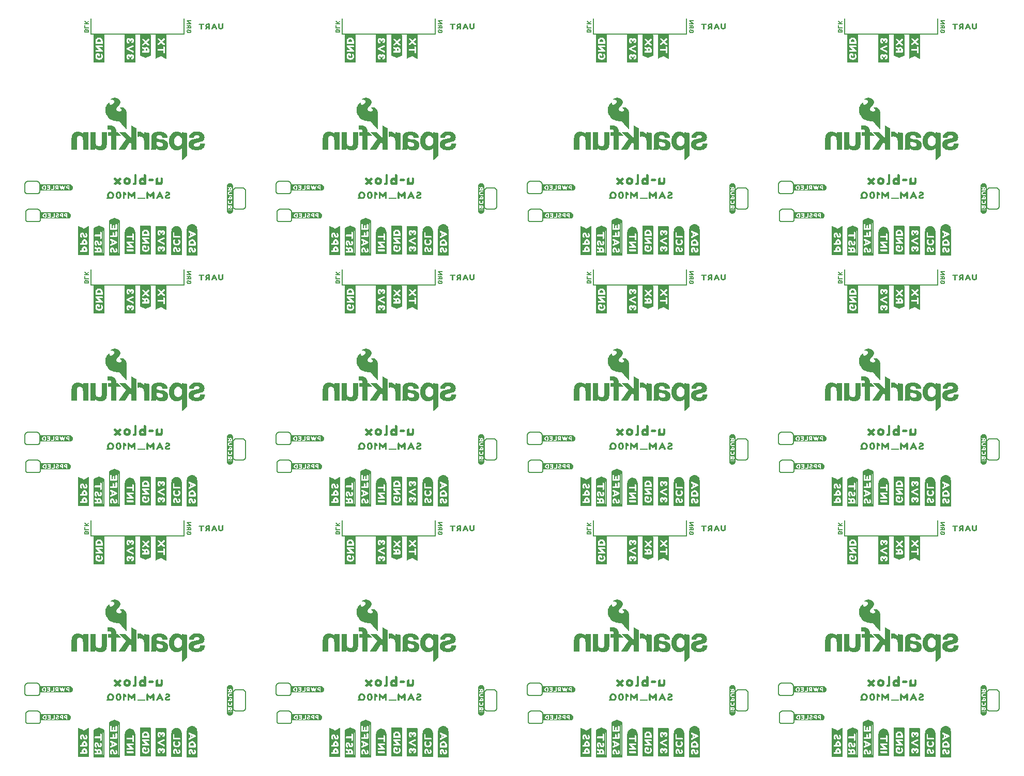
<source format=gbo>
G04 EAGLE Gerber RS-274X export*
G75*
%MOMM*%
%FSLAX34Y34*%
%LPD*%
%INSilkscreen Bottom*%
%IPPOS*%
%AMOC8*
5,1,8,0,0,1.08239X$1,22.5*%
G01*
%ADD10C,0.177800*%
%ADD11C,0.203200*%
%ADD12C,0.152400*%

G36*
X996607Y18077D02*
X996607Y18077D01*
X996602Y18084D01*
X996609Y18090D01*
X996609Y75690D01*
X996591Y75714D01*
X996592Y75728D01*
X995992Y76228D01*
X995983Y76228D01*
X995982Y76234D01*
X988482Y80034D01*
X988462Y80030D01*
X988454Y80039D01*
X987654Y79939D01*
X987646Y79931D01*
X987638Y79934D01*
X980038Y76234D01*
X980032Y76221D01*
X980022Y76222D01*
X979522Y75622D01*
X979521Y75598D01*
X979511Y75590D01*
X979511Y18890D01*
X979514Y18886D01*
X979511Y18884D01*
X979611Y18084D01*
X979653Y18041D01*
X979657Y18045D01*
X979660Y18041D01*
X996560Y18041D01*
X996607Y18077D01*
G37*
G36*
X996607Y429557D02*
X996607Y429557D01*
X996602Y429564D01*
X996609Y429570D01*
X996609Y487170D01*
X996591Y487194D01*
X996592Y487208D01*
X995992Y487708D01*
X995983Y487708D01*
X995982Y487714D01*
X988482Y491514D01*
X988462Y491510D01*
X988454Y491519D01*
X987654Y491419D01*
X987646Y491411D01*
X987638Y491414D01*
X980038Y487714D01*
X980032Y487701D01*
X980022Y487702D01*
X979522Y487102D01*
X979521Y487078D01*
X979511Y487070D01*
X979511Y430370D01*
X979514Y430366D01*
X979511Y430364D01*
X979611Y429564D01*
X979653Y429521D01*
X979657Y429525D01*
X979660Y429521D01*
X996560Y429521D01*
X996607Y429557D01*
G37*
G36*
X996607Y841037D02*
X996607Y841037D01*
X996602Y841044D01*
X996609Y841050D01*
X996609Y898650D01*
X996591Y898674D01*
X996592Y898688D01*
X995992Y899188D01*
X995983Y899188D01*
X995982Y899194D01*
X988482Y902994D01*
X988462Y902990D01*
X988454Y902999D01*
X987654Y902899D01*
X987646Y902891D01*
X987638Y902894D01*
X980038Y899194D01*
X980032Y899181D01*
X980022Y899182D01*
X979522Y898582D01*
X979521Y898558D01*
X979511Y898550D01*
X979511Y841850D01*
X979514Y841846D01*
X979511Y841844D01*
X979611Y841044D01*
X979653Y841001D01*
X979657Y841005D01*
X979660Y841001D01*
X996560Y841001D01*
X996607Y841037D01*
G37*
G36*
X1408087Y841037D02*
X1408087Y841037D01*
X1408082Y841044D01*
X1408089Y841050D01*
X1408089Y898650D01*
X1408071Y898674D01*
X1408072Y898688D01*
X1407472Y899188D01*
X1407463Y899188D01*
X1407462Y899194D01*
X1399962Y902994D01*
X1399942Y902990D01*
X1399934Y902999D01*
X1399134Y902899D01*
X1399126Y902891D01*
X1399118Y902894D01*
X1391518Y899194D01*
X1391512Y899181D01*
X1391502Y899182D01*
X1391002Y898582D01*
X1391001Y898558D01*
X1390991Y898550D01*
X1390991Y841850D01*
X1390994Y841846D01*
X1390991Y841844D01*
X1391091Y841044D01*
X1391133Y841001D01*
X1391137Y841005D01*
X1391140Y841001D01*
X1408040Y841001D01*
X1408087Y841037D01*
G37*
G36*
X585127Y18077D02*
X585127Y18077D01*
X585122Y18084D01*
X585129Y18090D01*
X585129Y75690D01*
X585111Y75714D01*
X585112Y75728D01*
X584512Y76228D01*
X584503Y76228D01*
X584502Y76234D01*
X577002Y80034D01*
X576982Y80030D01*
X576974Y80039D01*
X576174Y79939D01*
X576166Y79931D01*
X576158Y79934D01*
X568558Y76234D01*
X568552Y76221D01*
X568542Y76222D01*
X568042Y75622D01*
X568041Y75598D01*
X568031Y75590D01*
X568031Y18890D01*
X568034Y18886D01*
X568031Y18884D01*
X568131Y18084D01*
X568173Y18041D01*
X568177Y18045D01*
X568180Y18041D01*
X585080Y18041D01*
X585127Y18077D01*
G37*
G36*
X1408087Y18077D02*
X1408087Y18077D01*
X1408082Y18084D01*
X1408089Y18090D01*
X1408089Y75690D01*
X1408071Y75714D01*
X1408072Y75728D01*
X1407472Y76228D01*
X1407463Y76228D01*
X1407462Y76234D01*
X1399962Y80034D01*
X1399942Y80030D01*
X1399934Y80039D01*
X1399134Y79939D01*
X1399126Y79931D01*
X1399118Y79934D01*
X1391518Y76234D01*
X1391512Y76221D01*
X1391502Y76222D01*
X1391002Y75622D01*
X1391001Y75598D01*
X1390991Y75590D01*
X1390991Y18890D01*
X1390994Y18886D01*
X1390991Y18884D01*
X1391091Y18084D01*
X1391133Y18041D01*
X1391137Y18045D01*
X1391140Y18041D01*
X1408040Y18041D01*
X1408087Y18077D01*
G37*
G36*
X585127Y841037D02*
X585127Y841037D01*
X585122Y841044D01*
X585129Y841050D01*
X585129Y898650D01*
X585111Y898674D01*
X585112Y898688D01*
X584512Y899188D01*
X584503Y899188D01*
X584502Y899194D01*
X577002Y902994D01*
X576982Y902990D01*
X576974Y902999D01*
X576174Y902899D01*
X576166Y902891D01*
X576158Y902894D01*
X568558Y899194D01*
X568552Y899181D01*
X568542Y899182D01*
X568042Y898582D01*
X568041Y898558D01*
X568031Y898550D01*
X568031Y841850D01*
X568034Y841846D01*
X568031Y841844D01*
X568131Y841044D01*
X568173Y841001D01*
X568177Y841005D01*
X568180Y841001D01*
X585080Y841001D01*
X585127Y841037D01*
G37*
G36*
X1408087Y429557D02*
X1408087Y429557D01*
X1408082Y429564D01*
X1408089Y429570D01*
X1408089Y487170D01*
X1408071Y487194D01*
X1408072Y487208D01*
X1407472Y487708D01*
X1407463Y487708D01*
X1407462Y487714D01*
X1399962Y491514D01*
X1399942Y491510D01*
X1399934Y491519D01*
X1399134Y491419D01*
X1399126Y491411D01*
X1399118Y491414D01*
X1391518Y487714D01*
X1391512Y487701D01*
X1391502Y487702D01*
X1391002Y487102D01*
X1391001Y487078D01*
X1390991Y487070D01*
X1390991Y430370D01*
X1390994Y430366D01*
X1390991Y430364D01*
X1391091Y429564D01*
X1391133Y429521D01*
X1391137Y429525D01*
X1391140Y429521D01*
X1408040Y429521D01*
X1408087Y429557D01*
G37*
G36*
X173647Y841037D02*
X173647Y841037D01*
X173642Y841044D01*
X173649Y841050D01*
X173649Y898650D01*
X173631Y898674D01*
X173632Y898688D01*
X173032Y899188D01*
X173023Y899188D01*
X173022Y899194D01*
X165522Y902994D01*
X165502Y902990D01*
X165494Y902999D01*
X164694Y902899D01*
X164686Y902891D01*
X164678Y902894D01*
X157078Y899194D01*
X157072Y899181D01*
X157062Y899182D01*
X156562Y898582D01*
X156561Y898558D01*
X156551Y898550D01*
X156551Y841850D01*
X156554Y841846D01*
X156551Y841844D01*
X156651Y841044D01*
X156693Y841001D01*
X156697Y841005D01*
X156700Y841001D01*
X173600Y841001D01*
X173647Y841037D01*
G37*
G36*
X173647Y429557D02*
X173647Y429557D01*
X173642Y429564D01*
X173649Y429570D01*
X173649Y487170D01*
X173631Y487194D01*
X173632Y487208D01*
X173032Y487708D01*
X173023Y487708D01*
X173022Y487714D01*
X165522Y491514D01*
X165502Y491510D01*
X165494Y491519D01*
X164694Y491419D01*
X164686Y491411D01*
X164678Y491414D01*
X157078Y487714D01*
X157072Y487701D01*
X157062Y487702D01*
X156562Y487102D01*
X156561Y487078D01*
X156551Y487070D01*
X156551Y430370D01*
X156554Y430366D01*
X156551Y430364D01*
X156651Y429564D01*
X156693Y429521D01*
X156697Y429525D01*
X156700Y429521D01*
X173600Y429521D01*
X173647Y429557D01*
G37*
G36*
X173647Y18077D02*
X173647Y18077D01*
X173642Y18084D01*
X173649Y18090D01*
X173649Y75690D01*
X173631Y75714D01*
X173632Y75728D01*
X173032Y76228D01*
X173023Y76228D01*
X173022Y76234D01*
X165522Y80034D01*
X165502Y80030D01*
X165494Y80039D01*
X164694Y79939D01*
X164686Y79931D01*
X164678Y79934D01*
X157078Y76234D01*
X157072Y76221D01*
X157062Y76222D01*
X156562Y75622D01*
X156561Y75598D01*
X156551Y75590D01*
X156551Y18890D01*
X156554Y18886D01*
X156551Y18884D01*
X156651Y18084D01*
X156693Y18041D01*
X156697Y18045D01*
X156700Y18041D01*
X173600Y18041D01*
X173647Y18077D01*
G37*
G36*
X585127Y429557D02*
X585127Y429557D01*
X585122Y429564D01*
X585129Y429570D01*
X585129Y487170D01*
X585111Y487194D01*
X585112Y487208D01*
X584512Y487708D01*
X584503Y487708D01*
X584502Y487714D01*
X577002Y491514D01*
X576982Y491510D01*
X576974Y491519D01*
X576174Y491419D01*
X576166Y491411D01*
X576158Y491414D01*
X568558Y487714D01*
X568552Y487701D01*
X568542Y487702D01*
X568042Y487102D01*
X568041Y487078D01*
X568031Y487070D01*
X568031Y430370D01*
X568034Y430366D01*
X568031Y430364D01*
X568131Y429564D01*
X568173Y429521D01*
X568177Y429525D01*
X568180Y429521D01*
X585080Y429521D01*
X585127Y429557D01*
G37*
G36*
X595834Y1048480D02*
X595834Y1048480D01*
X595921Y1048483D01*
X595921Y1048484D01*
X595922Y1048484D01*
X595997Y1048525D01*
X596073Y1048566D01*
X596073Y1048567D01*
X596074Y1048567D01*
X596125Y1048639D01*
X596173Y1048708D01*
X596173Y1048709D01*
X596174Y1048716D01*
X596200Y1048850D01*
X596200Y1076450D01*
X596196Y1076470D01*
X596197Y1076497D01*
X595997Y1078097D01*
X595986Y1078129D01*
X595978Y1078178D01*
X595478Y1079578D01*
X595470Y1079590D01*
X595466Y1079607D01*
X594966Y1080707D01*
X594948Y1080731D01*
X594932Y1080768D01*
X594232Y1081768D01*
X594213Y1081785D01*
X594202Y1081804D01*
X594180Y1081820D01*
X594153Y1081850D01*
X593253Y1082550D01*
X593242Y1082555D01*
X593231Y1082566D01*
X592331Y1083166D01*
X592300Y1083178D01*
X592261Y1083203D01*
X591261Y1083603D01*
X591246Y1083605D01*
X591229Y1083614D01*
X590229Y1083914D01*
X590210Y1083915D01*
X590188Y1083924D01*
X589088Y1084124D01*
X589059Y1084123D01*
X589020Y1084130D01*
X587320Y1084130D01*
X587297Y1084125D01*
X587266Y1084126D01*
X586566Y1084026D01*
X586533Y1084013D01*
X586479Y1084003D01*
X585989Y1083807D01*
X585758Y1083730D01*
X585620Y1083730D01*
X585451Y1083691D01*
X585318Y1083581D01*
X585247Y1083422D01*
X585253Y1083249D01*
X585336Y1083097D01*
X585478Y1082997D01*
X585599Y1082974D01*
X585809Y1082834D01*
X585840Y1082822D01*
X585928Y1082781D01*
X586253Y1082700D01*
X586592Y1082446D01*
X586608Y1082439D01*
X586624Y1082424D01*
X587584Y1081848D01*
X587918Y1081514D01*
X588172Y1081090D01*
X588340Y1080588D01*
X588340Y1080012D01*
X588171Y1079506D01*
X587806Y1078868D01*
X587359Y1078331D01*
X586730Y1077882D01*
X585892Y1077509D01*
X584881Y1077233D01*
X583381Y1077327D01*
X581967Y1077704D01*
X580881Y1078338D01*
X580154Y1079338D01*
X579706Y1080413D01*
X579795Y1081664D01*
X580349Y1083049D01*
X581598Y1084491D01*
X583289Y1086181D01*
X583303Y1086203D01*
X583328Y1086227D01*
X584628Y1088027D01*
X584634Y1088042D01*
X584648Y1088057D01*
X585648Y1089757D01*
X585659Y1089794D01*
X585691Y1089868D01*
X586091Y1091668D01*
X586091Y1091701D01*
X586100Y1091750D01*
X586100Y1093450D01*
X586091Y1093488D01*
X586083Y1093563D01*
X585583Y1095163D01*
X585563Y1095197D01*
X585533Y1095265D01*
X584433Y1096865D01*
X584406Y1096890D01*
X584372Y1096935D01*
X582672Y1098435D01*
X582637Y1098454D01*
X582584Y1098493D01*
X580284Y1099593D01*
X580251Y1099600D01*
X580204Y1099621D01*
X578004Y1100121D01*
X577966Y1100121D01*
X577901Y1100130D01*
X575901Y1100030D01*
X575875Y1100022D01*
X575838Y1100021D01*
X574038Y1099621D01*
X574007Y1099607D01*
X573959Y1099595D01*
X572459Y1098895D01*
X572455Y1098892D01*
X572450Y1098890D01*
X571916Y1098623D01*
X571250Y1098290D01*
X571228Y1098272D01*
X571192Y1098254D01*
X570392Y1097654D01*
X570377Y1097636D01*
X570351Y1097619D01*
X570151Y1097419D01*
X570138Y1097397D01*
X570118Y1097381D01*
X570092Y1097324D01*
X570060Y1097272D01*
X570057Y1097246D01*
X570047Y1097222D01*
X570049Y1097161D01*
X570043Y1097099D01*
X570052Y1097075D01*
X570053Y1097049D01*
X570083Y1096995D01*
X570105Y1096937D01*
X570124Y1096920D01*
X570136Y1096897D01*
X570187Y1096862D01*
X570232Y1096820D01*
X570257Y1096812D01*
X570278Y1096797D01*
X570362Y1096781D01*
X570398Y1096770D01*
X570408Y1096772D01*
X570420Y1096770D01*
X570520Y1096770D01*
X570556Y1096778D01*
X570612Y1096781D01*
X570998Y1096878D01*
X571551Y1096970D01*
X572196Y1096970D01*
X572935Y1096877D01*
X573774Y1096598D01*
X574508Y1096231D01*
X575148Y1095682D01*
X575609Y1095129D01*
X575872Y1094690D01*
X576040Y1094188D01*
X576040Y1093112D01*
X575871Y1092606D01*
X575499Y1091956D01*
X575029Y1091297D01*
X573874Y1090141D01*
X573215Y1089671D01*
X572540Y1089285D01*
X572204Y1089117D01*
X571768Y1088899D01*
X571025Y1088621D01*
X570393Y1088530D01*
X569898Y1088530D01*
X569317Y1088779D01*
X568923Y1089095D01*
X568672Y1089596D01*
X568500Y1090112D01*
X568500Y1091088D01*
X568581Y1091330D01*
X568583Y1091351D01*
X568589Y1091366D01*
X568588Y1091389D01*
X568600Y1091450D01*
X568600Y1091650D01*
X568586Y1091713D01*
X568578Y1091777D01*
X568566Y1091796D01*
X568561Y1091819D01*
X568520Y1091869D01*
X568485Y1091923D01*
X568465Y1091935D01*
X568451Y1091952D01*
X568392Y1091979D01*
X568337Y1092012D01*
X568314Y1092014D01*
X568292Y1092023D01*
X568228Y1092021D01*
X568164Y1092026D01*
X568139Y1092017D01*
X568119Y1092017D01*
X568086Y1091998D01*
X568027Y1091978D01*
X566327Y1090978D01*
X566299Y1090951D01*
X566243Y1090911D01*
X564643Y1089211D01*
X564627Y1089182D01*
X564595Y1089148D01*
X563195Y1086848D01*
X563185Y1086816D01*
X563161Y1086774D01*
X562161Y1083874D01*
X562158Y1083846D01*
X562144Y1083809D01*
X561644Y1080609D01*
X561647Y1080576D01*
X561640Y1080528D01*
X561840Y1077028D01*
X561850Y1076997D01*
X561853Y1076951D01*
X562853Y1073251D01*
X562870Y1073219D01*
X562888Y1073165D01*
X564888Y1069565D01*
X564905Y1069547D01*
X564920Y1069517D01*
X566320Y1067717D01*
X566332Y1067707D01*
X566343Y1067690D01*
X567843Y1066090D01*
X567861Y1066078D01*
X567878Y1066056D01*
X569578Y1064656D01*
X569597Y1064647D01*
X569617Y1064629D01*
X571517Y1063429D01*
X571545Y1063419D01*
X571579Y1063397D01*
X573579Y1062597D01*
X573591Y1062595D01*
X573605Y1062588D01*
X575805Y1061888D01*
X575834Y1061885D01*
X575873Y1061873D01*
X578273Y1061573D01*
X578294Y1061575D01*
X578320Y1061570D01*
X582073Y1061570D01*
X583187Y1061291D01*
X584132Y1060819D01*
X585189Y1060146D01*
X586151Y1059280D01*
X587139Y1058194D01*
X587140Y1058193D01*
X587141Y1058192D01*
X588335Y1056898D01*
X589531Y1055503D01*
X589537Y1055499D01*
X589541Y1055492D01*
X590740Y1054193D01*
X592940Y1051793D01*
X593828Y1050806D01*
X594520Y1049917D01*
X594526Y1049911D01*
X594531Y1049903D01*
X595123Y1049212D01*
X595395Y1048849D01*
X595479Y1048681D01*
X595480Y1048680D01*
X595532Y1048617D01*
X595589Y1048548D01*
X595590Y1048547D01*
X595591Y1048547D01*
X595666Y1048513D01*
X595748Y1048477D01*
X595749Y1048476D01*
X595834Y1048480D01*
G37*
G36*
X184354Y1048480D02*
X184354Y1048480D01*
X184441Y1048483D01*
X184441Y1048484D01*
X184442Y1048484D01*
X184517Y1048525D01*
X184593Y1048566D01*
X184593Y1048567D01*
X184594Y1048567D01*
X184645Y1048639D01*
X184693Y1048708D01*
X184693Y1048709D01*
X184694Y1048716D01*
X184720Y1048850D01*
X184720Y1076450D01*
X184716Y1076470D01*
X184717Y1076497D01*
X184517Y1078097D01*
X184506Y1078129D01*
X184498Y1078178D01*
X183998Y1079578D01*
X183990Y1079590D01*
X183986Y1079607D01*
X183486Y1080707D01*
X183468Y1080731D01*
X183452Y1080768D01*
X182752Y1081768D01*
X182733Y1081785D01*
X182722Y1081804D01*
X182700Y1081820D01*
X182673Y1081850D01*
X181773Y1082550D01*
X181762Y1082555D01*
X181751Y1082566D01*
X180851Y1083166D01*
X180820Y1083178D01*
X180781Y1083203D01*
X179781Y1083603D01*
X179766Y1083605D01*
X179749Y1083614D01*
X178749Y1083914D01*
X178730Y1083915D01*
X178708Y1083924D01*
X177608Y1084124D01*
X177579Y1084123D01*
X177540Y1084130D01*
X175840Y1084130D01*
X175817Y1084125D01*
X175786Y1084126D01*
X175086Y1084026D01*
X175053Y1084013D01*
X174999Y1084003D01*
X174509Y1083807D01*
X174278Y1083730D01*
X174140Y1083730D01*
X173971Y1083691D01*
X173838Y1083581D01*
X173767Y1083422D01*
X173773Y1083249D01*
X173856Y1083097D01*
X173998Y1082997D01*
X174119Y1082974D01*
X174329Y1082834D01*
X174360Y1082822D01*
X174448Y1082781D01*
X174773Y1082700D01*
X175112Y1082446D01*
X175128Y1082439D01*
X175144Y1082424D01*
X176104Y1081848D01*
X176438Y1081514D01*
X176692Y1081090D01*
X176860Y1080588D01*
X176860Y1080012D01*
X176691Y1079506D01*
X176326Y1078868D01*
X175879Y1078331D01*
X175250Y1077882D01*
X174412Y1077509D01*
X173401Y1077233D01*
X171901Y1077327D01*
X170487Y1077704D01*
X169401Y1078338D01*
X168674Y1079338D01*
X168226Y1080413D01*
X168315Y1081664D01*
X168869Y1083049D01*
X170118Y1084491D01*
X171809Y1086181D01*
X171823Y1086203D01*
X171848Y1086227D01*
X173148Y1088027D01*
X173154Y1088042D01*
X173168Y1088057D01*
X174168Y1089757D01*
X174179Y1089794D01*
X174211Y1089868D01*
X174611Y1091668D01*
X174611Y1091701D01*
X174620Y1091750D01*
X174620Y1093450D01*
X174611Y1093488D01*
X174603Y1093563D01*
X174103Y1095163D01*
X174083Y1095197D01*
X174053Y1095265D01*
X172953Y1096865D01*
X172926Y1096890D01*
X172892Y1096935D01*
X171192Y1098435D01*
X171157Y1098454D01*
X171104Y1098493D01*
X168804Y1099593D01*
X168771Y1099600D01*
X168724Y1099621D01*
X166524Y1100121D01*
X166486Y1100121D01*
X166421Y1100130D01*
X164421Y1100030D01*
X164395Y1100022D01*
X164358Y1100021D01*
X162558Y1099621D01*
X162527Y1099607D01*
X162479Y1099595D01*
X160979Y1098895D01*
X160975Y1098892D01*
X160970Y1098890D01*
X160436Y1098623D01*
X159770Y1098290D01*
X159748Y1098272D01*
X159712Y1098254D01*
X158912Y1097654D01*
X158897Y1097636D01*
X158871Y1097619D01*
X158671Y1097419D01*
X158658Y1097397D01*
X158638Y1097381D01*
X158612Y1097324D01*
X158580Y1097272D01*
X158577Y1097246D01*
X158567Y1097222D01*
X158569Y1097161D01*
X158563Y1097099D01*
X158572Y1097075D01*
X158573Y1097049D01*
X158603Y1096995D01*
X158625Y1096937D01*
X158644Y1096920D01*
X158656Y1096897D01*
X158707Y1096862D01*
X158752Y1096820D01*
X158777Y1096812D01*
X158798Y1096797D01*
X158882Y1096781D01*
X158918Y1096770D01*
X158928Y1096772D01*
X158940Y1096770D01*
X159040Y1096770D01*
X159076Y1096778D01*
X159132Y1096781D01*
X159518Y1096878D01*
X160071Y1096970D01*
X160716Y1096970D01*
X161455Y1096877D01*
X162294Y1096598D01*
X163028Y1096231D01*
X163668Y1095682D01*
X164129Y1095129D01*
X164392Y1094690D01*
X164560Y1094188D01*
X164560Y1093112D01*
X164391Y1092606D01*
X164019Y1091956D01*
X163549Y1091297D01*
X162394Y1090141D01*
X161735Y1089671D01*
X161060Y1089285D01*
X160724Y1089117D01*
X160288Y1088899D01*
X159545Y1088621D01*
X158913Y1088530D01*
X158418Y1088530D01*
X157837Y1088779D01*
X157443Y1089095D01*
X157192Y1089596D01*
X157020Y1090112D01*
X157020Y1091088D01*
X157101Y1091330D01*
X157103Y1091351D01*
X157109Y1091366D01*
X157108Y1091389D01*
X157120Y1091450D01*
X157120Y1091650D01*
X157106Y1091713D01*
X157098Y1091777D01*
X157086Y1091796D01*
X157081Y1091819D01*
X157040Y1091869D01*
X157005Y1091923D01*
X156985Y1091935D01*
X156971Y1091952D01*
X156912Y1091979D01*
X156857Y1092012D01*
X156834Y1092014D01*
X156812Y1092023D01*
X156748Y1092021D01*
X156684Y1092026D01*
X156659Y1092017D01*
X156639Y1092017D01*
X156606Y1091998D01*
X156547Y1091978D01*
X154847Y1090978D01*
X154819Y1090951D01*
X154763Y1090911D01*
X153163Y1089211D01*
X153147Y1089182D01*
X153115Y1089148D01*
X151715Y1086848D01*
X151705Y1086816D01*
X151681Y1086774D01*
X150681Y1083874D01*
X150678Y1083846D01*
X150664Y1083809D01*
X150164Y1080609D01*
X150167Y1080576D01*
X150160Y1080528D01*
X150360Y1077028D01*
X150370Y1076997D01*
X150373Y1076951D01*
X151373Y1073251D01*
X151390Y1073219D01*
X151408Y1073165D01*
X153408Y1069565D01*
X153425Y1069547D01*
X153440Y1069517D01*
X154840Y1067717D01*
X154852Y1067707D01*
X154863Y1067690D01*
X156363Y1066090D01*
X156381Y1066078D01*
X156398Y1066056D01*
X158098Y1064656D01*
X158117Y1064647D01*
X158137Y1064629D01*
X160037Y1063429D01*
X160065Y1063419D01*
X160099Y1063397D01*
X162099Y1062597D01*
X162111Y1062595D01*
X162125Y1062588D01*
X164325Y1061888D01*
X164354Y1061885D01*
X164393Y1061873D01*
X166793Y1061573D01*
X166814Y1061575D01*
X166840Y1061570D01*
X170593Y1061570D01*
X171707Y1061291D01*
X172652Y1060819D01*
X173709Y1060146D01*
X174671Y1059280D01*
X175659Y1058194D01*
X175660Y1058193D01*
X175661Y1058192D01*
X176855Y1056898D01*
X178051Y1055503D01*
X178057Y1055499D01*
X178061Y1055492D01*
X179260Y1054193D01*
X181460Y1051793D01*
X182348Y1050806D01*
X183040Y1049917D01*
X183046Y1049911D01*
X183051Y1049903D01*
X183643Y1049212D01*
X183915Y1048849D01*
X183999Y1048681D01*
X184000Y1048680D01*
X184052Y1048617D01*
X184109Y1048548D01*
X184110Y1048547D01*
X184111Y1048547D01*
X184186Y1048513D01*
X184268Y1048477D01*
X184269Y1048476D01*
X184354Y1048480D01*
G37*
G36*
X184354Y225520D02*
X184354Y225520D01*
X184441Y225523D01*
X184441Y225524D01*
X184442Y225524D01*
X184517Y225565D01*
X184593Y225606D01*
X184593Y225607D01*
X184594Y225607D01*
X184645Y225679D01*
X184693Y225748D01*
X184693Y225749D01*
X184694Y225756D01*
X184720Y225890D01*
X184720Y253490D01*
X184716Y253510D01*
X184717Y253537D01*
X184517Y255137D01*
X184506Y255169D01*
X184498Y255218D01*
X183998Y256618D01*
X183990Y256630D01*
X183986Y256647D01*
X183486Y257747D01*
X183468Y257771D01*
X183452Y257808D01*
X182752Y258808D01*
X182733Y258825D01*
X182722Y258844D01*
X182700Y258860D01*
X182673Y258890D01*
X181773Y259590D01*
X181762Y259595D01*
X181751Y259606D01*
X180851Y260206D01*
X180820Y260218D01*
X180781Y260243D01*
X179781Y260643D01*
X179766Y260645D01*
X179749Y260654D01*
X178749Y260954D01*
X178730Y260955D01*
X178708Y260964D01*
X177608Y261164D01*
X177579Y261163D01*
X177540Y261170D01*
X175840Y261170D01*
X175817Y261165D01*
X175786Y261166D01*
X175086Y261066D01*
X175053Y261053D01*
X174999Y261043D01*
X174509Y260847D01*
X174278Y260770D01*
X174140Y260770D01*
X173971Y260731D01*
X173838Y260621D01*
X173767Y260462D01*
X173773Y260289D01*
X173856Y260137D01*
X173998Y260037D01*
X174119Y260014D01*
X174329Y259874D01*
X174360Y259862D01*
X174448Y259821D01*
X174773Y259740D01*
X175112Y259486D01*
X175128Y259479D01*
X175144Y259464D01*
X176104Y258888D01*
X176438Y258554D01*
X176692Y258130D01*
X176860Y257628D01*
X176860Y257052D01*
X176691Y256546D01*
X176326Y255908D01*
X175879Y255371D01*
X175250Y254922D01*
X174412Y254549D01*
X173401Y254273D01*
X171901Y254367D01*
X170487Y254744D01*
X169401Y255378D01*
X168674Y256378D01*
X168226Y257453D01*
X168315Y258704D01*
X168869Y260089D01*
X170118Y261531D01*
X171809Y263221D01*
X171823Y263243D01*
X171848Y263267D01*
X173148Y265067D01*
X173154Y265082D01*
X173168Y265097D01*
X174168Y266797D01*
X174179Y266834D01*
X174211Y266908D01*
X174611Y268708D01*
X174611Y268741D01*
X174620Y268790D01*
X174620Y270490D01*
X174611Y270528D01*
X174603Y270603D01*
X174103Y272203D01*
X174083Y272237D01*
X174053Y272305D01*
X172953Y273905D01*
X172926Y273930D01*
X172892Y273975D01*
X171192Y275475D01*
X171157Y275494D01*
X171104Y275533D01*
X168804Y276633D01*
X168771Y276640D01*
X168724Y276661D01*
X166524Y277161D01*
X166486Y277161D01*
X166421Y277170D01*
X164421Y277070D01*
X164395Y277062D01*
X164358Y277061D01*
X162558Y276661D01*
X162527Y276647D01*
X162479Y276635D01*
X160979Y275935D01*
X160975Y275932D01*
X160970Y275930D01*
X160436Y275663D01*
X159770Y275330D01*
X159748Y275312D01*
X159712Y275294D01*
X158912Y274694D01*
X158897Y274676D01*
X158871Y274659D01*
X158671Y274459D01*
X158658Y274437D01*
X158638Y274421D01*
X158612Y274364D01*
X158580Y274312D01*
X158577Y274286D01*
X158567Y274262D01*
X158569Y274201D01*
X158563Y274139D01*
X158572Y274115D01*
X158573Y274089D01*
X158603Y274035D01*
X158625Y273977D01*
X158644Y273960D01*
X158656Y273937D01*
X158707Y273902D01*
X158752Y273860D01*
X158777Y273852D01*
X158798Y273837D01*
X158882Y273821D01*
X158918Y273810D01*
X158928Y273812D01*
X158940Y273810D01*
X159040Y273810D01*
X159076Y273818D01*
X159132Y273821D01*
X159518Y273918D01*
X160071Y274010D01*
X160716Y274010D01*
X161455Y273917D01*
X162294Y273638D01*
X163028Y273271D01*
X163668Y272722D01*
X164129Y272169D01*
X164392Y271730D01*
X164560Y271228D01*
X164560Y270152D01*
X164391Y269646D01*
X164019Y268996D01*
X163549Y268337D01*
X162394Y267181D01*
X161735Y266711D01*
X161060Y266325D01*
X160724Y266157D01*
X160288Y265939D01*
X159545Y265661D01*
X158913Y265570D01*
X158418Y265570D01*
X157837Y265819D01*
X157443Y266135D01*
X157192Y266636D01*
X157020Y267152D01*
X157020Y268128D01*
X157101Y268370D01*
X157103Y268391D01*
X157109Y268406D01*
X157108Y268429D01*
X157120Y268490D01*
X157120Y268690D01*
X157106Y268753D01*
X157098Y268817D01*
X157086Y268836D01*
X157081Y268859D01*
X157040Y268909D01*
X157005Y268963D01*
X156985Y268975D01*
X156971Y268992D01*
X156912Y269019D01*
X156857Y269052D01*
X156834Y269054D01*
X156812Y269063D01*
X156748Y269061D01*
X156684Y269066D01*
X156659Y269057D01*
X156639Y269057D01*
X156606Y269038D01*
X156547Y269018D01*
X154847Y268018D01*
X154819Y267991D01*
X154763Y267951D01*
X153163Y266251D01*
X153147Y266222D01*
X153115Y266188D01*
X151715Y263888D01*
X151705Y263856D01*
X151681Y263814D01*
X150681Y260914D01*
X150678Y260886D01*
X150664Y260849D01*
X150164Y257649D01*
X150167Y257616D01*
X150160Y257568D01*
X150360Y254068D01*
X150370Y254037D01*
X150373Y253991D01*
X151373Y250291D01*
X151390Y250259D01*
X151408Y250205D01*
X153408Y246605D01*
X153425Y246587D01*
X153440Y246557D01*
X154840Y244757D01*
X154852Y244747D01*
X154863Y244730D01*
X156363Y243130D01*
X156381Y243118D01*
X156398Y243096D01*
X158098Y241696D01*
X158117Y241687D01*
X158137Y241669D01*
X160037Y240469D01*
X160065Y240459D01*
X160099Y240437D01*
X162099Y239637D01*
X162111Y239635D01*
X162125Y239628D01*
X164325Y238928D01*
X164354Y238925D01*
X164393Y238913D01*
X166793Y238613D01*
X166814Y238615D01*
X166840Y238610D01*
X170593Y238610D01*
X171707Y238331D01*
X172652Y237859D01*
X173709Y237186D01*
X174671Y236320D01*
X175659Y235234D01*
X175660Y235233D01*
X175661Y235232D01*
X176855Y233938D01*
X178051Y232543D01*
X178057Y232539D01*
X178061Y232532D01*
X179260Y231233D01*
X181460Y228833D01*
X182348Y227846D01*
X183040Y226957D01*
X183046Y226951D01*
X183051Y226943D01*
X183643Y226252D01*
X183915Y225889D01*
X183999Y225721D01*
X184000Y225720D01*
X184052Y225657D01*
X184109Y225588D01*
X184110Y225587D01*
X184111Y225587D01*
X184186Y225553D01*
X184268Y225517D01*
X184269Y225516D01*
X184354Y225520D01*
G37*
G36*
X1007314Y637000D02*
X1007314Y637000D01*
X1007401Y637003D01*
X1007401Y637004D01*
X1007402Y637004D01*
X1007477Y637045D01*
X1007553Y637086D01*
X1007553Y637087D01*
X1007554Y637087D01*
X1007605Y637159D01*
X1007653Y637228D01*
X1007653Y637229D01*
X1007654Y637236D01*
X1007680Y637370D01*
X1007680Y664970D01*
X1007676Y664990D01*
X1007677Y665017D01*
X1007477Y666617D01*
X1007466Y666649D01*
X1007458Y666698D01*
X1006958Y668098D01*
X1006950Y668110D01*
X1006946Y668127D01*
X1006446Y669227D01*
X1006428Y669251D01*
X1006412Y669288D01*
X1005712Y670288D01*
X1005693Y670305D01*
X1005682Y670324D01*
X1005660Y670340D01*
X1005633Y670370D01*
X1004733Y671070D01*
X1004722Y671075D01*
X1004711Y671086D01*
X1003811Y671686D01*
X1003780Y671698D01*
X1003741Y671723D01*
X1002741Y672123D01*
X1002726Y672125D01*
X1002709Y672134D01*
X1001709Y672434D01*
X1001690Y672435D01*
X1001668Y672444D01*
X1000568Y672644D01*
X1000539Y672643D01*
X1000500Y672650D01*
X998800Y672650D01*
X998777Y672645D01*
X998746Y672646D01*
X998046Y672546D01*
X998013Y672533D01*
X997959Y672523D01*
X997469Y672327D01*
X997238Y672250D01*
X997100Y672250D01*
X996931Y672211D01*
X996798Y672101D01*
X996727Y671942D01*
X996733Y671769D01*
X996816Y671617D01*
X996958Y671517D01*
X997079Y671494D01*
X997289Y671354D01*
X997320Y671342D01*
X997408Y671301D01*
X997733Y671220D01*
X998072Y670966D01*
X998088Y670959D01*
X998104Y670944D01*
X999064Y670368D01*
X999398Y670034D01*
X999652Y669610D01*
X999820Y669108D01*
X999820Y668532D01*
X999651Y668026D01*
X999286Y667388D01*
X998839Y666851D01*
X998210Y666402D01*
X997372Y666029D01*
X996361Y665753D01*
X994861Y665847D01*
X993447Y666224D01*
X992361Y666858D01*
X991634Y667858D01*
X991186Y668933D01*
X991275Y670184D01*
X991829Y671569D01*
X993078Y673011D01*
X994769Y674701D01*
X994783Y674723D01*
X994808Y674747D01*
X996108Y676547D01*
X996114Y676562D01*
X996128Y676577D01*
X997128Y678277D01*
X997139Y678314D01*
X997171Y678388D01*
X997571Y680188D01*
X997571Y680221D01*
X997580Y680270D01*
X997580Y681970D01*
X997571Y682008D01*
X997563Y682083D01*
X997063Y683683D01*
X997043Y683717D01*
X997013Y683785D01*
X995913Y685385D01*
X995886Y685410D01*
X995852Y685455D01*
X994152Y686955D01*
X994117Y686974D01*
X994064Y687013D01*
X991764Y688113D01*
X991731Y688120D01*
X991684Y688141D01*
X989484Y688641D01*
X989446Y688641D01*
X989381Y688650D01*
X987381Y688550D01*
X987355Y688542D01*
X987318Y688541D01*
X985518Y688141D01*
X985487Y688127D01*
X985439Y688115D01*
X983939Y687415D01*
X983935Y687412D01*
X983930Y687410D01*
X983396Y687143D01*
X982730Y686810D01*
X982708Y686792D01*
X982672Y686774D01*
X981872Y686174D01*
X981857Y686156D01*
X981831Y686139D01*
X981631Y685939D01*
X981618Y685917D01*
X981598Y685901D01*
X981572Y685844D01*
X981540Y685792D01*
X981537Y685766D01*
X981527Y685742D01*
X981529Y685681D01*
X981523Y685619D01*
X981532Y685595D01*
X981533Y685569D01*
X981563Y685515D01*
X981585Y685457D01*
X981604Y685440D01*
X981616Y685417D01*
X981667Y685382D01*
X981712Y685340D01*
X981737Y685332D01*
X981758Y685317D01*
X981842Y685301D01*
X981878Y685290D01*
X981888Y685292D01*
X981900Y685290D01*
X982000Y685290D01*
X982036Y685298D01*
X982092Y685301D01*
X982478Y685398D01*
X983031Y685490D01*
X983676Y685490D01*
X984415Y685397D01*
X985254Y685118D01*
X985988Y684751D01*
X986628Y684202D01*
X987089Y683649D01*
X987352Y683210D01*
X987520Y682708D01*
X987520Y681632D01*
X987351Y681126D01*
X986979Y680476D01*
X986509Y679817D01*
X985353Y678661D01*
X984695Y678191D01*
X984020Y677805D01*
X983684Y677637D01*
X983248Y677419D01*
X982505Y677141D01*
X981873Y677050D01*
X981378Y677050D01*
X980797Y677299D01*
X980403Y677615D01*
X980152Y678116D01*
X979980Y678632D01*
X979980Y679608D01*
X980061Y679850D01*
X980063Y679871D01*
X980069Y679886D01*
X980068Y679909D01*
X980080Y679970D01*
X980080Y680170D01*
X980066Y680233D01*
X980058Y680297D01*
X980046Y680316D01*
X980041Y680339D01*
X980000Y680389D01*
X979965Y680443D01*
X979945Y680455D01*
X979931Y680472D01*
X979872Y680499D01*
X979817Y680532D01*
X979794Y680534D01*
X979772Y680543D01*
X979708Y680541D01*
X979644Y680546D01*
X979619Y680537D01*
X979599Y680537D01*
X979566Y680518D01*
X979507Y680498D01*
X977807Y679498D01*
X977779Y679471D01*
X977723Y679431D01*
X976123Y677731D01*
X976107Y677702D01*
X976075Y677668D01*
X974675Y675368D01*
X974665Y675336D01*
X974641Y675294D01*
X973641Y672394D01*
X973638Y672366D01*
X973624Y672329D01*
X973124Y669129D01*
X973127Y669096D01*
X973120Y669048D01*
X973320Y665548D01*
X973330Y665517D01*
X973333Y665471D01*
X974333Y661771D01*
X974350Y661739D01*
X974368Y661685D01*
X976368Y658085D01*
X976385Y658067D01*
X976400Y658037D01*
X977800Y656237D01*
X977812Y656227D01*
X977823Y656210D01*
X979323Y654610D01*
X979341Y654598D01*
X979358Y654576D01*
X981058Y653176D01*
X981077Y653167D01*
X981097Y653149D01*
X982997Y651949D01*
X983025Y651939D01*
X983059Y651917D01*
X985059Y651117D01*
X985071Y651115D01*
X985085Y651108D01*
X987285Y650408D01*
X987314Y650405D01*
X987353Y650393D01*
X989753Y650093D01*
X989774Y650095D01*
X989800Y650090D01*
X993553Y650090D01*
X994667Y649811D01*
X995612Y649339D01*
X996669Y648666D01*
X997631Y647800D01*
X998619Y646714D01*
X998620Y646713D01*
X998621Y646712D01*
X999815Y645418D01*
X1001011Y644023D01*
X1001017Y644019D01*
X1001021Y644012D01*
X1002220Y642713D01*
X1004420Y640313D01*
X1005308Y639326D01*
X1006000Y638437D01*
X1006006Y638431D01*
X1006011Y638423D01*
X1006603Y637732D01*
X1006875Y637369D01*
X1006959Y637201D01*
X1006960Y637200D01*
X1007012Y637137D01*
X1007069Y637068D01*
X1007070Y637067D01*
X1007071Y637067D01*
X1007146Y637033D01*
X1007228Y636997D01*
X1007229Y636996D01*
X1007314Y637000D01*
G37*
G36*
X1007314Y1048480D02*
X1007314Y1048480D01*
X1007401Y1048483D01*
X1007401Y1048484D01*
X1007402Y1048484D01*
X1007477Y1048525D01*
X1007553Y1048566D01*
X1007553Y1048567D01*
X1007554Y1048567D01*
X1007605Y1048639D01*
X1007653Y1048708D01*
X1007653Y1048709D01*
X1007654Y1048716D01*
X1007680Y1048850D01*
X1007680Y1076450D01*
X1007676Y1076470D01*
X1007677Y1076497D01*
X1007477Y1078097D01*
X1007466Y1078129D01*
X1007458Y1078178D01*
X1006958Y1079578D01*
X1006950Y1079590D01*
X1006946Y1079607D01*
X1006446Y1080707D01*
X1006428Y1080731D01*
X1006412Y1080768D01*
X1005712Y1081768D01*
X1005693Y1081785D01*
X1005682Y1081804D01*
X1005660Y1081820D01*
X1005633Y1081850D01*
X1004733Y1082550D01*
X1004722Y1082555D01*
X1004711Y1082566D01*
X1003811Y1083166D01*
X1003780Y1083178D01*
X1003741Y1083203D01*
X1002741Y1083603D01*
X1002726Y1083605D01*
X1002709Y1083614D01*
X1001709Y1083914D01*
X1001690Y1083915D01*
X1001668Y1083924D01*
X1000568Y1084124D01*
X1000539Y1084123D01*
X1000500Y1084130D01*
X998800Y1084130D01*
X998777Y1084125D01*
X998746Y1084126D01*
X998046Y1084026D01*
X998013Y1084013D01*
X997959Y1084003D01*
X997469Y1083807D01*
X997238Y1083730D01*
X997100Y1083730D01*
X996931Y1083691D01*
X996798Y1083581D01*
X996727Y1083422D01*
X996733Y1083249D01*
X996816Y1083097D01*
X996958Y1082997D01*
X997079Y1082974D01*
X997289Y1082834D01*
X997320Y1082822D01*
X997408Y1082781D01*
X997733Y1082700D01*
X998072Y1082446D01*
X998088Y1082439D01*
X998104Y1082424D01*
X999064Y1081848D01*
X999398Y1081514D01*
X999652Y1081090D01*
X999820Y1080588D01*
X999820Y1080012D01*
X999651Y1079506D01*
X999286Y1078868D01*
X998839Y1078331D01*
X998210Y1077882D01*
X997372Y1077509D01*
X996361Y1077233D01*
X994861Y1077327D01*
X993447Y1077704D01*
X992361Y1078338D01*
X991634Y1079338D01*
X991186Y1080413D01*
X991275Y1081664D01*
X991829Y1083049D01*
X993078Y1084491D01*
X994769Y1086181D01*
X994783Y1086203D01*
X994808Y1086227D01*
X996108Y1088027D01*
X996114Y1088042D01*
X996128Y1088057D01*
X997128Y1089757D01*
X997139Y1089794D01*
X997171Y1089868D01*
X997571Y1091668D01*
X997571Y1091701D01*
X997580Y1091750D01*
X997580Y1093450D01*
X997571Y1093488D01*
X997563Y1093563D01*
X997063Y1095163D01*
X997043Y1095197D01*
X997013Y1095265D01*
X995913Y1096865D01*
X995886Y1096890D01*
X995852Y1096935D01*
X994152Y1098435D01*
X994117Y1098454D01*
X994064Y1098493D01*
X991764Y1099593D01*
X991731Y1099600D01*
X991684Y1099621D01*
X989484Y1100121D01*
X989446Y1100121D01*
X989381Y1100130D01*
X987381Y1100030D01*
X987355Y1100022D01*
X987318Y1100021D01*
X985518Y1099621D01*
X985487Y1099607D01*
X985439Y1099595D01*
X983939Y1098895D01*
X983935Y1098892D01*
X983930Y1098890D01*
X983396Y1098623D01*
X982730Y1098290D01*
X982708Y1098272D01*
X982672Y1098254D01*
X981872Y1097654D01*
X981857Y1097636D01*
X981831Y1097619D01*
X981631Y1097419D01*
X981618Y1097397D01*
X981598Y1097381D01*
X981572Y1097324D01*
X981540Y1097272D01*
X981537Y1097246D01*
X981527Y1097222D01*
X981529Y1097161D01*
X981523Y1097099D01*
X981532Y1097075D01*
X981533Y1097049D01*
X981563Y1096995D01*
X981585Y1096937D01*
X981604Y1096920D01*
X981616Y1096897D01*
X981667Y1096862D01*
X981712Y1096820D01*
X981737Y1096812D01*
X981758Y1096797D01*
X981842Y1096781D01*
X981878Y1096770D01*
X981888Y1096772D01*
X981900Y1096770D01*
X982000Y1096770D01*
X982036Y1096778D01*
X982092Y1096781D01*
X982478Y1096878D01*
X983031Y1096970D01*
X983676Y1096970D01*
X984415Y1096877D01*
X985254Y1096598D01*
X985988Y1096231D01*
X986628Y1095682D01*
X987089Y1095129D01*
X987352Y1094690D01*
X987520Y1094188D01*
X987520Y1093112D01*
X987351Y1092606D01*
X986979Y1091956D01*
X986509Y1091297D01*
X985354Y1090141D01*
X984695Y1089671D01*
X984020Y1089285D01*
X983684Y1089117D01*
X983248Y1088899D01*
X982505Y1088621D01*
X981873Y1088530D01*
X981378Y1088530D01*
X980797Y1088779D01*
X980403Y1089095D01*
X980152Y1089596D01*
X979980Y1090112D01*
X979980Y1091088D01*
X980061Y1091330D01*
X980063Y1091351D01*
X980069Y1091366D01*
X980068Y1091389D01*
X980080Y1091450D01*
X980080Y1091650D01*
X980066Y1091713D01*
X980058Y1091777D01*
X980046Y1091796D01*
X980041Y1091819D01*
X980000Y1091869D01*
X979965Y1091923D01*
X979945Y1091935D01*
X979931Y1091952D01*
X979872Y1091979D01*
X979817Y1092012D01*
X979794Y1092014D01*
X979772Y1092023D01*
X979708Y1092021D01*
X979644Y1092026D01*
X979619Y1092017D01*
X979599Y1092017D01*
X979566Y1091998D01*
X979507Y1091978D01*
X977807Y1090978D01*
X977779Y1090951D01*
X977723Y1090911D01*
X976123Y1089211D01*
X976107Y1089182D01*
X976075Y1089148D01*
X974675Y1086848D01*
X974665Y1086816D01*
X974641Y1086774D01*
X973641Y1083874D01*
X973638Y1083846D01*
X973624Y1083809D01*
X973124Y1080609D01*
X973127Y1080576D01*
X973120Y1080528D01*
X973320Y1077028D01*
X973330Y1076997D01*
X973333Y1076951D01*
X974333Y1073251D01*
X974350Y1073219D01*
X974368Y1073165D01*
X976368Y1069565D01*
X976385Y1069547D01*
X976400Y1069517D01*
X977800Y1067717D01*
X977812Y1067707D01*
X977823Y1067690D01*
X979323Y1066090D01*
X979341Y1066078D01*
X979358Y1066056D01*
X981058Y1064656D01*
X981077Y1064647D01*
X981097Y1064629D01*
X982997Y1063429D01*
X983025Y1063419D01*
X983059Y1063397D01*
X985059Y1062597D01*
X985071Y1062595D01*
X985085Y1062588D01*
X987285Y1061888D01*
X987314Y1061885D01*
X987353Y1061873D01*
X989753Y1061573D01*
X989774Y1061575D01*
X989800Y1061570D01*
X993553Y1061570D01*
X994667Y1061291D01*
X995612Y1060819D01*
X996669Y1060146D01*
X997631Y1059280D01*
X998619Y1058194D01*
X998620Y1058193D01*
X998621Y1058192D01*
X999815Y1056898D01*
X1001011Y1055503D01*
X1001017Y1055499D01*
X1001021Y1055492D01*
X1002220Y1054193D01*
X1004420Y1051793D01*
X1005308Y1050806D01*
X1006000Y1049917D01*
X1006006Y1049911D01*
X1006011Y1049903D01*
X1006603Y1049212D01*
X1006875Y1048849D01*
X1006959Y1048681D01*
X1006960Y1048680D01*
X1007012Y1048617D01*
X1007069Y1048548D01*
X1007070Y1048547D01*
X1007071Y1048547D01*
X1007146Y1048513D01*
X1007228Y1048477D01*
X1007229Y1048476D01*
X1007314Y1048480D01*
G37*
G36*
X595834Y637000D02*
X595834Y637000D01*
X595921Y637003D01*
X595921Y637004D01*
X595922Y637004D01*
X595997Y637045D01*
X596073Y637086D01*
X596073Y637087D01*
X596074Y637087D01*
X596125Y637159D01*
X596173Y637228D01*
X596173Y637229D01*
X596174Y637236D01*
X596200Y637370D01*
X596200Y664970D01*
X596196Y664990D01*
X596197Y665017D01*
X595997Y666617D01*
X595986Y666649D01*
X595978Y666698D01*
X595478Y668098D01*
X595470Y668110D01*
X595466Y668127D01*
X594966Y669227D01*
X594948Y669251D01*
X594932Y669288D01*
X594232Y670288D01*
X594213Y670305D01*
X594202Y670324D01*
X594180Y670340D01*
X594153Y670370D01*
X593253Y671070D01*
X593242Y671075D01*
X593231Y671086D01*
X592331Y671686D01*
X592300Y671698D01*
X592261Y671723D01*
X591261Y672123D01*
X591246Y672125D01*
X591229Y672134D01*
X590229Y672434D01*
X590210Y672435D01*
X590188Y672444D01*
X589088Y672644D01*
X589059Y672643D01*
X589020Y672650D01*
X587320Y672650D01*
X587297Y672645D01*
X587266Y672646D01*
X586566Y672546D01*
X586533Y672533D01*
X586479Y672523D01*
X585989Y672327D01*
X585758Y672250D01*
X585620Y672250D01*
X585451Y672211D01*
X585318Y672101D01*
X585247Y671942D01*
X585253Y671769D01*
X585336Y671617D01*
X585478Y671517D01*
X585599Y671494D01*
X585809Y671354D01*
X585840Y671342D01*
X585928Y671301D01*
X586253Y671220D01*
X586592Y670966D01*
X586608Y670959D01*
X586624Y670944D01*
X587584Y670368D01*
X587918Y670034D01*
X588172Y669610D01*
X588340Y669108D01*
X588340Y668532D01*
X588171Y668026D01*
X587806Y667388D01*
X587359Y666851D01*
X586730Y666402D01*
X585892Y666029D01*
X584881Y665753D01*
X583381Y665847D01*
X581967Y666224D01*
X580881Y666858D01*
X580154Y667858D01*
X579706Y668933D01*
X579795Y670184D01*
X580349Y671569D01*
X581598Y673011D01*
X583289Y674701D01*
X583303Y674723D01*
X583328Y674747D01*
X584628Y676547D01*
X584634Y676562D01*
X584648Y676577D01*
X585648Y678277D01*
X585659Y678314D01*
X585691Y678388D01*
X586091Y680188D01*
X586091Y680221D01*
X586100Y680270D01*
X586100Y681970D01*
X586091Y682008D01*
X586083Y682083D01*
X585583Y683683D01*
X585563Y683717D01*
X585533Y683785D01*
X584433Y685385D01*
X584406Y685410D01*
X584372Y685455D01*
X582672Y686955D01*
X582637Y686974D01*
X582584Y687013D01*
X580284Y688113D01*
X580251Y688120D01*
X580204Y688141D01*
X578004Y688641D01*
X577966Y688641D01*
X577901Y688650D01*
X575901Y688550D01*
X575875Y688542D01*
X575838Y688541D01*
X574038Y688141D01*
X574007Y688127D01*
X573959Y688115D01*
X572459Y687415D01*
X572455Y687412D01*
X572450Y687410D01*
X571916Y687143D01*
X571250Y686810D01*
X571228Y686792D01*
X571192Y686774D01*
X570392Y686174D01*
X570377Y686156D01*
X570351Y686139D01*
X570151Y685939D01*
X570138Y685917D01*
X570118Y685901D01*
X570092Y685844D01*
X570060Y685792D01*
X570057Y685766D01*
X570047Y685742D01*
X570049Y685681D01*
X570043Y685619D01*
X570052Y685595D01*
X570053Y685569D01*
X570083Y685515D01*
X570105Y685457D01*
X570124Y685440D01*
X570136Y685417D01*
X570187Y685382D01*
X570232Y685340D01*
X570257Y685332D01*
X570278Y685317D01*
X570362Y685301D01*
X570398Y685290D01*
X570408Y685292D01*
X570420Y685290D01*
X570520Y685290D01*
X570556Y685298D01*
X570612Y685301D01*
X570998Y685398D01*
X571551Y685490D01*
X572196Y685490D01*
X572935Y685397D01*
X573774Y685118D01*
X574508Y684751D01*
X575148Y684202D01*
X575609Y683649D01*
X575872Y683210D01*
X576040Y682708D01*
X576040Y681632D01*
X575871Y681126D01*
X575499Y680476D01*
X575029Y679817D01*
X573873Y678661D01*
X573215Y678191D01*
X572540Y677805D01*
X572204Y677637D01*
X571768Y677419D01*
X571025Y677141D01*
X570393Y677050D01*
X569898Y677050D01*
X569317Y677299D01*
X568923Y677615D01*
X568672Y678116D01*
X568500Y678632D01*
X568500Y679608D01*
X568581Y679850D01*
X568583Y679871D01*
X568589Y679886D01*
X568588Y679909D01*
X568600Y679970D01*
X568600Y680170D01*
X568586Y680233D01*
X568578Y680297D01*
X568566Y680316D01*
X568561Y680339D01*
X568520Y680389D01*
X568485Y680443D01*
X568465Y680455D01*
X568451Y680472D01*
X568392Y680499D01*
X568337Y680532D01*
X568314Y680534D01*
X568292Y680543D01*
X568228Y680541D01*
X568164Y680546D01*
X568139Y680537D01*
X568119Y680537D01*
X568086Y680518D01*
X568027Y680498D01*
X566327Y679498D01*
X566299Y679471D01*
X566243Y679431D01*
X564643Y677731D01*
X564627Y677702D01*
X564595Y677668D01*
X563195Y675368D01*
X563185Y675336D01*
X563161Y675294D01*
X562161Y672394D01*
X562158Y672366D01*
X562144Y672329D01*
X561644Y669129D01*
X561647Y669096D01*
X561640Y669048D01*
X561840Y665548D01*
X561850Y665517D01*
X561853Y665471D01*
X562853Y661771D01*
X562870Y661739D01*
X562888Y661685D01*
X564888Y658085D01*
X564905Y658067D01*
X564920Y658037D01*
X566320Y656237D01*
X566332Y656227D01*
X566343Y656210D01*
X567843Y654610D01*
X567861Y654598D01*
X567878Y654576D01*
X569578Y653176D01*
X569597Y653167D01*
X569617Y653149D01*
X571517Y651949D01*
X571545Y651939D01*
X571579Y651917D01*
X573579Y651117D01*
X573591Y651115D01*
X573605Y651108D01*
X575805Y650408D01*
X575834Y650405D01*
X575873Y650393D01*
X578273Y650093D01*
X578294Y650095D01*
X578320Y650090D01*
X582073Y650090D01*
X583187Y649811D01*
X584132Y649339D01*
X585189Y648666D01*
X586151Y647800D01*
X587139Y646714D01*
X587140Y646713D01*
X587141Y646712D01*
X588335Y645418D01*
X589531Y644023D01*
X589537Y644019D01*
X589541Y644012D01*
X590740Y642713D01*
X592940Y640313D01*
X593828Y639326D01*
X594520Y638437D01*
X594526Y638431D01*
X594531Y638423D01*
X595123Y637732D01*
X595395Y637369D01*
X595479Y637201D01*
X595480Y637200D01*
X595532Y637137D01*
X595589Y637068D01*
X595590Y637067D01*
X595591Y637067D01*
X595666Y637033D01*
X595748Y636997D01*
X595749Y636996D01*
X595834Y637000D01*
G37*
G36*
X184354Y637000D02*
X184354Y637000D01*
X184441Y637003D01*
X184441Y637004D01*
X184442Y637004D01*
X184517Y637045D01*
X184593Y637086D01*
X184593Y637087D01*
X184594Y637087D01*
X184645Y637159D01*
X184693Y637228D01*
X184693Y637229D01*
X184694Y637236D01*
X184720Y637370D01*
X184720Y664970D01*
X184716Y664990D01*
X184717Y665017D01*
X184517Y666617D01*
X184506Y666649D01*
X184498Y666698D01*
X183998Y668098D01*
X183990Y668110D01*
X183986Y668127D01*
X183486Y669227D01*
X183468Y669251D01*
X183452Y669288D01*
X182752Y670288D01*
X182733Y670305D01*
X182722Y670324D01*
X182700Y670340D01*
X182673Y670370D01*
X181773Y671070D01*
X181762Y671075D01*
X181751Y671086D01*
X180851Y671686D01*
X180820Y671698D01*
X180781Y671723D01*
X179781Y672123D01*
X179766Y672125D01*
X179749Y672134D01*
X178749Y672434D01*
X178730Y672435D01*
X178708Y672444D01*
X177608Y672644D01*
X177579Y672643D01*
X177540Y672650D01*
X175840Y672650D01*
X175817Y672645D01*
X175786Y672646D01*
X175086Y672546D01*
X175053Y672533D01*
X174999Y672523D01*
X174509Y672327D01*
X174278Y672250D01*
X174140Y672250D01*
X173971Y672211D01*
X173838Y672101D01*
X173767Y671942D01*
X173773Y671769D01*
X173856Y671617D01*
X173998Y671517D01*
X174119Y671494D01*
X174329Y671354D01*
X174360Y671342D01*
X174448Y671301D01*
X174773Y671220D01*
X175112Y670966D01*
X175128Y670959D01*
X175144Y670944D01*
X176104Y670368D01*
X176438Y670034D01*
X176692Y669610D01*
X176860Y669108D01*
X176860Y668532D01*
X176691Y668026D01*
X176326Y667388D01*
X175879Y666851D01*
X175250Y666402D01*
X174412Y666029D01*
X173401Y665753D01*
X171901Y665847D01*
X170487Y666224D01*
X169401Y666858D01*
X168674Y667858D01*
X168226Y668933D01*
X168315Y670184D01*
X168869Y671569D01*
X170118Y673011D01*
X171809Y674701D01*
X171823Y674723D01*
X171848Y674747D01*
X173148Y676547D01*
X173154Y676562D01*
X173168Y676577D01*
X174168Y678277D01*
X174179Y678314D01*
X174211Y678388D01*
X174611Y680188D01*
X174611Y680221D01*
X174620Y680270D01*
X174620Y681970D01*
X174611Y682008D01*
X174603Y682083D01*
X174103Y683683D01*
X174083Y683717D01*
X174053Y683785D01*
X172953Y685385D01*
X172926Y685410D01*
X172892Y685455D01*
X171192Y686955D01*
X171157Y686974D01*
X171104Y687013D01*
X168804Y688113D01*
X168771Y688120D01*
X168724Y688141D01*
X166524Y688641D01*
X166486Y688641D01*
X166421Y688650D01*
X164421Y688550D01*
X164395Y688542D01*
X164358Y688541D01*
X162558Y688141D01*
X162527Y688127D01*
X162479Y688115D01*
X160979Y687415D01*
X160975Y687412D01*
X160970Y687410D01*
X160436Y687143D01*
X159770Y686810D01*
X159748Y686792D01*
X159712Y686774D01*
X158912Y686174D01*
X158897Y686156D01*
X158871Y686139D01*
X158671Y685939D01*
X158658Y685917D01*
X158638Y685901D01*
X158612Y685844D01*
X158580Y685792D01*
X158577Y685766D01*
X158567Y685742D01*
X158569Y685681D01*
X158563Y685619D01*
X158572Y685595D01*
X158573Y685569D01*
X158603Y685515D01*
X158625Y685457D01*
X158644Y685440D01*
X158656Y685417D01*
X158707Y685382D01*
X158752Y685340D01*
X158777Y685332D01*
X158798Y685317D01*
X158882Y685301D01*
X158918Y685290D01*
X158928Y685292D01*
X158940Y685290D01*
X159040Y685290D01*
X159076Y685298D01*
X159132Y685301D01*
X159518Y685398D01*
X160071Y685490D01*
X160716Y685490D01*
X161455Y685397D01*
X162294Y685118D01*
X163028Y684751D01*
X163668Y684202D01*
X164129Y683649D01*
X164392Y683210D01*
X164560Y682708D01*
X164560Y681632D01*
X164391Y681126D01*
X164019Y680476D01*
X163549Y679817D01*
X162393Y678661D01*
X161735Y678191D01*
X161060Y677805D01*
X160724Y677637D01*
X160288Y677419D01*
X159545Y677141D01*
X158913Y677050D01*
X158418Y677050D01*
X157837Y677299D01*
X157443Y677615D01*
X157192Y678116D01*
X157020Y678632D01*
X157020Y679608D01*
X157101Y679850D01*
X157103Y679871D01*
X157109Y679886D01*
X157108Y679909D01*
X157120Y679970D01*
X157120Y680170D01*
X157106Y680233D01*
X157098Y680297D01*
X157086Y680316D01*
X157081Y680339D01*
X157040Y680389D01*
X157005Y680443D01*
X156985Y680455D01*
X156971Y680472D01*
X156912Y680499D01*
X156857Y680532D01*
X156834Y680534D01*
X156812Y680543D01*
X156748Y680541D01*
X156684Y680546D01*
X156659Y680537D01*
X156639Y680537D01*
X156606Y680518D01*
X156547Y680498D01*
X154847Y679498D01*
X154819Y679471D01*
X154763Y679431D01*
X153163Y677731D01*
X153147Y677702D01*
X153115Y677668D01*
X151715Y675368D01*
X151705Y675336D01*
X151681Y675294D01*
X150681Y672394D01*
X150678Y672366D01*
X150664Y672329D01*
X150164Y669129D01*
X150167Y669096D01*
X150160Y669048D01*
X150360Y665548D01*
X150370Y665517D01*
X150373Y665471D01*
X151373Y661771D01*
X151390Y661739D01*
X151408Y661685D01*
X153408Y658085D01*
X153425Y658067D01*
X153440Y658037D01*
X154840Y656237D01*
X154852Y656227D01*
X154863Y656210D01*
X156363Y654610D01*
X156381Y654598D01*
X156398Y654576D01*
X158098Y653176D01*
X158117Y653167D01*
X158137Y653149D01*
X160037Y651949D01*
X160065Y651939D01*
X160099Y651917D01*
X162099Y651117D01*
X162111Y651115D01*
X162125Y651108D01*
X164325Y650408D01*
X164354Y650405D01*
X164393Y650393D01*
X166793Y650093D01*
X166814Y650095D01*
X166840Y650090D01*
X170593Y650090D01*
X171707Y649811D01*
X172652Y649339D01*
X173709Y648666D01*
X174671Y647800D01*
X175659Y646714D01*
X175660Y646713D01*
X175661Y646712D01*
X176855Y645418D01*
X178051Y644023D01*
X178057Y644019D01*
X178061Y644012D01*
X179260Y642713D01*
X181460Y640313D01*
X182348Y639326D01*
X183040Y638437D01*
X183046Y638431D01*
X183051Y638423D01*
X183643Y637732D01*
X183915Y637369D01*
X183999Y637201D01*
X184000Y637200D01*
X184052Y637137D01*
X184109Y637068D01*
X184110Y637067D01*
X184111Y637067D01*
X184186Y637033D01*
X184268Y636997D01*
X184269Y636996D01*
X184354Y637000D01*
G37*
G36*
X595834Y225520D02*
X595834Y225520D01*
X595921Y225523D01*
X595921Y225524D01*
X595922Y225524D01*
X595997Y225565D01*
X596073Y225606D01*
X596073Y225607D01*
X596074Y225607D01*
X596125Y225679D01*
X596173Y225748D01*
X596173Y225749D01*
X596174Y225756D01*
X596200Y225890D01*
X596200Y253490D01*
X596196Y253510D01*
X596197Y253537D01*
X595997Y255137D01*
X595986Y255169D01*
X595978Y255218D01*
X595478Y256618D01*
X595470Y256630D01*
X595466Y256647D01*
X594966Y257747D01*
X594948Y257771D01*
X594932Y257808D01*
X594232Y258808D01*
X594213Y258825D01*
X594202Y258844D01*
X594180Y258860D01*
X594153Y258890D01*
X593253Y259590D01*
X593242Y259595D01*
X593231Y259606D01*
X592331Y260206D01*
X592300Y260218D01*
X592261Y260243D01*
X591261Y260643D01*
X591246Y260645D01*
X591229Y260654D01*
X590229Y260954D01*
X590210Y260955D01*
X590188Y260964D01*
X589088Y261164D01*
X589059Y261163D01*
X589020Y261170D01*
X587320Y261170D01*
X587297Y261165D01*
X587266Y261166D01*
X586566Y261066D01*
X586533Y261053D01*
X586479Y261043D01*
X585989Y260847D01*
X585758Y260770D01*
X585620Y260770D01*
X585451Y260731D01*
X585318Y260621D01*
X585247Y260462D01*
X585253Y260289D01*
X585336Y260137D01*
X585478Y260037D01*
X585599Y260014D01*
X585809Y259874D01*
X585840Y259862D01*
X585928Y259821D01*
X586253Y259740D01*
X586592Y259486D01*
X586608Y259479D01*
X586624Y259464D01*
X587584Y258888D01*
X587918Y258554D01*
X588172Y258130D01*
X588340Y257628D01*
X588340Y257052D01*
X588171Y256546D01*
X587806Y255908D01*
X587359Y255371D01*
X586730Y254922D01*
X585892Y254549D01*
X584881Y254273D01*
X583381Y254367D01*
X581967Y254744D01*
X580881Y255378D01*
X580154Y256378D01*
X579706Y257453D01*
X579795Y258704D01*
X580349Y260089D01*
X581598Y261531D01*
X583289Y263221D01*
X583303Y263243D01*
X583328Y263267D01*
X584628Y265067D01*
X584634Y265082D01*
X584648Y265097D01*
X585648Y266797D01*
X585659Y266834D01*
X585691Y266908D01*
X586091Y268708D01*
X586091Y268741D01*
X586100Y268790D01*
X586100Y270490D01*
X586091Y270528D01*
X586083Y270603D01*
X585583Y272203D01*
X585563Y272237D01*
X585533Y272305D01*
X584433Y273905D01*
X584406Y273930D01*
X584372Y273975D01*
X582672Y275475D01*
X582637Y275494D01*
X582584Y275533D01*
X580284Y276633D01*
X580251Y276640D01*
X580204Y276661D01*
X578004Y277161D01*
X577966Y277161D01*
X577901Y277170D01*
X575901Y277070D01*
X575875Y277062D01*
X575838Y277061D01*
X574038Y276661D01*
X574007Y276647D01*
X573959Y276635D01*
X572459Y275935D01*
X572455Y275932D01*
X572450Y275930D01*
X571916Y275663D01*
X571250Y275330D01*
X571228Y275312D01*
X571192Y275294D01*
X570392Y274694D01*
X570377Y274676D01*
X570351Y274659D01*
X570151Y274459D01*
X570138Y274437D01*
X570118Y274421D01*
X570092Y274364D01*
X570060Y274312D01*
X570057Y274286D01*
X570047Y274262D01*
X570049Y274201D01*
X570043Y274139D01*
X570052Y274115D01*
X570053Y274089D01*
X570083Y274035D01*
X570105Y273977D01*
X570124Y273960D01*
X570136Y273937D01*
X570187Y273902D01*
X570232Y273860D01*
X570257Y273852D01*
X570278Y273837D01*
X570362Y273821D01*
X570398Y273810D01*
X570408Y273812D01*
X570420Y273810D01*
X570520Y273810D01*
X570556Y273818D01*
X570612Y273821D01*
X570998Y273918D01*
X571551Y274010D01*
X572196Y274010D01*
X572935Y273917D01*
X573774Y273638D01*
X574508Y273271D01*
X575148Y272722D01*
X575609Y272169D01*
X575872Y271730D01*
X576040Y271228D01*
X576040Y270152D01*
X575871Y269646D01*
X575499Y268996D01*
X575029Y268337D01*
X573874Y267181D01*
X573215Y266711D01*
X572540Y266325D01*
X572204Y266157D01*
X571768Y265939D01*
X571025Y265661D01*
X570393Y265570D01*
X569898Y265570D01*
X569317Y265819D01*
X568923Y266135D01*
X568672Y266636D01*
X568500Y267152D01*
X568500Y268128D01*
X568581Y268370D01*
X568583Y268391D01*
X568589Y268406D01*
X568588Y268429D01*
X568600Y268490D01*
X568600Y268690D01*
X568586Y268753D01*
X568578Y268817D01*
X568566Y268836D01*
X568561Y268859D01*
X568520Y268909D01*
X568485Y268963D01*
X568465Y268975D01*
X568451Y268992D01*
X568392Y269019D01*
X568337Y269052D01*
X568314Y269054D01*
X568292Y269063D01*
X568228Y269061D01*
X568164Y269066D01*
X568139Y269057D01*
X568119Y269057D01*
X568086Y269038D01*
X568027Y269018D01*
X566327Y268018D01*
X566299Y267991D01*
X566243Y267951D01*
X564643Y266251D01*
X564627Y266222D01*
X564595Y266188D01*
X563195Y263888D01*
X563185Y263856D01*
X563161Y263814D01*
X562161Y260914D01*
X562158Y260886D01*
X562144Y260849D01*
X561644Y257649D01*
X561647Y257616D01*
X561640Y257568D01*
X561840Y254068D01*
X561850Y254037D01*
X561853Y253991D01*
X562853Y250291D01*
X562870Y250259D01*
X562888Y250205D01*
X564888Y246605D01*
X564905Y246587D01*
X564920Y246557D01*
X566320Y244757D01*
X566332Y244747D01*
X566343Y244730D01*
X567843Y243130D01*
X567861Y243118D01*
X567878Y243096D01*
X569578Y241696D01*
X569597Y241687D01*
X569617Y241669D01*
X571517Y240469D01*
X571545Y240459D01*
X571579Y240437D01*
X573579Y239637D01*
X573591Y239635D01*
X573605Y239628D01*
X575805Y238928D01*
X575834Y238925D01*
X575873Y238913D01*
X578273Y238613D01*
X578294Y238615D01*
X578320Y238610D01*
X582073Y238610D01*
X583187Y238331D01*
X584132Y237859D01*
X585189Y237186D01*
X586151Y236320D01*
X587139Y235234D01*
X587140Y235233D01*
X587141Y235232D01*
X588335Y233938D01*
X589531Y232543D01*
X589537Y232539D01*
X589541Y232532D01*
X590740Y231233D01*
X592940Y228833D01*
X593828Y227846D01*
X594520Y226957D01*
X594526Y226951D01*
X594531Y226943D01*
X595123Y226252D01*
X595395Y225889D01*
X595479Y225721D01*
X595480Y225720D01*
X595532Y225657D01*
X595589Y225588D01*
X595590Y225587D01*
X595591Y225587D01*
X595666Y225553D01*
X595748Y225517D01*
X595749Y225516D01*
X595834Y225520D01*
G37*
G36*
X1418794Y225520D02*
X1418794Y225520D01*
X1418881Y225523D01*
X1418881Y225524D01*
X1418882Y225524D01*
X1418957Y225565D01*
X1419033Y225606D01*
X1419033Y225607D01*
X1419034Y225607D01*
X1419085Y225679D01*
X1419133Y225748D01*
X1419133Y225749D01*
X1419134Y225756D01*
X1419160Y225890D01*
X1419160Y253490D01*
X1419156Y253510D01*
X1419157Y253537D01*
X1418957Y255137D01*
X1418946Y255169D01*
X1418938Y255218D01*
X1418438Y256618D01*
X1418430Y256630D01*
X1418426Y256647D01*
X1417926Y257747D01*
X1417908Y257771D01*
X1417892Y257808D01*
X1417192Y258808D01*
X1417173Y258825D01*
X1417162Y258844D01*
X1417140Y258860D01*
X1417113Y258890D01*
X1416213Y259590D01*
X1416202Y259595D01*
X1416191Y259606D01*
X1415291Y260206D01*
X1415260Y260218D01*
X1415221Y260243D01*
X1414221Y260643D01*
X1414206Y260645D01*
X1414189Y260654D01*
X1413189Y260954D01*
X1413170Y260955D01*
X1413148Y260964D01*
X1412048Y261164D01*
X1412019Y261163D01*
X1411980Y261170D01*
X1410280Y261170D01*
X1410257Y261165D01*
X1410226Y261166D01*
X1409526Y261066D01*
X1409493Y261053D01*
X1409439Y261043D01*
X1408949Y260847D01*
X1408718Y260770D01*
X1408580Y260770D01*
X1408411Y260731D01*
X1408278Y260621D01*
X1408207Y260462D01*
X1408213Y260289D01*
X1408296Y260137D01*
X1408438Y260037D01*
X1408559Y260014D01*
X1408769Y259874D01*
X1408800Y259862D01*
X1408888Y259821D01*
X1409213Y259740D01*
X1409552Y259486D01*
X1409568Y259479D01*
X1409584Y259464D01*
X1410544Y258888D01*
X1410878Y258554D01*
X1411132Y258130D01*
X1411300Y257628D01*
X1411300Y257052D01*
X1411131Y256546D01*
X1410766Y255908D01*
X1410319Y255371D01*
X1409690Y254922D01*
X1408852Y254549D01*
X1407841Y254273D01*
X1406341Y254367D01*
X1404927Y254744D01*
X1403841Y255378D01*
X1403114Y256378D01*
X1402666Y257453D01*
X1402755Y258704D01*
X1403309Y260089D01*
X1404558Y261531D01*
X1406249Y263221D01*
X1406263Y263243D01*
X1406288Y263267D01*
X1407588Y265067D01*
X1407594Y265082D01*
X1407608Y265097D01*
X1408608Y266797D01*
X1408619Y266834D01*
X1408651Y266908D01*
X1409051Y268708D01*
X1409051Y268741D01*
X1409060Y268790D01*
X1409060Y270490D01*
X1409051Y270528D01*
X1409043Y270603D01*
X1408543Y272203D01*
X1408523Y272237D01*
X1408493Y272305D01*
X1407393Y273905D01*
X1407366Y273930D01*
X1407332Y273975D01*
X1405632Y275475D01*
X1405597Y275494D01*
X1405544Y275533D01*
X1403244Y276633D01*
X1403211Y276640D01*
X1403164Y276661D01*
X1400964Y277161D01*
X1400926Y277161D01*
X1400861Y277170D01*
X1398861Y277070D01*
X1398835Y277062D01*
X1398798Y277061D01*
X1396998Y276661D01*
X1396967Y276647D01*
X1396919Y276635D01*
X1395419Y275935D01*
X1395415Y275932D01*
X1395410Y275930D01*
X1394876Y275663D01*
X1394210Y275330D01*
X1394188Y275312D01*
X1394152Y275294D01*
X1393352Y274694D01*
X1393337Y274676D01*
X1393311Y274659D01*
X1393111Y274459D01*
X1393098Y274437D01*
X1393078Y274421D01*
X1393052Y274364D01*
X1393020Y274312D01*
X1393017Y274286D01*
X1393007Y274262D01*
X1393009Y274201D01*
X1393003Y274139D01*
X1393012Y274115D01*
X1393013Y274089D01*
X1393043Y274035D01*
X1393065Y273977D01*
X1393084Y273960D01*
X1393096Y273937D01*
X1393147Y273902D01*
X1393192Y273860D01*
X1393217Y273852D01*
X1393238Y273837D01*
X1393322Y273821D01*
X1393358Y273810D01*
X1393368Y273812D01*
X1393380Y273810D01*
X1393480Y273810D01*
X1393516Y273818D01*
X1393572Y273821D01*
X1393958Y273918D01*
X1394511Y274010D01*
X1395156Y274010D01*
X1395895Y273917D01*
X1396734Y273638D01*
X1397468Y273271D01*
X1398108Y272722D01*
X1398569Y272169D01*
X1398832Y271730D01*
X1399000Y271228D01*
X1399000Y270152D01*
X1398831Y269646D01*
X1398459Y268996D01*
X1397989Y268337D01*
X1396833Y267181D01*
X1396175Y266711D01*
X1395500Y266325D01*
X1395164Y266157D01*
X1394728Y265939D01*
X1393985Y265661D01*
X1393353Y265570D01*
X1392858Y265570D01*
X1392277Y265819D01*
X1391883Y266135D01*
X1391632Y266636D01*
X1391460Y267152D01*
X1391460Y268128D01*
X1391541Y268370D01*
X1391543Y268391D01*
X1391549Y268406D01*
X1391548Y268429D01*
X1391560Y268490D01*
X1391560Y268690D01*
X1391546Y268753D01*
X1391538Y268817D01*
X1391526Y268836D01*
X1391521Y268859D01*
X1391480Y268909D01*
X1391445Y268963D01*
X1391425Y268975D01*
X1391411Y268992D01*
X1391352Y269019D01*
X1391297Y269052D01*
X1391274Y269054D01*
X1391252Y269063D01*
X1391188Y269061D01*
X1391124Y269066D01*
X1391099Y269057D01*
X1391079Y269057D01*
X1391046Y269038D01*
X1390987Y269018D01*
X1389287Y268018D01*
X1389259Y267991D01*
X1389203Y267951D01*
X1387603Y266251D01*
X1387587Y266222D01*
X1387555Y266188D01*
X1386155Y263888D01*
X1386145Y263856D01*
X1386121Y263814D01*
X1385121Y260914D01*
X1385118Y260886D01*
X1385104Y260849D01*
X1384604Y257649D01*
X1384607Y257616D01*
X1384600Y257568D01*
X1384800Y254068D01*
X1384810Y254037D01*
X1384813Y253991D01*
X1385813Y250291D01*
X1385830Y250259D01*
X1385848Y250205D01*
X1387848Y246605D01*
X1387865Y246587D01*
X1387880Y246557D01*
X1389280Y244757D01*
X1389292Y244747D01*
X1389303Y244730D01*
X1390803Y243130D01*
X1390821Y243118D01*
X1390838Y243096D01*
X1392538Y241696D01*
X1392557Y241687D01*
X1392577Y241669D01*
X1394477Y240469D01*
X1394505Y240459D01*
X1394539Y240437D01*
X1396539Y239637D01*
X1396551Y239635D01*
X1396565Y239628D01*
X1398765Y238928D01*
X1398794Y238925D01*
X1398833Y238913D01*
X1401233Y238613D01*
X1401254Y238615D01*
X1401280Y238610D01*
X1405033Y238610D01*
X1406147Y238331D01*
X1407092Y237859D01*
X1408149Y237186D01*
X1409111Y236320D01*
X1410099Y235234D01*
X1410100Y235233D01*
X1410101Y235232D01*
X1411295Y233938D01*
X1412491Y232543D01*
X1412497Y232539D01*
X1412501Y232532D01*
X1413700Y231233D01*
X1415900Y228833D01*
X1416788Y227846D01*
X1417480Y226957D01*
X1417486Y226951D01*
X1417491Y226943D01*
X1418083Y226252D01*
X1418355Y225889D01*
X1418439Y225721D01*
X1418440Y225720D01*
X1418492Y225657D01*
X1418549Y225588D01*
X1418550Y225587D01*
X1418551Y225587D01*
X1418626Y225553D01*
X1418708Y225517D01*
X1418709Y225516D01*
X1418794Y225520D01*
G37*
G36*
X1007314Y225520D02*
X1007314Y225520D01*
X1007401Y225523D01*
X1007401Y225524D01*
X1007402Y225524D01*
X1007477Y225565D01*
X1007553Y225606D01*
X1007553Y225607D01*
X1007554Y225607D01*
X1007605Y225679D01*
X1007653Y225748D01*
X1007653Y225749D01*
X1007654Y225756D01*
X1007680Y225890D01*
X1007680Y253490D01*
X1007676Y253510D01*
X1007677Y253537D01*
X1007477Y255137D01*
X1007466Y255169D01*
X1007458Y255218D01*
X1006958Y256618D01*
X1006950Y256630D01*
X1006946Y256647D01*
X1006446Y257747D01*
X1006428Y257771D01*
X1006412Y257808D01*
X1005712Y258808D01*
X1005693Y258825D01*
X1005682Y258844D01*
X1005660Y258860D01*
X1005633Y258890D01*
X1004733Y259590D01*
X1004722Y259595D01*
X1004711Y259606D01*
X1003811Y260206D01*
X1003780Y260218D01*
X1003741Y260243D01*
X1002741Y260643D01*
X1002726Y260645D01*
X1002709Y260654D01*
X1001709Y260954D01*
X1001690Y260955D01*
X1001668Y260964D01*
X1000568Y261164D01*
X1000539Y261163D01*
X1000500Y261170D01*
X998800Y261170D01*
X998777Y261165D01*
X998746Y261166D01*
X998046Y261066D01*
X998013Y261053D01*
X997959Y261043D01*
X997469Y260847D01*
X997238Y260770D01*
X997100Y260770D01*
X996931Y260731D01*
X996798Y260621D01*
X996727Y260462D01*
X996733Y260289D01*
X996816Y260137D01*
X996958Y260037D01*
X997079Y260014D01*
X997289Y259874D01*
X997320Y259862D01*
X997408Y259821D01*
X997733Y259740D01*
X998072Y259486D01*
X998088Y259479D01*
X998104Y259464D01*
X999064Y258888D01*
X999398Y258554D01*
X999652Y258130D01*
X999820Y257628D01*
X999820Y257052D01*
X999651Y256546D01*
X999286Y255908D01*
X998839Y255371D01*
X998210Y254922D01*
X997372Y254549D01*
X996361Y254273D01*
X994861Y254367D01*
X993447Y254744D01*
X992361Y255378D01*
X991634Y256378D01*
X991186Y257453D01*
X991275Y258704D01*
X991829Y260089D01*
X993078Y261531D01*
X994769Y263221D01*
X994783Y263243D01*
X994808Y263267D01*
X996108Y265067D01*
X996114Y265082D01*
X996128Y265097D01*
X997128Y266797D01*
X997139Y266834D01*
X997171Y266908D01*
X997571Y268708D01*
X997571Y268741D01*
X997580Y268790D01*
X997580Y270490D01*
X997571Y270528D01*
X997563Y270603D01*
X997063Y272203D01*
X997043Y272237D01*
X997013Y272305D01*
X995913Y273905D01*
X995886Y273930D01*
X995852Y273975D01*
X994152Y275475D01*
X994117Y275494D01*
X994064Y275533D01*
X991764Y276633D01*
X991731Y276640D01*
X991684Y276661D01*
X989484Y277161D01*
X989446Y277161D01*
X989381Y277170D01*
X987381Y277070D01*
X987355Y277062D01*
X987318Y277061D01*
X985518Y276661D01*
X985487Y276647D01*
X985439Y276635D01*
X983939Y275935D01*
X983935Y275932D01*
X983930Y275930D01*
X983396Y275663D01*
X982730Y275330D01*
X982708Y275312D01*
X982672Y275294D01*
X981872Y274694D01*
X981857Y274676D01*
X981831Y274659D01*
X981631Y274459D01*
X981618Y274437D01*
X981598Y274421D01*
X981572Y274364D01*
X981540Y274312D01*
X981537Y274286D01*
X981527Y274262D01*
X981529Y274201D01*
X981523Y274139D01*
X981532Y274115D01*
X981533Y274089D01*
X981563Y274035D01*
X981585Y273977D01*
X981604Y273960D01*
X981616Y273937D01*
X981667Y273902D01*
X981712Y273860D01*
X981737Y273852D01*
X981758Y273837D01*
X981842Y273821D01*
X981878Y273810D01*
X981888Y273812D01*
X981900Y273810D01*
X982000Y273810D01*
X982036Y273818D01*
X982092Y273821D01*
X982478Y273918D01*
X983031Y274010D01*
X983676Y274010D01*
X984415Y273917D01*
X985254Y273638D01*
X985988Y273271D01*
X986628Y272722D01*
X987089Y272169D01*
X987352Y271730D01*
X987520Y271228D01*
X987520Y270152D01*
X987351Y269646D01*
X986979Y268996D01*
X986509Y268337D01*
X985353Y267181D01*
X984695Y266711D01*
X984020Y266325D01*
X983684Y266157D01*
X983248Y265939D01*
X982505Y265661D01*
X981873Y265570D01*
X981378Y265570D01*
X980797Y265819D01*
X980403Y266135D01*
X980152Y266636D01*
X979980Y267152D01*
X979980Y268128D01*
X980061Y268370D01*
X980063Y268391D01*
X980069Y268406D01*
X980068Y268429D01*
X980080Y268490D01*
X980080Y268690D01*
X980066Y268753D01*
X980058Y268817D01*
X980046Y268836D01*
X980041Y268859D01*
X980000Y268909D01*
X979965Y268963D01*
X979945Y268975D01*
X979931Y268992D01*
X979872Y269019D01*
X979817Y269052D01*
X979794Y269054D01*
X979772Y269063D01*
X979708Y269061D01*
X979644Y269066D01*
X979619Y269057D01*
X979599Y269057D01*
X979566Y269038D01*
X979507Y269018D01*
X977807Y268018D01*
X977779Y267991D01*
X977723Y267951D01*
X976123Y266251D01*
X976107Y266222D01*
X976075Y266188D01*
X974675Y263888D01*
X974665Y263856D01*
X974641Y263814D01*
X973641Y260914D01*
X973638Y260886D01*
X973624Y260849D01*
X973124Y257649D01*
X973127Y257616D01*
X973120Y257568D01*
X973320Y254068D01*
X973330Y254037D01*
X973333Y253991D01*
X974333Y250291D01*
X974350Y250259D01*
X974368Y250205D01*
X976368Y246605D01*
X976385Y246587D01*
X976400Y246557D01*
X977800Y244757D01*
X977812Y244747D01*
X977823Y244730D01*
X979323Y243130D01*
X979341Y243118D01*
X979358Y243096D01*
X981058Y241696D01*
X981077Y241687D01*
X981097Y241669D01*
X982997Y240469D01*
X983025Y240459D01*
X983059Y240437D01*
X985059Y239637D01*
X985071Y239635D01*
X985085Y239628D01*
X987285Y238928D01*
X987314Y238925D01*
X987353Y238913D01*
X989753Y238613D01*
X989774Y238615D01*
X989800Y238610D01*
X993553Y238610D01*
X994667Y238331D01*
X995612Y237859D01*
X996669Y237186D01*
X997631Y236320D01*
X998619Y235234D01*
X998620Y235233D01*
X998621Y235232D01*
X999815Y233938D01*
X1001011Y232543D01*
X1001017Y232539D01*
X1001021Y232532D01*
X1002220Y231233D01*
X1004420Y228833D01*
X1005308Y227846D01*
X1006000Y226957D01*
X1006006Y226951D01*
X1006011Y226943D01*
X1006603Y226252D01*
X1006875Y225889D01*
X1006959Y225721D01*
X1006960Y225720D01*
X1007012Y225657D01*
X1007069Y225588D01*
X1007070Y225587D01*
X1007071Y225587D01*
X1007146Y225553D01*
X1007228Y225517D01*
X1007229Y225516D01*
X1007314Y225520D01*
G37*
G36*
X1418794Y1048480D02*
X1418794Y1048480D01*
X1418881Y1048483D01*
X1418881Y1048484D01*
X1418882Y1048484D01*
X1418957Y1048525D01*
X1419033Y1048566D01*
X1419033Y1048567D01*
X1419034Y1048567D01*
X1419085Y1048639D01*
X1419133Y1048708D01*
X1419133Y1048709D01*
X1419134Y1048716D01*
X1419160Y1048850D01*
X1419160Y1076450D01*
X1419156Y1076470D01*
X1419157Y1076497D01*
X1418957Y1078097D01*
X1418946Y1078129D01*
X1418938Y1078178D01*
X1418438Y1079578D01*
X1418430Y1079590D01*
X1418426Y1079607D01*
X1417926Y1080707D01*
X1417908Y1080731D01*
X1417892Y1080768D01*
X1417192Y1081768D01*
X1417173Y1081785D01*
X1417162Y1081804D01*
X1417140Y1081820D01*
X1417113Y1081850D01*
X1416213Y1082550D01*
X1416202Y1082555D01*
X1416191Y1082566D01*
X1415291Y1083166D01*
X1415260Y1083178D01*
X1415221Y1083203D01*
X1414221Y1083603D01*
X1414206Y1083605D01*
X1414189Y1083614D01*
X1413189Y1083914D01*
X1413170Y1083915D01*
X1413148Y1083924D01*
X1412048Y1084124D01*
X1412019Y1084123D01*
X1411980Y1084130D01*
X1410280Y1084130D01*
X1410257Y1084125D01*
X1410226Y1084126D01*
X1409526Y1084026D01*
X1409493Y1084013D01*
X1409439Y1084003D01*
X1408949Y1083807D01*
X1408718Y1083730D01*
X1408580Y1083730D01*
X1408411Y1083691D01*
X1408278Y1083581D01*
X1408207Y1083422D01*
X1408213Y1083249D01*
X1408296Y1083097D01*
X1408438Y1082997D01*
X1408559Y1082974D01*
X1408769Y1082834D01*
X1408800Y1082822D01*
X1408888Y1082781D01*
X1409213Y1082700D01*
X1409552Y1082446D01*
X1409568Y1082439D01*
X1409584Y1082424D01*
X1410544Y1081848D01*
X1410878Y1081514D01*
X1411132Y1081090D01*
X1411300Y1080588D01*
X1411300Y1080012D01*
X1411131Y1079506D01*
X1410766Y1078868D01*
X1410319Y1078331D01*
X1409690Y1077882D01*
X1408852Y1077509D01*
X1407841Y1077233D01*
X1406341Y1077327D01*
X1404927Y1077704D01*
X1403841Y1078338D01*
X1403114Y1079338D01*
X1402666Y1080413D01*
X1402755Y1081664D01*
X1403309Y1083049D01*
X1404558Y1084491D01*
X1406249Y1086181D01*
X1406263Y1086203D01*
X1406288Y1086227D01*
X1407588Y1088027D01*
X1407594Y1088042D01*
X1407608Y1088057D01*
X1408608Y1089757D01*
X1408619Y1089794D01*
X1408651Y1089868D01*
X1409051Y1091668D01*
X1409051Y1091701D01*
X1409060Y1091750D01*
X1409060Y1093450D01*
X1409051Y1093488D01*
X1409043Y1093563D01*
X1408543Y1095163D01*
X1408523Y1095197D01*
X1408493Y1095265D01*
X1407393Y1096865D01*
X1407366Y1096890D01*
X1407332Y1096935D01*
X1405632Y1098435D01*
X1405597Y1098454D01*
X1405544Y1098493D01*
X1403244Y1099593D01*
X1403211Y1099600D01*
X1403164Y1099621D01*
X1400964Y1100121D01*
X1400926Y1100121D01*
X1400861Y1100130D01*
X1398861Y1100030D01*
X1398835Y1100022D01*
X1398798Y1100021D01*
X1396998Y1099621D01*
X1396967Y1099607D01*
X1396919Y1099595D01*
X1395419Y1098895D01*
X1395415Y1098892D01*
X1395410Y1098890D01*
X1394876Y1098623D01*
X1394210Y1098290D01*
X1394188Y1098272D01*
X1394152Y1098254D01*
X1393352Y1097654D01*
X1393337Y1097636D01*
X1393311Y1097619D01*
X1393111Y1097419D01*
X1393098Y1097397D01*
X1393078Y1097381D01*
X1393052Y1097324D01*
X1393020Y1097272D01*
X1393017Y1097246D01*
X1393007Y1097222D01*
X1393009Y1097161D01*
X1393003Y1097099D01*
X1393012Y1097075D01*
X1393013Y1097049D01*
X1393043Y1096995D01*
X1393065Y1096937D01*
X1393084Y1096920D01*
X1393096Y1096897D01*
X1393147Y1096862D01*
X1393192Y1096820D01*
X1393217Y1096812D01*
X1393238Y1096797D01*
X1393322Y1096781D01*
X1393358Y1096770D01*
X1393368Y1096772D01*
X1393380Y1096770D01*
X1393480Y1096770D01*
X1393516Y1096778D01*
X1393572Y1096781D01*
X1393958Y1096878D01*
X1394511Y1096970D01*
X1395156Y1096970D01*
X1395895Y1096877D01*
X1396734Y1096598D01*
X1397468Y1096231D01*
X1398108Y1095682D01*
X1398569Y1095129D01*
X1398832Y1094690D01*
X1399000Y1094188D01*
X1399000Y1093112D01*
X1398831Y1092606D01*
X1398459Y1091956D01*
X1397989Y1091297D01*
X1396834Y1090141D01*
X1396175Y1089671D01*
X1395500Y1089285D01*
X1395164Y1089117D01*
X1394728Y1088899D01*
X1393985Y1088621D01*
X1393353Y1088530D01*
X1392858Y1088530D01*
X1392277Y1088779D01*
X1391883Y1089095D01*
X1391632Y1089596D01*
X1391460Y1090112D01*
X1391460Y1091088D01*
X1391541Y1091330D01*
X1391543Y1091351D01*
X1391549Y1091366D01*
X1391548Y1091389D01*
X1391560Y1091450D01*
X1391560Y1091650D01*
X1391546Y1091713D01*
X1391538Y1091777D01*
X1391526Y1091796D01*
X1391521Y1091819D01*
X1391480Y1091869D01*
X1391445Y1091923D01*
X1391425Y1091935D01*
X1391411Y1091952D01*
X1391352Y1091979D01*
X1391297Y1092012D01*
X1391274Y1092014D01*
X1391252Y1092023D01*
X1391188Y1092021D01*
X1391124Y1092026D01*
X1391099Y1092017D01*
X1391079Y1092017D01*
X1391046Y1091998D01*
X1390987Y1091978D01*
X1389287Y1090978D01*
X1389259Y1090951D01*
X1389203Y1090911D01*
X1387603Y1089211D01*
X1387587Y1089182D01*
X1387555Y1089148D01*
X1386155Y1086848D01*
X1386145Y1086816D01*
X1386121Y1086774D01*
X1385121Y1083874D01*
X1385118Y1083846D01*
X1385104Y1083809D01*
X1384604Y1080609D01*
X1384607Y1080576D01*
X1384600Y1080528D01*
X1384800Y1077028D01*
X1384810Y1076997D01*
X1384813Y1076951D01*
X1385813Y1073251D01*
X1385830Y1073219D01*
X1385848Y1073165D01*
X1387848Y1069565D01*
X1387865Y1069547D01*
X1387880Y1069517D01*
X1389280Y1067717D01*
X1389292Y1067707D01*
X1389303Y1067690D01*
X1390803Y1066090D01*
X1390821Y1066078D01*
X1390838Y1066056D01*
X1392538Y1064656D01*
X1392557Y1064647D01*
X1392577Y1064629D01*
X1394477Y1063429D01*
X1394505Y1063419D01*
X1394539Y1063397D01*
X1396539Y1062597D01*
X1396551Y1062595D01*
X1396565Y1062588D01*
X1398765Y1061888D01*
X1398794Y1061885D01*
X1398833Y1061873D01*
X1401233Y1061573D01*
X1401254Y1061575D01*
X1401280Y1061570D01*
X1405033Y1061570D01*
X1406147Y1061291D01*
X1407092Y1060819D01*
X1408149Y1060146D01*
X1409111Y1059280D01*
X1410099Y1058194D01*
X1410100Y1058193D01*
X1410101Y1058192D01*
X1411295Y1056898D01*
X1412491Y1055503D01*
X1412497Y1055499D01*
X1412501Y1055492D01*
X1413700Y1054193D01*
X1415900Y1051793D01*
X1416788Y1050806D01*
X1417480Y1049917D01*
X1417486Y1049911D01*
X1417491Y1049903D01*
X1418083Y1049212D01*
X1418355Y1048849D01*
X1418439Y1048681D01*
X1418440Y1048680D01*
X1418492Y1048617D01*
X1418549Y1048548D01*
X1418550Y1048547D01*
X1418551Y1048547D01*
X1418626Y1048513D01*
X1418708Y1048477D01*
X1418709Y1048476D01*
X1418794Y1048480D01*
G37*
G36*
X1418794Y637000D02*
X1418794Y637000D01*
X1418881Y637003D01*
X1418881Y637004D01*
X1418882Y637004D01*
X1418957Y637045D01*
X1419033Y637086D01*
X1419033Y637087D01*
X1419034Y637087D01*
X1419085Y637159D01*
X1419133Y637228D01*
X1419133Y637229D01*
X1419134Y637236D01*
X1419160Y637370D01*
X1419160Y664970D01*
X1419156Y664990D01*
X1419157Y665017D01*
X1418957Y666617D01*
X1418946Y666649D01*
X1418938Y666698D01*
X1418438Y668098D01*
X1418430Y668110D01*
X1418426Y668127D01*
X1417926Y669227D01*
X1417908Y669251D01*
X1417892Y669288D01*
X1417192Y670288D01*
X1417173Y670305D01*
X1417162Y670324D01*
X1417140Y670340D01*
X1417113Y670370D01*
X1416213Y671070D01*
X1416202Y671075D01*
X1416191Y671086D01*
X1415291Y671686D01*
X1415260Y671698D01*
X1415221Y671723D01*
X1414221Y672123D01*
X1414206Y672125D01*
X1414189Y672134D01*
X1413189Y672434D01*
X1413170Y672435D01*
X1413148Y672444D01*
X1412048Y672644D01*
X1412019Y672643D01*
X1411980Y672650D01*
X1410280Y672650D01*
X1410257Y672645D01*
X1410226Y672646D01*
X1409526Y672546D01*
X1409493Y672533D01*
X1409439Y672523D01*
X1408949Y672327D01*
X1408718Y672250D01*
X1408580Y672250D01*
X1408411Y672211D01*
X1408278Y672101D01*
X1408207Y671942D01*
X1408213Y671769D01*
X1408296Y671617D01*
X1408438Y671517D01*
X1408559Y671494D01*
X1408769Y671354D01*
X1408800Y671342D01*
X1408888Y671301D01*
X1409213Y671220D01*
X1409552Y670966D01*
X1409568Y670959D01*
X1409584Y670944D01*
X1410544Y670368D01*
X1410878Y670034D01*
X1411132Y669610D01*
X1411300Y669108D01*
X1411300Y668532D01*
X1411131Y668026D01*
X1410766Y667388D01*
X1410319Y666851D01*
X1409690Y666402D01*
X1408852Y666029D01*
X1407841Y665753D01*
X1406341Y665847D01*
X1404927Y666224D01*
X1403841Y666858D01*
X1403114Y667858D01*
X1402666Y668933D01*
X1402755Y670184D01*
X1403309Y671569D01*
X1404558Y673011D01*
X1406249Y674701D01*
X1406263Y674723D01*
X1406288Y674747D01*
X1407588Y676547D01*
X1407594Y676562D01*
X1407608Y676577D01*
X1408608Y678277D01*
X1408619Y678314D01*
X1408651Y678388D01*
X1409051Y680188D01*
X1409051Y680221D01*
X1409060Y680270D01*
X1409060Y681970D01*
X1409051Y682008D01*
X1409043Y682083D01*
X1408543Y683683D01*
X1408523Y683717D01*
X1408493Y683785D01*
X1407393Y685385D01*
X1407366Y685410D01*
X1407332Y685455D01*
X1405632Y686955D01*
X1405597Y686974D01*
X1405544Y687013D01*
X1403244Y688113D01*
X1403211Y688120D01*
X1403164Y688141D01*
X1400964Y688641D01*
X1400926Y688641D01*
X1400861Y688650D01*
X1398861Y688550D01*
X1398835Y688542D01*
X1398798Y688541D01*
X1396998Y688141D01*
X1396967Y688127D01*
X1396919Y688115D01*
X1395419Y687415D01*
X1395415Y687412D01*
X1395410Y687410D01*
X1394876Y687143D01*
X1394210Y686810D01*
X1394188Y686792D01*
X1394152Y686774D01*
X1393352Y686174D01*
X1393337Y686156D01*
X1393311Y686139D01*
X1393111Y685939D01*
X1393098Y685917D01*
X1393078Y685901D01*
X1393052Y685844D01*
X1393020Y685792D01*
X1393017Y685766D01*
X1393007Y685742D01*
X1393009Y685681D01*
X1393003Y685619D01*
X1393012Y685595D01*
X1393013Y685569D01*
X1393043Y685515D01*
X1393065Y685457D01*
X1393084Y685440D01*
X1393096Y685417D01*
X1393147Y685382D01*
X1393192Y685340D01*
X1393217Y685332D01*
X1393238Y685317D01*
X1393322Y685301D01*
X1393358Y685290D01*
X1393368Y685292D01*
X1393380Y685290D01*
X1393480Y685290D01*
X1393516Y685298D01*
X1393572Y685301D01*
X1393958Y685398D01*
X1394511Y685490D01*
X1395156Y685490D01*
X1395895Y685397D01*
X1396734Y685118D01*
X1397468Y684751D01*
X1398108Y684202D01*
X1398569Y683649D01*
X1398832Y683210D01*
X1399000Y682708D01*
X1399000Y681632D01*
X1398831Y681126D01*
X1398459Y680476D01*
X1397989Y679817D01*
X1396834Y678661D01*
X1396175Y678191D01*
X1395500Y677805D01*
X1395164Y677637D01*
X1394728Y677419D01*
X1393985Y677141D01*
X1393353Y677050D01*
X1392858Y677050D01*
X1392277Y677299D01*
X1391883Y677615D01*
X1391632Y678116D01*
X1391460Y678632D01*
X1391460Y679608D01*
X1391541Y679850D01*
X1391543Y679871D01*
X1391549Y679886D01*
X1391548Y679909D01*
X1391560Y679970D01*
X1391560Y680170D01*
X1391546Y680233D01*
X1391538Y680297D01*
X1391526Y680316D01*
X1391521Y680339D01*
X1391480Y680389D01*
X1391445Y680443D01*
X1391425Y680455D01*
X1391411Y680472D01*
X1391352Y680499D01*
X1391297Y680532D01*
X1391274Y680534D01*
X1391252Y680543D01*
X1391188Y680541D01*
X1391124Y680546D01*
X1391099Y680537D01*
X1391079Y680537D01*
X1391046Y680518D01*
X1390987Y680498D01*
X1389287Y679498D01*
X1389259Y679471D01*
X1389203Y679431D01*
X1387603Y677731D01*
X1387587Y677702D01*
X1387555Y677668D01*
X1386155Y675368D01*
X1386145Y675336D01*
X1386121Y675294D01*
X1385121Y672394D01*
X1385118Y672366D01*
X1385104Y672329D01*
X1384604Y669129D01*
X1384607Y669096D01*
X1384600Y669048D01*
X1384800Y665548D01*
X1384810Y665517D01*
X1384813Y665471D01*
X1385813Y661771D01*
X1385830Y661739D01*
X1385848Y661685D01*
X1387848Y658085D01*
X1387865Y658067D01*
X1387880Y658037D01*
X1389280Y656237D01*
X1389292Y656227D01*
X1389303Y656210D01*
X1390803Y654610D01*
X1390821Y654598D01*
X1390838Y654576D01*
X1392538Y653176D01*
X1392557Y653167D01*
X1392577Y653149D01*
X1394477Y651949D01*
X1394505Y651939D01*
X1394539Y651917D01*
X1396539Y651117D01*
X1396551Y651115D01*
X1396565Y651108D01*
X1398765Y650408D01*
X1398794Y650405D01*
X1398833Y650393D01*
X1401233Y650093D01*
X1401254Y650095D01*
X1401280Y650090D01*
X1405033Y650090D01*
X1406147Y649811D01*
X1407092Y649339D01*
X1408149Y648666D01*
X1409111Y647800D01*
X1410099Y646714D01*
X1410100Y646713D01*
X1410101Y646712D01*
X1411295Y645418D01*
X1412491Y644023D01*
X1412497Y644019D01*
X1412501Y644012D01*
X1413700Y642713D01*
X1415900Y640313D01*
X1416788Y639326D01*
X1417480Y638437D01*
X1417486Y638431D01*
X1417491Y638423D01*
X1418083Y637732D01*
X1418355Y637369D01*
X1418439Y637201D01*
X1418440Y637200D01*
X1418492Y637137D01*
X1418549Y637068D01*
X1418550Y637067D01*
X1418551Y637067D01*
X1418626Y637033D01*
X1418708Y636997D01*
X1418709Y636996D01*
X1418794Y637000D01*
G37*
G36*
X687249Y997581D02*
X687249Y997581D01*
X687321Y997583D01*
X687335Y997591D01*
X687350Y997593D01*
X687465Y997662D01*
X687473Y997666D01*
X687473Y997667D01*
X687474Y997667D01*
X688466Y998560D01*
X689458Y999353D01*
X689464Y999361D01*
X689474Y999367D01*
X690474Y1000267D01*
X690480Y1000275D01*
X690489Y1000281D01*
X691374Y1001166D01*
X692358Y1001953D01*
X692364Y1001961D01*
X692374Y1001967D01*
X693373Y1002866D01*
X694273Y1003666D01*
X694273Y1003667D01*
X694274Y1003667D01*
X695274Y1004567D01*
X695325Y1004640D01*
X695373Y1004708D01*
X695373Y1004709D01*
X695373Y1004710D01*
X695375Y1004718D01*
X695400Y1004850D01*
X695400Y1041750D01*
X695398Y1041759D01*
X695400Y1041769D01*
X695378Y1041843D01*
X695361Y1041919D01*
X695355Y1041926D01*
X695352Y1041935D01*
X695300Y1041993D01*
X695251Y1042052D01*
X695242Y1042056D01*
X695235Y1042063D01*
X695103Y1042121D01*
X693303Y1042521D01*
X693283Y1042521D01*
X693258Y1042528D01*
X692280Y1042626D01*
X691403Y1042821D01*
X691384Y1042821D01*
X691362Y1042828D01*
X690482Y1042926D01*
X689603Y1043121D01*
X689599Y1043121D01*
X689595Y1043123D01*
X688595Y1043323D01*
X688580Y1043322D01*
X688562Y1043328D01*
X687662Y1043428D01*
X687591Y1043419D01*
X687519Y1043417D01*
X687506Y1043409D01*
X687490Y1043407D01*
X687430Y1043368D01*
X687367Y1043334D01*
X687358Y1043321D01*
X687345Y1043313D01*
X687309Y1043251D01*
X687267Y1043192D01*
X687264Y1043175D01*
X687257Y1043163D01*
X687254Y1043124D01*
X687240Y1043050D01*
X687240Y1040619D01*
X687128Y1040774D01*
X687117Y1040783D01*
X687113Y1040791D01*
X687103Y1040798D01*
X687089Y1040819D01*
X686189Y1041719D01*
X686180Y1041724D01*
X686173Y1041734D01*
X685273Y1042534D01*
X685246Y1042548D01*
X685216Y1042576D01*
X684216Y1043176D01*
X684187Y1043185D01*
X684150Y1043207D01*
X683050Y1043607D01*
X683045Y1043608D01*
X683040Y1043611D01*
X681840Y1044011D01*
X681804Y1044014D01*
X681749Y1044029D01*
X680451Y1044129D01*
X679252Y1044229D01*
X679223Y1044225D01*
X679183Y1044228D01*
X676083Y1043928D01*
X676051Y1043917D01*
X676000Y1043911D01*
X673300Y1043011D01*
X673267Y1042990D01*
X673206Y1042964D01*
X671006Y1041464D01*
X670983Y1041440D01*
X670944Y1041412D01*
X669144Y1039512D01*
X669127Y1039483D01*
X669095Y1039448D01*
X667695Y1037148D01*
X667685Y1037118D01*
X667662Y1037079D01*
X666762Y1034579D01*
X666760Y1034557D01*
X666748Y1034530D01*
X666148Y1031730D01*
X666149Y1031706D01*
X666141Y1031675D01*
X665941Y1028675D01*
X665944Y1028653D01*
X665941Y1028623D01*
X666141Y1025823D01*
X666148Y1025800D01*
X666149Y1025768D01*
X666749Y1023068D01*
X666759Y1023047D01*
X666764Y1023017D01*
X667664Y1020617D01*
X667682Y1020589D01*
X667699Y1020546D01*
X669099Y1018346D01*
X669118Y1018327D01*
X669137Y1018296D01*
X670837Y1016396D01*
X670868Y1016374D01*
X670916Y1016329D01*
X673116Y1014929D01*
X673148Y1014918D01*
X673191Y1014892D01*
X675691Y1013992D01*
X675727Y1013988D01*
X675781Y1013972D01*
X678681Y1013672D01*
X678710Y1013675D01*
X678749Y1013671D01*
X680049Y1013771D01*
X680064Y1013775D01*
X680083Y1013775D01*
X681283Y1013975D01*
X681295Y1013980D01*
X681312Y1013981D01*
X682512Y1014281D01*
X682538Y1014295D01*
X682577Y1014304D01*
X683677Y1014804D01*
X683687Y1014811D01*
X683702Y1014816D01*
X684802Y1015416D01*
X684816Y1015429D01*
X684838Y1015439D01*
X685838Y1016139D01*
X685862Y1016165D01*
X685904Y1016197D01*
X686704Y1017097D01*
X686708Y1017105D01*
X686717Y1017112D01*
X686840Y1017266D01*
X686840Y997950D01*
X686843Y997935D01*
X686841Y997919D01*
X686863Y997851D01*
X686879Y997781D01*
X686889Y997769D01*
X686894Y997754D01*
X686944Y997703D01*
X686989Y997648D01*
X687004Y997641D01*
X687015Y997630D01*
X687082Y997606D01*
X687148Y997577D01*
X687163Y997577D01*
X687178Y997572D01*
X687249Y997581D01*
G37*
G36*
X1510209Y997581D02*
X1510209Y997581D01*
X1510281Y997583D01*
X1510295Y997591D01*
X1510310Y997593D01*
X1510425Y997662D01*
X1510433Y997666D01*
X1510433Y997667D01*
X1510434Y997667D01*
X1511426Y998560D01*
X1512418Y999353D01*
X1512424Y999361D01*
X1512434Y999367D01*
X1513434Y1000267D01*
X1513440Y1000275D01*
X1513449Y1000281D01*
X1514334Y1001166D01*
X1515318Y1001953D01*
X1515324Y1001961D01*
X1515334Y1001967D01*
X1516333Y1002866D01*
X1517233Y1003666D01*
X1517233Y1003667D01*
X1517234Y1003667D01*
X1518234Y1004567D01*
X1518285Y1004640D01*
X1518333Y1004708D01*
X1518333Y1004709D01*
X1518333Y1004710D01*
X1518335Y1004718D01*
X1518360Y1004850D01*
X1518360Y1041750D01*
X1518358Y1041759D01*
X1518360Y1041769D01*
X1518338Y1041843D01*
X1518321Y1041919D01*
X1518315Y1041926D01*
X1518312Y1041935D01*
X1518260Y1041993D01*
X1518211Y1042052D01*
X1518202Y1042056D01*
X1518195Y1042063D01*
X1518063Y1042121D01*
X1516263Y1042521D01*
X1516243Y1042521D01*
X1516218Y1042528D01*
X1515240Y1042626D01*
X1514363Y1042821D01*
X1514344Y1042821D01*
X1514322Y1042828D01*
X1513442Y1042926D01*
X1512563Y1043121D01*
X1512559Y1043121D01*
X1512555Y1043123D01*
X1511555Y1043323D01*
X1511540Y1043322D01*
X1511522Y1043328D01*
X1510622Y1043428D01*
X1510551Y1043419D01*
X1510479Y1043417D01*
X1510466Y1043409D01*
X1510450Y1043407D01*
X1510390Y1043368D01*
X1510327Y1043334D01*
X1510318Y1043321D01*
X1510305Y1043313D01*
X1510269Y1043251D01*
X1510227Y1043192D01*
X1510224Y1043175D01*
X1510217Y1043163D01*
X1510214Y1043124D01*
X1510200Y1043050D01*
X1510200Y1040619D01*
X1510088Y1040774D01*
X1510077Y1040783D01*
X1510073Y1040791D01*
X1510063Y1040798D01*
X1510049Y1040819D01*
X1509149Y1041719D01*
X1509140Y1041724D01*
X1509133Y1041734D01*
X1508233Y1042534D01*
X1508206Y1042548D01*
X1508176Y1042576D01*
X1507176Y1043176D01*
X1507147Y1043185D01*
X1507110Y1043207D01*
X1506010Y1043607D01*
X1506005Y1043608D01*
X1506000Y1043611D01*
X1504800Y1044011D01*
X1504764Y1044014D01*
X1504709Y1044029D01*
X1503411Y1044129D01*
X1502212Y1044229D01*
X1502183Y1044225D01*
X1502143Y1044228D01*
X1499043Y1043928D01*
X1499011Y1043917D01*
X1498960Y1043911D01*
X1496260Y1043011D01*
X1496227Y1042990D01*
X1496166Y1042964D01*
X1493966Y1041464D01*
X1493943Y1041440D01*
X1493904Y1041412D01*
X1492104Y1039512D01*
X1492087Y1039483D01*
X1492055Y1039448D01*
X1490655Y1037148D01*
X1490645Y1037118D01*
X1490622Y1037079D01*
X1489722Y1034579D01*
X1489720Y1034557D01*
X1489708Y1034530D01*
X1489108Y1031730D01*
X1489109Y1031706D01*
X1489101Y1031675D01*
X1488901Y1028675D01*
X1488904Y1028653D01*
X1488901Y1028623D01*
X1489101Y1025823D01*
X1489108Y1025800D01*
X1489109Y1025768D01*
X1489709Y1023068D01*
X1489719Y1023047D01*
X1489724Y1023017D01*
X1490624Y1020617D01*
X1490642Y1020589D01*
X1490659Y1020546D01*
X1492059Y1018346D01*
X1492078Y1018327D01*
X1492097Y1018296D01*
X1493797Y1016396D01*
X1493828Y1016374D01*
X1493876Y1016329D01*
X1496076Y1014929D01*
X1496108Y1014918D01*
X1496151Y1014892D01*
X1498651Y1013992D01*
X1498687Y1013988D01*
X1498741Y1013972D01*
X1501641Y1013672D01*
X1501670Y1013675D01*
X1501709Y1013671D01*
X1503009Y1013771D01*
X1503024Y1013775D01*
X1503043Y1013775D01*
X1504243Y1013975D01*
X1504255Y1013980D01*
X1504272Y1013981D01*
X1505472Y1014281D01*
X1505498Y1014295D01*
X1505537Y1014304D01*
X1506637Y1014804D01*
X1506647Y1014811D01*
X1506662Y1014816D01*
X1507762Y1015416D01*
X1507776Y1015429D01*
X1507798Y1015439D01*
X1508798Y1016139D01*
X1508822Y1016165D01*
X1508864Y1016197D01*
X1509664Y1017097D01*
X1509668Y1017105D01*
X1509677Y1017112D01*
X1509800Y1017266D01*
X1509800Y997950D01*
X1509803Y997935D01*
X1509801Y997919D01*
X1509823Y997851D01*
X1509839Y997781D01*
X1509849Y997769D01*
X1509854Y997754D01*
X1509904Y997703D01*
X1509949Y997648D01*
X1509964Y997641D01*
X1509975Y997630D01*
X1510042Y997606D01*
X1510108Y997577D01*
X1510123Y997577D01*
X1510138Y997572D01*
X1510209Y997581D01*
G37*
G36*
X1098729Y997581D02*
X1098729Y997581D01*
X1098801Y997583D01*
X1098815Y997591D01*
X1098830Y997593D01*
X1098945Y997662D01*
X1098953Y997666D01*
X1098953Y997667D01*
X1098954Y997667D01*
X1099946Y998560D01*
X1100938Y999353D01*
X1100944Y999361D01*
X1100954Y999367D01*
X1101954Y1000267D01*
X1101960Y1000275D01*
X1101969Y1000281D01*
X1102854Y1001166D01*
X1103838Y1001953D01*
X1103844Y1001961D01*
X1103854Y1001967D01*
X1104853Y1002866D01*
X1105753Y1003666D01*
X1105753Y1003667D01*
X1105754Y1003667D01*
X1106754Y1004567D01*
X1106805Y1004640D01*
X1106853Y1004708D01*
X1106853Y1004709D01*
X1106853Y1004710D01*
X1106855Y1004718D01*
X1106880Y1004850D01*
X1106880Y1041750D01*
X1106878Y1041759D01*
X1106880Y1041769D01*
X1106858Y1041843D01*
X1106841Y1041919D01*
X1106835Y1041926D01*
X1106832Y1041935D01*
X1106780Y1041993D01*
X1106731Y1042052D01*
X1106722Y1042056D01*
X1106715Y1042063D01*
X1106583Y1042121D01*
X1104783Y1042521D01*
X1104763Y1042521D01*
X1104738Y1042528D01*
X1103760Y1042626D01*
X1102883Y1042821D01*
X1102864Y1042821D01*
X1102842Y1042828D01*
X1101962Y1042926D01*
X1101083Y1043121D01*
X1101079Y1043121D01*
X1101075Y1043123D01*
X1100075Y1043323D01*
X1100060Y1043322D01*
X1100042Y1043328D01*
X1099142Y1043428D01*
X1099071Y1043419D01*
X1098999Y1043417D01*
X1098986Y1043409D01*
X1098970Y1043407D01*
X1098910Y1043368D01*
X1098847Y1043334D01*
X1098838Y1043321D01*
X1098825Y1043313D01*
X1098789Y1043251D01*
X1098747Y1043192D01*
X1098744Y1043175D01*
X1098737Y1043163D01*
X1098734Y1043124D01*
X1098720Y1043050D01*
X1098720Y1040619D01*
X1098608Y1040774D01*
X1098597Y1040783D01*
X1098593Y1040791D01*
X1098583Y1040798D01*
X1098569Y1040819D01*
X1097669Y1041719D01*
X1097660Y1041724D01*
X1097653Y1041734D01*
X1096753Y1042534D01*
X1096726Y1042548D01*
X1096696Y1042576D01*
X1095696Y1043176D01*
X1095667Y1043185D01*
X1095630Y1043207D01*
X1094530Y1043607D01*
X1094525Y1043608D01*
X1094520Y1043611D01*
X1093320Y1044011D01*
X1093284Y1044014D01*
X1093229Y1044029D01*
X1091931Y1044129D01*
X1090732Y1044229D01*
X1090703Y1044225D01*
X1090663Y1044228D01*
X1087563Y1043928D01*
X1087531Y1043917D01*
X1087480Y1043911D01*
X1084780Y1043011D01*
X1084747Y1042990D01*
X1084686Y1042964D01*
X1082486Y1041464D01*
X1082463Y1041440D01*
X1082424Y1041412D01*
X1080624Y1039512D01*
X1080607Y1039483D01*
X1080575Y1039448D01*
X1079175Y1037148D01*
X1079165Y1037118D01*
X1079142Y1037079D01*
X1078242Y1034579D01*
X1078240Y1034557D01*
X1078228Y1034530D01*
X1077628Y1031730D01*
X1077629Y1031706D01*
X1077621Y1031675D01*
X1077421Y1028675D01*
X1077424Y1028653D01*
X1077421Y1028623D01*
X1077621Y1025823D01*
X1077628Y1025800D01*
X1077629Y1025768D01*
X1078229Y1023068D01*
X1078239Y1023047D01*
X1078244Y1023017D01*
X1079144Y1020617D01*
X1079162Y1020589D01*
X1079179Y1020546D01*
X1080579Y1018346D01*
X1080598Y1018327D01*
X1080617Y1018296D01*
X1082317Y1016396D01*
X1082348Y1016374D01*
X1082396Y1016329D01*
X1084596Y1014929D01*
X1084628Y1014918D01*
X1084671Y1014892D01*
X1087171Y1013992D01*
X1087207Y1013988D01*
X1087261Y1013972D01*
X1090161Y1013672D01*
X1090190Y1013675D01*
X1090229Y1013671D01*
X1091529Y1013771D01*
X1091544Y1013775D01*
X1091563Y1013775D01*
X1092763Y1013975D01*
X1092775Y1013980D01*
X1092792Y1013981D01*
X1093992Y1014281D01*
X1094018Y1014295D01*
X1094057Y1014304D01*
X1095157Y1014804D01*
X1095167Y1014811D01*
X1095182Y1014816D01*
X1096282Y1015416D01*
X1096296Y1015429D01*
X1096318Y1015439D01*
X1097318Y1016139D01*
X1097342Y1016165D01*
X1097384Y1016197D01*
X1098184Y1017097D01*
X1098188Y1017105D01*
X1098197Y1017112D01*
X1098320Y1017266D01*
X1098320Y997950D01*
X1098323Y997935D01*
X1098321Y997919D01*
X1098343Y997851D01*
X1098359Y997781D01*
X1098369Y997769D01*
X1098374Y997754D01*
X1098424Y997703D01*
X1098469Y997648D01*
X1098484Y997641D01*
X1098495Y997630D01*
X1098562Y997606D01*
X1098628Y997577D01*
X1098643Y997577D01*
X1098658Y997572D01*
X1098729Y997581D01*
G37*
G36*
X275769Y997581D02*
X275769Y997581D01*
X275841Y997583D01*
X275855Y997591D01*
X275870Y997593D01*
X275985Y997662D01*
X275993Y997666D01*
X275993Y997667D01*
X275994Y997667D01*
X276986Y998560D01*
X277978Y999353D01*
X277984Y999361D01*
X277994Y999367D01*
X278994Y1000267D01*
X279000Y1000275D01*
X279009Y1000281D01*
X279894Y1001166D01*
X280878Y1001953D01*
X280884Y1001961D01*
X280894Y1001967D01*
X281893Y1002866D01*
X282793Y1003666D01*
X282793Y1003667D01*
X282794Y1003667D01*
X283794Y1004567D01*
X283845Y1004640D01*
X283893Y1004708D01*
X283893Y1004709D01*
X283893Y1004710D01*
X283895Y1004718D01*
X283920Y1004850D01*
X283920Y1041750D01*
X283918Y1041759D01*
X283920Y1041769D01*
X283898Y1041843D01*
X283881Y1041919D01*
X283875Y1041926D01*
X283872Y1041935D01*
X283820Y1041993D01*
X283771Y1042052D01*
X283762Y1042056D01*
X283755Y1042063D01*
X283623Y1042121D01*
X281823Y1042521D01*
X281803Y1042521D01*
X281778Y1042528D01*
X280800Y1042626D01*
X279923Y1042821D01*
X279904Y1042821D01*
X279882Y1042828D01*
X279002Y1042926D01*
X278123Y1043121D01*
X278119Y1043121D01*
X278115Y1043123D01*
X277115Y1043323D01*
X277100Y1043322D01*
X277082Y1043328D01*
X276182Y1043428D01*
X276111Y1043419D01*
X276039Y1043417D01*
X276026Y1043409D01*
X276010Y1043407D01*
X275950Y1043368D01*
X275887Y1043334D01*
X275878Y1043321D01*
X275865Y1043313D01*
X275829Y1043251D01*
X275787Y1043192D01*
X275784Y1043175D01*
X275777Y1043163D01*
X275774Y1043124D01*
X275760Y1043050D01*
X275760Y1040619D01*
X275648Y1040774D01*
X275637Y1040783D01*
X275633Y1040791D01*
X275623Y1040798D01*
X275609Y1040819D01*
X274709Y1041719D01*
X274700Y1041724D01*
X274693Y1041734D01*
X273793Y1042534D01*
X273766Y1042548D01*
X273736Y1042576D01*
X272736Y1043176D01*
X272707Y1043185D01*
X272670Y1043207D01*
X271570Y1043607D01*
X271565Y1043608D01*
X271560Y1043611D01*
X270360Y1044011D01*
X270324Y1044014D01*
X270269Y1044029D01*
X268971Y1044129D01*
X267772Y1044229D01*
X267743Y1044225D01*
X267703Y1044228D01*
X264603Y1043928D01*
X264571Y1043917D01*
X264520Y1043911D01*
X261820Y1043011D01*
X261787Y1042990D01*
X261726Y1042964D01*
X259526Y1041464D01*
X259503Y1041440D01*
X259464Y1041412D01*
X257664Y1039512D01*
X257647Y1039483D01*
X257615Y1039448D01*
X256215Y1037148D01*
X256205Y1037118D01*
X256182Y1037079D01*
X255282Y1034579D01*
X255280Y1034557D01*
X255268Y1034530D01*
X254668Y1031730D01*
X254669Y1031706D01*
X254661Y1031675D01*
X254461Y1028675D01*
X254464Y1028653D01*
X254461Y1028623D01*
X254661Y1025823D01*
X254668Y1025800D01*
X254669Y1025768D01*
X255269Y1023068D01*
X255279Y1023047D01*
X255284Y1023017D01*
X256184Y1020617D01*
X256202Y1020589D01*
X256219Y1020546D01*
X257619Y1018346D01*
X257638Y1018327D01*
X257657Y1018296D01*
X259357Y1016396D01*
X259388Y1016374D01*
X259436Y1016329D01*
X261636Y1014929D01*
X261668Y1014918D01*
X261711Y1014892D01*
X264211Y1013992D01*
X264247Y1013988D01*
X264301Y1013972D01*
X267201Y1013672D01*
X267230Y1013675D01*
X267269Y1013671D01*
X268569Y1013771D01*
X268584Y1013775D01*
X268603Y1013775D01*
X269803Y1013975D01*
X269815Y1013980D01*
X269832Y1013981D01*
X271032Y1014281D01*
X271058Y1014295D01*
X271097Y1014304D01*
X272197Y1014804D01*
X272207Y1014811D01*
X272222Y1014816D01*
X273322Y1015416D01*
X273336Y1015429D01*
X273358Y1015439D01*
X274358Y1016139D01*
X274382Y1016165D01*
X274424Y1016197D01*
X275224Y1017097D01*
X275228Y1017105D01*
X275237Y1017112D01*
X275360Y1017266D01*
X275360Y997950D01*
X275363Y997935D01*
X275361Y997919D01*
X275383Y997851D01*
X275399Y997781D01*
X275409Y997769D01*
X275414Y997754D01*
X275464Y997703D01*
X275509Y997648D01*
X275524Y997641D01*
X275535Y997630D01*
X275602Y997606D01*
X275668Y997577D01*
X275683Y997577D01*
X275698Y997572D01*
X275769Y997581D01*
G37*
G36*
X1510209Y586101D02*
X1510209Y586101D01*
X1510281Y586103D01*
X1510295Y586111D01*
X1510310Y586113D01*
X1510425Y586182D01*
X1510433Y586186D01*
X1510433Y586187D01*
X1510434Y586187D01*
X1511426Y587080D01*
X1512418Y587873D01*
X1512424Y587881D01*
X1512434Y587887D01*
X1513434Y588787D01*
X1513440Y588795D01*
X1513449Y588801D01*
X1514334Y589686D01*
X1515318Y590473D01*
X1515324Y590481D01*
X1515334Y590487D01*
X1516333Y591386D01*
X1517233Y592186D01*
X1517233Y592187D01*
X1517234Y592187D01*
X1518234Y593087D01*
X1518285Y593160D01*
X1518333Y593228D01*
X1518333Y593229D01*
X1518333Y593230D01*
X1518335Y593238D01*
X1518360Y593370D01*
X1518360Y630270D01*
X1518358Y630279D01*
X1518360Y630289D01*
X1518338Y630363D01*
X1518321Y630439D01*
X1518315Y630446D01*
X1518312Y630455D01*
X1518260Y630513D01*
X1518211Y630572D01*
X1518202Y630576D01*
X1518195Y630583D01*
X1518063Y630641D01*
X1516263Y631041D01*
X1516243Y631041D01*
X1516218Y631048D01*
X1515240Y631146D01*
X1514363Y631341D01*
X1514344Y631341D01*
X1514322Y631348D01*
X1513442Y631446D01*
X1512563Y631641D01*
X1512559Y631641D01*
X1512555Y631643D01*
X1511555Y631843D01*
X1511540Y631842D01*
X1511522Y631848D01*
X1510622Y631948D01*
X1510551Y631939D01*
X1510479Y631937D01*
X1510466Y631929D01*
X1510450Y631927D01*
X1510390Y631888D01*
X1510327Y631854D01*
X1510318Y631841D01*
X1510305Y631833D01*
X1510269Y631771D01*
X1510227Y631712D01*
X1510224Y631695D01*
X1510217Y631683D01*
X1510214Y631644D01*
X1510200Y631570D01*
X1510200Y629139D01*
X1510088Y629294D01*
X1510077Y629303D01*
X1510073Y629311D01*
X1510063Y629318D01*
X1510049Y629339D01*
X1509149Y630239D01*
X1509140Y630244D01*
X1509133Y630254D01*
X1508233Y631054D01*
X1508206Y631068D01*
X1508176Y631096D01*
X1507176Y631696D01*
X1507147Y631705D01*
X1507110Y631727D01*
X1506010Y632127D01*
X1506005Y632128D01*
X1506000Y632131D01*
X1504800Y632531D01*
X1504764Y632534D01*
X1504709Y632549D01*
X1503411Y632649D01*
X1502212Y632749D01*
X1502183Y632745D01*
X1502143Y632748D01*
X1499043Y632448D01*
X1499011Y632437D01*
X1498960Y632431D01*
X1496260Y631531D01*
X1496227Y631510D01*
X1496166Y631484D01*
X1493966Y629984D01*
X1493943Y629960D01*
X1493904Y629932D01*
X1492104Y628032D01*
X1492087Y628003D01*
X1492055Y627968D01*
X1490655Y625668D01*
X1490645Y625638D01*
X1490622Y625599D01*
X1489722Y623099D01*
X1489720Y623077D01*
X1489708Y623050D01*
X1489108Y620250D01*
X1489109Y620226D01*
X1489101Y620195D01*
X1488901Y617195D01*
X1488904Y617173D01*
X1488901Y617143D01*
X1489101Y614343D01*
X1489108Y614320D01*
X1489109Y614288D01*
X1489709Y611588D01*
X1489719Y611567D01*
X1489724Y611537D01*
X1490624Y609137D01*
X1490642Y609109D01*
X1490659Y609066D01*
X1492059Y606866D01*
X1492078Y606847D01*
X1492097Y606816D01*
X1493797Y604916D01*
X1493828Y604894D01*
X1493876Y604849D01*
X1496076Y603449D01*
X1496108Y603438D01*
X1496151Y603412D01*
X1498651Y602512D01*
X1498687Y602508D01*
X1498741Y602492D01*
X1501641Y602192D01*
X1501670Y602195D01*
X1501709Y602191D01*
X1503009Y602291D01*
X1503024Y602295D01*
X1503043Y602295D01*
X1504243Y602495D01*
X1504255Y602500D01*
X1504272Y602501D01*
X1505472Y602801D01*
X1505498Y602815D01*
X1505537Y602824D01*
X1506637Y603324D01*
X1506647Y603331D01*
X1506662Y603336D01*
X1507762Y603936D01*
X1507776Y603949D01*
X1507798Y603959D01*
X1508798Y604659D01*
X1508822Y604685D01*
X1508864Y604717D01*
X1509664Y605617D01*
X1509668Y605625D01*
X1509677Y605632D01*
X1509800Y605786D01*
X1509800Y586470D01*
X1509803Y586455D01*
X1509801Y586439D01*
X1509823Y586371D01*
X1509839Y586301D01*
X1509849Y586289D01*
X1509854Y586274D01*
X1509904Y586223D01*
X1509949Y586168D01*
X1509964Y586161D01*
X1509975Y586150D01*
X1510042Y586126D01*
X1510108Y586097D01*
X1510123Y586097D01*
X1510138Y586092D01*
X1510209Y586101D01*
G37*
G36*
X1098729Y586101D02*
X1098729Y586101D01*
X1098801Y586103D01*
X1098815Y586111D01*
X1098830Y586113D01*
X1098945Y586182D01*
X1098953Y586186D01*
X1098953Y586187D01*
X1098954Y586187D01*
X1099946Y587080D01*
X1100938Y587873D01*
X1100944Y587881D01*
X1100954Y587887D01*
X1101954Y588787D01*
X1101960Y588795D01*
X1101969Y588801D01*
X1102854Y589686D01*
X1103838Y590473D01*
X1103844Y590481D01*
X1103854Y590487D01*
X1104853Y591386D01*
X1105753Y592186D01*
X1105753Y592187D01*
X1105754Y592187D01*
X1106754Y593087D01*
X1106805Y593160D01*
X1106853Y593228D01*
X1106853Y593229D01*
X1106853Y593230D01*
X1106855Y593238D01*
X1106880Y593370D01*
X1106880Y630270D01*
X1106878Y630279D01*
X1106880Y630289D01*
X1106858Y630363D01*
X1106841Y630439D01*
X1106835Y630446D01*
X1106832Y630455D01*
X1106780Y630513D01*
X1106731Y630572D01*
X1106722Y630576D01*
X1106715Y630583D01*
X1106583Y630641D01*
X1104783Y631041D01*
X1104763Y631041D01*
X1104738Y631048D01*
X1103760Y631146D01*
X1102883Y631341D01*
X1102864Y631341D01*
X1102842Y631348D01*
X1101962Y631446D01*
X1101083Y631641D01*
X1101079Y631641D01*
X1101075Y631643D01*
X1100075Y631843D01*
X1100060Y631842D01*
X1100042Y631848D01*
X1099142Y631948D01*
X1099071Y631939D01*
X1098999Y631937D01*
X1098986Y631929D01*
X1098970Y631927D01*
X1098910Y631888D01*
X1098847Y631854D01*
X1098838Y631841D01*
X1098825Y631833D01*
X1098789Y631771D01*
X1098747Y631712D01*
X1098744Y631695D01*
X1098737Y631683D01*
X1098734Y631644D01*
X1098720Y631570D01*
X1098720Y629139D01*
X1098608Y629294D01*
X1098597Y629303D01*
X1098593Y629311D01*
X1098583Y629318D01*
X1098569Y629339D01*
X1097669Y630239D01*
X1097660Y630244D01*
X1097653Y630254D01*
X1096753Y631054D01*
X1096726Y631068D01*
X1096696Y631096D01*
X1095696Y631696D01*
X1095667Y631705D01*
X1095630Y631727D01*
X1094530Y632127D01*
X1094525Y632128D01*
X1094520Y632131D01*
X1093320Y632531D01*
X1093284Y632534D01*
X1093229Y632549D01*
X1091931Y632649D01*
X1090732Y632749D01*
X1090703Y632745D01*
X1090663Y632748D01*
X1087563Y632448D01*
X1087531Y632437D01*
X1087480Y632431D01*
X1084780Y631531D01*
X1084747Y631510D01*
X1084686Y631484D01*
X1082486Y629984D01*
X1082463Y629960D01*
X1082424Y629932D01*
X1080624Y628032D01*
X1080607Y628003D01*
X1080575Y627968D01*
X1079175Y625668D01*
X1079165Y625638D01*
X1079142Y625599D01*
X1078242Y623099D01*
X1078240Y623077D01*
X1078228Y623050D01*
X1077628Y620250D01*
X1077629Y620226D01*
X1077621Y620195D01*
X1077421Y617195D01*
X1077424Y617173D01*
X1077421Y617143D01*
X1077621Y614343D01*
X1077628Y614320D01*
X1077629Y614288D01*
X1078229Y611588D01*
X1078239Y611567D01*
X1078244Y611537D01*
X1079144Y609137D01*
X1079162Y609109D01*
X1079179Y609066D01*
X1080579Y606866D01*
X1080598Y606847D01*
X1080617Y606816D01*
X1082317Y604916D01*
X1082348Y604894D01*
X1082396Y604849D01*
X1084596Y603449D01*
X1084628Y603438D01*
X1084671Y603412D01*
X1087171Y602512D01*
X1087207Y602508D01*
X1087261Y602492D01*
X1090161Y602192D01*
X1090190Y602195D01*
X1090229Y602191D01*
X1091529Y602291D01*
X1091544Y602295D01*
X1091563Y602295D01*
X1092763Y602495D01*
X1092775Y602500D01*
X1092792Y602501D01*
X1093992Y602801D01*
X1094018Y602815D01*
X1094057Y602824D01*
X1095157Y603324D01*
X1095167Y603331D01*
X1095182Y603336D01*
X1096282Y603936D01*
X1096296Y603949D01*
X1096318Y603959D01*
X1097318Y604659D01*
X1097342Y604685D01*
X1097384Y604717D01*
X1098184Y605617D01*
X1098188Y605625D01*
X1098197Y605632D01*
X1098320Y605786D01*
X1098320Y586470D01*
X1098323Y586455D01*
X1098321Y586439D01*
X1098343Y586371D01*
X1098359Y586301D01*
X1098369Y586289D01*
X1098374Y586274D01*
X1098424Y586223D01*
X1098469Y586168D01*
X1098484Y586161D01*
X1098495Y586150D01*
X1098562Y586126D01*
X1098628Y586097D01*
X1098643Y586097D01*
X1098658Y586092D01*
X1098729Y586101D01*
G37*
G36*
X687249Y174621D02*
X687249Y174621D01*
X687321Y174623D01*
X687335Y174631D01*
X687350Y174633D01*
X687465Y174702D01*
X687473Y174706D01*
X687473Y174707D01*
X687474Y174707D01*
X688466Y175600D01*
X689458Y176393D01*
X689464Y176401D01*
X689474Y176407D01*
X690474Y177307D01*
X690480Y177315D01*
X690489Y177321D01*
X691374Y178206D01*
X692358Y178993D01*
X692364Y179001D01*
X692374Y179007D01*
X693373Y179906D01*
X694273Y180706D01*
X694273Y180707D01*
X694274Y180707D01*
X695274Y181607D01*
X695325Y181680D01*
X695373Y181748D01*
X695373Y181749D01*
X695373Y181750D01*
X695375Y181758D01*
X695400Y181890D01*
X695400Y218790D01*
X695398Y218799D01*
X695400Y218809D01*
X695378Y218883D01*
X695361Y218959D01*
X695355Y218966D01*
X695352Y218975D01*
X695300Y219033D01*
X695251Y219092D01*
X695242Y219096D01*
X695235Y219103D01*
X695103Y219161D01*
X693303Y219561D01*
X693283Y219561D01*
X693258Y219568D01*
X692280Y219666D01*
X691403Y219861D01*
X691384Y219861D01*
X691362Y219868D01*
X690482Y219966D01*
X689603Y220161D01*
X689599Y220161D01*
X689595Y220163D01*
X688595Y220363D01*
X688580Y220362D01*
X688562Y220368D01*
X687662Y220468D01*
X687591Y220459D01*
X687519Y220457D01*
X687506Y220449D01*
X687490Y220447D01*
X687430Y220408D01*
X687367Y220374D01*
X687358Y220361D01*
X687345Y220353D01*
X687309Y220291D01*
X687267Y220232D01*
X687264Y220215D01*
X687257Y220203D01*
X687254Y220164D01*
X687240Y220090D01*
X687240Y217659D01*
X687128Y217814D01*
X687117Y217823D01*
X687113Y217831D01*
X687103Y217838D01*
X687089Y217859D01*
X686189Y218759D01*
X686180Y218764D01*
X686173Y218774D01*
X685273Y219574D01*
X685246Y219588D01*
X685216Y219616D01*
X684216Y220216D01*
X684187Y220225D01*
X684150Y220247D01*
X683050Y220647D01*
X683045Y220648D01*
X683040Y220651D01*
X681840Y221051D01*
X681804Y221054D01*
X681749Y221069D01*
X680451Y221169D01*
X679252Y221269D01*
X679223Y221265D01*
X679183Y221268D01*
X676083Y220968D01*
X676051Y220957D01*
X676000Y220951D01*
X673300Y220051D01*
X673267Y220030D01*
X673206Y220004D01*
X671006Y218504D01*
X670983Y218480D01*
X670944Y218452D01*
X669144Y216552D01*
X669127Y216523D01*
X669095Y216488D01*
X667695Y214188D01*
X667685Y214158D01*
X667662Y214119D01*
X666762Y211619D01*
X666760Y211597D01*
X666748Y211570D01*
X666148Y208770D01*
X666149Y208746D01*
X666141Y208715D01*
X665941Y205715D01*
X665944Y205693D01*
X665941Y205663D01*
X666141Y202863D01*
X666148Y202840D01*
X666149Y202808D01*
X666749Y200108D01*
X666759Y200087D01*
X666764Y200057D01*
X667664Y197657D01*
X667682Y197629D01*
X667699Y197586D01*
X669099Y195386D01*
X669118Y195367D01*
X669137Y195336D01*
X670837Y193436D01*
X670868Y193414D01*
X670916Y193369D01*
X673116Y191969D01*
X673148Y191958D01*
X673191Y191932D01*
X675691Y191032D01*
X675727Y191028D01*
X675781Y191012D01*
X678681Y190712D01*
X678710Y190715D01*
X678749Y190711D01*
X680049Y190811D01*
X680064Y190815D01*
X680083Y190815D01*
X681283Y191015D01*
X681295Y191020D01*
X681312Y191021D01*
X682512Y191321D01*
X682538Y191335D01*
X682577Y191344D01*
X683677Y191844D01*
X683687Y191851D01*
X683702Y191856D01*
X684802Y192456D01*
X684816Y192469D01*
X684838Y192479D01*
X685838Y193179D01*
X685862Y193205D01*
X685904Y193237D01*
X686704Y194137D01*
X686708Y194145D01*
X686717Y194152D01*
X686840Y194306D01*
X686840Y174990D01*
X686843Y174975D01*
X686841Y174959D01*
X686863Y174891D01*
X686879Y174821D01*
X686889Y174809D01*
X686894Y174794D01*
X686944Y174743D01*
X686989Y174688D01*
X687004Y174681D01*
X687015Y174670D01*
X687082Y174646D01*
X687148Y174617D01*
X687163Y174617D01*
X687178Y174612D01*
X687249Y174621D01*
G37*
G36*
X275769Y174621D02*
X275769Y174621D01*
X275841Y174623D01*
X275855Y174631D01*
X275870Y174633D01*
X275985Y174702D01*
X275993Y174706D01*
X275993Y174707D01*
X275994Y174707D01*
X276986Y175600D01*
X277978Y176393D01*
X277984Y176401D01*
X277994Y176407D01*
X278994Y177307D01*
X279000Y177315D01*
X279009Y177321D01*
X279894Y178206D01*
X280878Y178993D01*
X280884Y179001D01*
X280894Y179007D01*
X281893Y179906D01*
X282793Y180706D01*
X282793Y180707D01*
X282794Y180707D01*
X283794Y181607D01*
X283845Y181680D01*
X283893Y181748D01*
X283893Y181749D01*
X283893Y181750D01*
X283895Y181758D01*
X283920Y181890D01*
X283920Y218790D01*
X283918Y218799D01*
X283920Y218809D01*
X283898Y218883D01*
X283881Y218959D01*
X283875Y218966D01*
X283872Y218975D01*
X283820Y219033D01*
X283771Y219092D01*
X283762Y219096D01*
X283755Y219103D01*
X283623Y219161D01*
X281823Y219561D01*
X281803Y219561D01*
X281778Y219568D01*
X280800Y219666D01*
X279923Y219861D01*
X279904Y219861D01*
X279882Y219868D01*
X279002Y219966D01*
X278123Y220161D01*
X278119Y220161D01*
X278115Y220163D01*
X277115Y220363D01*
X277100Y220362D01*
X277082Y220368D01*
X276182Y220468D01*
X276111Y220459D01*
X276039Y220457D01*
X276026Y220449D01*
X276010Y220447D01*
X275950Y220408D01*
X275887Y220374D01*
X275878Y220361D01*
X275865Y220353D01*
X275829Y220291D01*
X275787Y220232D01*
X275784Y220215D01*
X275777Y220203D01*
X275774Y220164D01*
X275760Y220090D01*
X275760Y217659D01*
X275648Y217814D01*
X275637Y217823D01*
X275633Y217831D01*
X275623Y217838D01*
X275609Y217859D01*
X274709Y218759D01*
X274700Y218764D01*
X274693Y218774D01*
X273793Y219574D01*
X273766Y219588D01*
X273736Y219616D01*
X272736Y220216D01*
X272707Y220225D01*
X272670Y220247D01*
X271570Y220647D01*
X271565Y220648D01*
X271560Y220651D01*
X270360Y221051D01*
X270324Y221054D01*
X270269Y221069D01*
X268971Y221169D01*
X267772Y221269D01*
X267743Y221265D01*
X267703Y221268D01*
X264603Y220968D01*
X264571Y220957D01*
X264520Y220951D01*
X261820Y220051D01*
X261787Y220030D01*
X261726Y220004D01*
X259526Y218504D01*
X259503Y218480D01*
X259464Y218452D01*
X257664Y216552D01*
X257647Y216523D01*
X257615Y216488D01*
X256215Y214188D01*
X256205Y214158D01*
X256182Y214119D01*
X255282Y211619D01*
X255280Y211597D01*
X255268Y211570D01*
X254668Y208770D01*
X254669Y208746D01*
X254661Y208715D01*
X254461Y205715D01*
X254464Y205693D01*
X254461Y205663D01*
X254661Y202863D01*
X254668Y202840D01*
X254669Y202808D01*
X255269Y200108D01*
X255279Y200087D01*
X255284Y200057D01*
X256184Y197657D01*
X256202Y197629D01*
X256219Y197586D01*
X257619Y195386D01*
X257638Y195367D01*
X257657Y195336D01*
X259357Y193436D01*
X259388Y193414D01*
X259436Y193369D01*
X261636Y191969D01*
X261668Y191958D01*
X261711Y191932D01*
X264211Y191032D01*
X264247Y191028D01*
X264301Y191012D01*
X267201Y190712D01*
X267230Y190715D01*
X267269Y190711D01*
X268569Y190811D01*
X268584Y190815D01*
X268603Y190815D01*
X269803Y191015D01*
X269815Y191020D01*
X269832Y191021D01*
X271032Y191321D01*
X271058Y191335D01*
X271097Y191344D01*
X272197Y191844D01*
X272207Y191851D01*
X272222Y191856D01*
X273322Y192456D01*
X273336Y192469D01*
X273358Y192479D01*
X274358Y193179D01*
X274382Y193205D01*
X274424Y193237D01*
X275224Y194137D01*
X275228Y194145D01*
X275237Y194152D01*
X275360Y194306D01*
X275360Y174990D01*
X275363Y174975D01*
X275361Y174959D01*
X275383Y174891D01*
X275399Y174821D01*
X275409Y174809D01*
X275414Y174794D01*
X275464Y174743D01*
X275509Y174688D01*
X275524Y174681D01*
X275535Y174670D01*
X275602Y174646D01*
X275668Y174617D01*
X275683Y174617D01*
X275698Y174612D01*
X275769Y174621D01*
G37*
G36*
X1510209Y174621D02*
X1510209Y174621D01*
X1510281Y174623D01*
X1510295Y174631D01*
X1510310Y174633D01*
X1510425Y174702D01*
X1510433Y174706D01*
X1510433Y174707D01*
X1510434Y174707D01*
X1511426Y175600D01*
X1512418Y176393D01*
X1512424Y176401D01*
X1512434Y176407D01*
X1513434Y177307D01*
X1513440Y177315D01*
X1513449Y177321D01*
X1514334Y178206D01*
X1515318Y178993D01*
X1515324Y179001D01*
X1515334Y179007D01*
X1516333Y179906D01*
X1517233Y180706D01*
X1517233Y180707D01*
X1517234Y180707D01*
X1518234Y181607D01*
X1518285Y181680D01*
X1518333Y181748D01*
X1518333Y181749D01*
X1518333Y181750D01*
X1518335Y181758D01*
X1518360Y181890D01*
X1518360Y218790D01*
X1518358Y218799D01*
X1518360Y218809D01*
X1518338Y218883D01*
X1518321Y218959D01*
X1518315Y218966D01*
X1518312Y218975D01*
X1518260Y219033D01*
X1518211Y219092D01*
X1518202Y219096D01*
X1518195Y219103D01*
X1518063Y219161D01*
X1516263Y219561D01*
X1516243Y219561D01*
X1516218Y219568D01*
X1515240Y219666D01*
X1514363Y219861D01*
X1514344Y219861D01*
X1514322Y219868D01*
X1513442Y219966D01*
X1512563Y220161D01*
X1512559Y220161D01*
X1512555Y220163D01*
X1511555Y220363D01*
X1511540Y220362D01*
X1511522Y220368D01*
X1510622Y220468D01*
X1510551Y220459D01*
X1510479Y220457D01*
X1510466Y220449D01*
X1510450Y220447D01*
X1510390Y220408D01*
X1510327Y220374D01*
X1510318Y220361D01*
X1510305Y220353D01*
X1510269Y220291D01*
X1510227Y220232D01*
X1510224Y220215D01*
X1510217Y220203D01*
X1510214Y220164D01*
X1510200Y220090D01*
X1510200Y217659D01*
X1510088Y217814D01*
X1510077Y217823D01*
X1510073Y217831D01*
X1510063Y217838D01*
X1510049Y217859D01*
X1509149Y218759D01*
X1509140Y218764D01*
X1509133Y218774D01*
X1508233Y219574D01*
X1508206Y219588D01*
X1508176Y219616D01*
X1507176Y220216D01*
X1507147Y220225D01*
X1507110Y220247D01*
X1506010Y220647D01*
X1506005Y220648D01*
X1506000Y220651D01*
X1504800Y221051D01*
X1504764Y221054D01*
X1504709Y221069D01*
X1503411Y221169D01*
X1502212Y221269D01*
X1502183Y221265D01*
X1502143Y221268D01*
X1499043Y220968D01*
X1499011Y220957D01*
X1498960Y220951D01*
X1496260Y220051D01*
X1496227Y220030D01*
X1496166Y220004D01*
X1493966Y218504D01*
X1493943Y218480D01*
X1493904Y218452D01*
X1492104Y216552D01*
X1492087Y216523D01*
X1492055Y216488D01*
X1490655Y214188D01*
X1490645Y214158D01*
X1490622Y214119D01*
X1489722Y211619D01*
X1489720Y211597D01*
X1489708Y211570D01*
X1489108Y208770D01*
X1489109Y208746D01*
X1489101Y208715D01*
X1488901Y205715D01*
X1488904Y205693D01*
X1488901Y205663D01*
X1489101Y202863D01*
X1489108Y202840D01*
X1489109Y202808D01*
X1489709Y200108D01*
X1489719Y200087D01*
X1489724Y200057D01*
X1490624Y197657D01*
X1490642Y197629D01*
X1490659Y197586D01*
X1492059Y195386D01*
X1492078Y195367D01*
X1492097Y195336D01*
X1493797Y193436D01*
X1493828Y193414D01*
X1493876Y193369D01*
X1496076Y191969D01*
X1496108Y191958D01*
X1496151Y191932D01*
X1498651Y191032D01*
X1498687Y191028D01*
X1498741Y191012D01*
X1501641Y190712D01*
X1501670Y190715D01*
X1501709Y190711D01*
X1503009Y190811D01*
X1503024Y190815D01*
X1503043Y190815D01*
X1504243Y191015D01*
X1504255Y191020D01*
X1504272Y191021D01*
X1505472Y191321D01*
X1505498Y191335D01*
X1505537Y191344D01*
X1506637Y191844D01*
X1506647Y191851D01*
X1506662Y191856D01*
X1507762Y192456D01*
X1507776Y192469D01*
X1507798Y192479D01*
X1508798Y193179D01*
X1508822Y193205D01*
X1508864Y193237D01*
X1509664Y194137D01*
X1509668Y194145D01*
X1509677Y194152D01*
X1509800Y194306D01*
X1509800Y174990D01*
X1509803Y174975D01*
X1509801Y174959D01*
X1509823Y174891D01*
X1509839Y174821D01*
X1509849Y174809D01*
X1509854Y174794D01*
X1509904Y174743D01*
X1509949Y174688D01*
X1509964Y174681D01*
X1509975Y174670D01*
X1510042Y174646D01*
X1510108Y174617D01*
X1510123Y174617D01*
X1510138Y174612D01*
X1510209Y174621D01*
G37*
G36*
X1098729Y174621D02*
X1098729Y174621D01*
X1098801Y174623D01*
X1098815Y174631D01*
X1098830Y174633D01*
X1098945Y174702D01*
X1098953Y174706D01*
X1098953Y174707D01*
X1098954Y174707D01*
X1099946Y175600D01*
X1100938Y176393D01*
X1100944Y176401D01*
X1100954Y176407D01*
X1101954Y177307D01*
X1101960Y177315D01*
X1101969Y177321D01*
X1102854Y178206D01*
X1103838Y178993D01*
X1103844Y179001D01*
X1103854Y179007D01*
X1104853Y179906D01*
X1105753Y180706D01*
X1105753Y180707D01*
X1105754Y180707D01*
X1106754Y181607D01*
X1106805Y181680D01*
X1106853Y181748D01*
X1106853Y181749D01*
X1106853Y181750D01*
X1106855Y181758D01*
X1106880Y181890D01*
X1106880Y218790D01*
X1106878Y218799D01*
X1106880Y218809D01*
X1106858Y218883D01*
X1106841Y218959D01*
X1106835Y218966D01*
X1106832Y218975D01*
X1106780Y219033D01*
X1106731Y219092D01*
X1106722Y219096D01*
X1106715Y219103D01*
X1106583Y219161D01*
X1104783Y219561D01*
X1104763Y219561D01*
X1104738Y219568D01*
X1103760Y219666D01*
X1102883Y219861D01*
X1102864Y219861D01*
X1102842Y219868D01*
X1101962Y219966D01*
X1101083Y220161D01*
X1101079Y220161D01*
X1101075Y220163D01*
X1100075Y220363D01*
X1100060Y220362D01*
X1100042Y220368D01*
X1099142Y220468D01*
X1099071Y220459D01*
X1098999Y220457D01*
X1098986Y220449D01*
X1098970Y220447D01*
X1098910Y220408D01*
X1098847Y220374D01*
X1098838Y220361D01*
X1098825Y220353D01*
X1098789Y220291D01*
X1098747Y220232D01*
X1098744Y220215D01*
X1098737Y220203D01*
X1098734Y220164D01*
X1098720Y220090D01*
X1098720Y217659D01*
X1098608Y217814D01*
X1098597Y217823D01*
X1098593Y217831D01*
X1098583Y217838D01*
X1098569Y217859D01*
X1097669Y218759D01*
X1097660Y218764D01*
X1097653Y218774D01*
X1096753Y219574D01*
X1096726Y219588D01*
X1096696Y219616D01*
X1095696Y220216D01*
X1095667Y220225D01*
X1095630Y220247D01*
X1094530Y220647D01*
X1094525Y220648D01*
X1094520Y220651D01*
X1093320Y221051D01*
X1093284Y221054D01*
X1093229Y221069D01*
X1091931Y221169D01*
X1090732Y221269D01*
X1090703Y221265D01*
X1090663Y221268D01*
X1087563Y220968D01*
X1087531Y220957D01*
X1087480Y220951D01*
X1084780Y220051D01*
X1084747Y220030D01*
X1084686Y220004D01*
X1082486Y218504D01*
X1082463Y218480D01*
X1082424Y218452D01*
X1080624Y216552D01*
X1080607Y216523D01*
X1080575Y216488D01*
X1079175Y214188D01*
X1079165Y214158D01*
X1079142Y214119D01*
X1078242Y211619D01*
X1078240Y211597D01*
X1078228Y211570D01*
X1077628Y208770D01*
X1077629Y208746D01*
X1077621Y208715D01*
X1077421Y205715D01*
X1077424Y205693D01*
X1077421Y205663D01*
X1077621Y202863D01*
X1077628Y202840D01*
X1077629Y202808D01*
X1078229Y200108D01*
X1078239Y200087D01*
X1078244Y200057D01*
X1079144Y197657D01*
X1079162Y197629D01*
X1079179Y197586D01*
X1080579Y195386D01*
X1080598Y195367D01*
X1080617Y195336D01*
X1082317Y193436D01*
X1082348Y193414D01*
X1082396Y193369D01*
X1084596Y191969D01*
X1084628Y191958D01*
X1084671Y191932D01*
X1087171Y191032D01*
X1087207Y191028D01*
X1087261Y191012D01*
X1090161Y190712D01*
X1090190Y190715D01*
X1090229Y190711D01*
X1091529Y190811D01*
X1091544Y190815D01*
X1091563Y190815D01*
X1092763Y191015D01*
X1092775Y191020D01*
X1092792Y191021D01*
X1093992Y191321D01*
X1094018Y191335D01*
X1094057Y191344D01*
X1095157Y191844D01*
X1095167Y191851D01*
X1095182Y191856D01*
X1096282Y192456D01*
X1096296Y192469D01*
X1096318Y192479D01*
X1097318Y193179D01*
X1097342Y193205D01*
X1097384Y193237D01*
X1098184Y194137D01*
X1098188Y194145D01*
X1098197Y194152D01*
X1098320Y194306D01*
X1098320Y174990D01*
X1098323Y174975D01*
X1098321Y174959D01*
X1098343Y174891D01*
X1098359Y174821D01*
X1098369Y174809D01*
X1098374Y174794D01*
X1098424Y174743D01*
X1098469Y174688D01*
X1098484Y174681D01*
X1098495Y174670D01*
X1098562Y174646D01*
X1098628Y174617D01*
X1098643Y174617D01*
X1098658Y174612D01*
X1098729Y174621D01*
G37*
G36*
X275769Y586101D02*
X275769Y586101D01*
X275841Y586103D01*
X275855Y586111D01*
X275870Y586113D01*
X275985Y586182D01*
X275993Y586186D01*
X275993Y586187D01*
X275994Y586187D01*
X276986Y587080D01*
X277978Y587873D01*
X277984Y587881D01*
X277994Y587887D01*
X278994Y588787D01*
X279000Y588795D01*
X279009Y588801D01*
X279894Y589686D01*
X280878Y590473D01*
X280884Y590481D01*
X280894Y590487D01*
X281893Y591386D01*
X282793Y592186D01*
X282793Y592187D01*
X282794Y592187D01*
X283794Y593087D01*
X283845Y593160D01*
X283893Y593228D01*
X283893Y593229D01*
X283893Y593230D01*
X283895Y593238D01*
X283920Y593370D01*
X283920Y630270D01*
X283918Y630279D01*
X283920Y630289D01*
X283898Y630363D01*
X283881Y630439D01*
X283875Y630446D01*
X283872Y630455D01*
X283820Y630513D01*
X283771Y630572D01*
X283762Y630576D01*
X283755Y630583D01*
X283623Y630641D01*
X281823Y631041D01*
X281803Y631041D01*
X281778Y631048D01*
X280800Y631146D01*
X279923Y631341D01*
X279904Y631341D01*
X279882Y631348D01*
X279002Y631446D01*
X278123Y631641D01*
X278119Y631641D01*
X278115Y631643D01*
X277115Y631843D01*
X277100Y631842D01*
X277082Y631848D01*
X276182Y631948D01*
X276111Y631939D01*
X276039Y631937D01*
X276026Y631929D01*
X276010Y631927D01*
X275950Y631888D01*
X275887Y631854D01*
X275878Y631841D01*
X275865Y631833D01*
X275829Y631771D01*
X275787Y631712D01*
X275784Y631695D01*
X275777Y631683D01*
X275774Y631644D01*
X275760Y631570D01*
X275760Y629139D01*
X275648Y629294D01*
X275637Y629303D01*
X275633Y629311D01*
X275623Y629318D01*
X275609Y629339D01*
X274709Y630239D01*
X274700Y630244D01*
X274693Y630254D01*
X273793Y631054D01*
X273766Y631068D01*
X273736Y631096D01*
X272736Y631696D01*
X272707Y631705D01*
X272670Y631727D01*
X271570Y632127D01*
X271565Y632128D01*
X271560Y632131D01*
X270360Y632531D01*
X270324Y632534D01*
X270269Y632549D01*
X268971Y632649D01*
X267772Y632749D01*
X267743Y632745D01*
X267703Y632748D01*
X264603Y632448D01*
X264571Y632437D01*
X264520Y632431D01*
X261820Y631531D01*
X261787Y631510D01*
X261726Y631484D01*
X259526Y629984D01*
X259503Y629960D01*
X259464Y629932D01*
X257664Y628032D01*
X257647Y628003D01*
X257615Y627968D01*
X256215Y625668D01*
X256205Y625638D01*
X256182Y625599D01*
X255282Y623099D01*
X255280Y623077D01*
X255268Y623050D01*
X254668Y620250D01*
X254669Y620226D01*
X254661Y620195D01*
X254461Y617195D01*
X254464Y617173D01*
X254461Y617143D01*
X254661Y614343D01*
X254668Y614320D01*
X254669Y614288D01*
X255269Y611588D01*
X255279Y611567D01*
X255284Y611537D01*
X256184Y609137D01*
X256202Y609109D01*
X256219Y609066D01*
X257619Y606866D01*
X257638Y606847D01*
X257657Y606816D01*
X259357Y604916D01*
X259388Y604894D01*
X259436Y604849D01*
X261636Y603449D01*
X261668Y603438D01*
X261711Y603412D01*
X264211Y602512D01*
X264247Y602508D01*
X264301Y602492D01*
X267201Y602192D01*
X267230Y602195D01*
X267269Y602191D01*
X268569Y602291D01*
X268584Y602295D01*
X268603Y602295D01*
X269803Y602495D01*
X269815Y602500D01*
X269832Y602501D01*
X271032Y602801D01*
X271058Y602815D01*
X271097Y602824D01*
X272197Y603324D01*
X272207Y603331D01*
X272222Y603336D01*
X273322Y603936D01*
X273336Y603949D01*
X273358Y603959D01*
X274358Y604659D01*
X274382Y604685D01*
X274424Y604717D01*
X275224Y605617D01*
X275228Y605625D01*
X275237Y605632D01*
X275360Y605786D01*
X275360Y586470D01*
X275363Y586455D01*
X275361Y586439D01*
X275383Y586371D01*
X275399Y586301D01*
X275409Y586289D01*
X275414Y586274D01*
X275464Y586223D01*
X275509Y586168D01*
X275524Y586161D01*
X275535Y586150D01*
X275602Y586126D01*
X275668Y586097D01*
X275683Y586097D01*
X275698Y586092D01*
X275769Y586101D01*
G37*
G36*
X687249Y586101D02*
X687249Y586101D01*
X687321Y586103D01*
X687335Y586111D01*
X687350Y586113D01*
X687465Y586182D01*
X687473Y586186D01*
X687473Y586187D01*
X687474Y586187D01*
X688466Y587080D01*
X689458Y587873D01*
X689464Y587881D01*
X689474Y587887D01*
X690474Y588787D01*
X690480Y588795D01*
X690489Y588801D01*
X691374Y589686D01*
X692358Y590473D01*
X692364Y590481D01*
X692374Y590487D01*
X693373Y591386D01*
X694273Y592186D01*
X694273Y592187D01*
X694274Y592187D01*
X695274Y593087D01*
X695325Y593160D01*
X695373Y593228D01*
X695373Y593229D01*
X695373Y593230D01*
X695375Y593238D01*
X695400Y593370D01*
X695400Y630270D01*
X695398Y630279D01*
X695400Y630289D01*
X695378Y630363D01*
X695361Y630439D01*
X695355Y630446D01*
X695352Y630455D01*
X695300Y630513D01*
X695251Y630572D01*
X695242Y630576D01*
X695235Y630583D01*
X695103Y630641D01*
X693303Y631041D01*
X693283Y631041D01*
X693258Y631048D01*
X692280Y631146D01*
X691403Y631341D01*
X691384Y631341D01*
X691362Y631348D01*
X690482Y631446D01*
X689603Y631641D01*
X689599Y631641D01*
X689595Y631643D01*
X688595Y631843D01*
X688580Y631842D01*
X688562Y631848D01*
X687662Y631948D01*
X687591Y631939D01*
X687519Y631937D01*
X687506Y631929D01*
X687490Y631927D01*
X687430Y631888D01*
X687367Y631854D01*
X687358Y631841D01*
X687345Y631833D01*
X687309Y631771D01*
X687267Y631712D01*
X687264Y631695D01*
X687257Y631683D01*
X687254Y631644D01*
X687240Y631570D01*
X687240Y629139D01*
X687128Y629294D01*
X687117Y629303D01*
X687113Y629311D01*
X687103Y629318D01*
X687089Y629339D01*
X686189Y630239D01*
X686180Y630244D01*
X686173Y630254D01*
X685273Y631054D01*
X685246Y631068D01*
X685216Y631096D01*
X684216Y631696D01*
X684187Y631705D01*
X684150Y631727D01*
X683050Y632127D01*
X683045Y632128D01*
X683040Y632131D01*
X681840Y632531D01*
X681804Y632534D01*
X681749Y632549D01*
X680451Y632649D01*
X679252Y632749D01*
X679223Y632745D01*
X679183Y632748D01*
X676083Y632448D01*
X676051Y632437D01*
X676000Y632431D01*
X673300Y631531D01*
X673267Y631510D01*
X673206Y631484D01*
X671006Y629984D01*
X670983Y629960D01*
X670944Y629932D01*
X669144Y628032D01*
X669127Y628003D01*
X669095Y627968D01*
X667695Y625668D01*
X667685Y625638D01*
X667662Y625599D01*
X666762Y623099D01*
X666760Y623077D01*
X666748Y623050D01*
X666148Y620250D01*
X666149Y620226D01*
X666141Y620195D01*
X665941Y617195D01*
X665944Y617173D01*
X665941Y617143D01*
X666141Y614343D01*
X666148Y614320D01*
X666149Y614288D01*
X666749Y611588D01*
X666759Y611567D01*
X666764Y611537D01*
X667664Y609137D01*
X667682Y609109D01*
X667699Y609066D01*
X669099Y606866D01*
X669118Y606847D01*
X669137Y606816D01*
X670837Y604916D01*
X670868Y604894D01*
X670916Y604849D01*
X673116Y603449D01*
X673148Y603438D01*
X673191Y603412D01*
X675691Y602512D01*
X675727Y602508D01*
X675781Y602492D01*
X678681Y602192D01*
X678710Y602195D01*
X678749Y602191D01*
X680049Y602291D01*
X680064Y602295D01*
X680083Y602295D01*
X681283Y602495D01*
X681295Y602500D01*
X681312Y602501D01*
X682512Y602801D01*
X682538Y602815D01*
X682577Y602824D01*
X683677Y603324D01*
X683687Y603331D01*
X683702Y603336D01*
X684802Y603936D01*
X684816Y603949D01*
X684838Y603959D01*
X685838Y604659D01*
X685862Y604685D01*
X685904Y604717D01*
X686704Y605617D01*
X686708Y605625D01*
X686717Y605632D01*
X686840Y605786D01*
X686840Y586470D01*
X686843Y586455D01*
X686841Y586439D01*
X686863Y586371D01*
X686879Y586301D01*
X686889Y586289D01*
X686894Y586274D01*
X686944Y586223D01*
X686989Y586168D01*
X687004Y586161D01*
X687015Y586150D01*
X687082Y586126D01*
X687148Y586097D01*
X687163Y586097D01*
X687178Y586092D01*
X687249Y586101D01*
G37*
G36*
X1123078Y18375D02*
X1123078Y18375D01*
X1123091Y18372D01*
X1123591Y18772D01*
X1123595Y18787D01*
X1123600Y18791D01*
X1123597Y18795D01*
X1123598Y18802D01*
X1123609Y18810D01*
X1123609Y22610D01*
X1123586Y22640D01*
X1123585Y22653D01*
X1123556Y22669D01*
X1123556Y22670D01*
X1123595Y22676D01*
X1123592Y22697D01*
X1123609Y22710D01*
X1123609Y61510D01*
X1123607Y61513D01*
X1123609Y61515D01*
X1123509Y62415D01*
X1123505Y62419D01*
X1123508Y62422D01*
X1123108Y64022D01*
X1123102Y64027D01*
X1123104Y64032D01*
X1122704Y64832D01*
X1122702Y64833D01*
X1122703Y64834D01*
X1121903Y66234D01*
X1121896Y66237D01*
X1121897Y66242D01*
X1121297Y66942D01*
X1121295Y66943D01*
X1121295Y66945D01*
X1120695Y67545D01*
X1120691Y67545D01*
X1120692Y67548D01*
X1120092Y68048D01*
X1120089Y68048D01*
X1120089Y68050D01*
X1119389Y68550D01*
X1119383Y68550D01*
X1119382Y68554D01*
X1118582Y68954D01*
X1118578Y68953D01*
X1118577Y68956D01*
X1117777Y69256D01*
X1117773Y69255D01*
X1117772Y69258D01*
X1116172Y69658D01*
X1116164Y69654D01*
X1116160Y69659D01*
X1114460Y69659D01*
X1114457Y69657D01*
X1114455Y69659D01*
X1113555Y69559D01*
X1113551Y69555D01*
X1113548Y69558D01*
X1112748Y69358D01*
X1112745Y69354D01*
X1112743Y69356D01*
X1111943Y69056D01*
X1111942Y69055D01*
X1111941Y69055D01*
X1111241Y68755D01*
X1111239Y68753D01*
X1111238Y68754D01*
X1110438Y68354D01*
X1110435Y68349D01*
X1110431Y68350D01*
X1109731Y67850D01*
X1109730Y67844D01*
X1109725Y67845D01*
X1108525Y66645D01*
X1108524Y66639D01*
X1108520Y66639D01*
X1108020Y65939D01*
X1108020Y65935D01*
X1108017Y65934D01*
X1107217Y64534D01*
X1107218Y64529D01*
X1107214Y64527D01*
X1106914Y63727D01*
X1106915Y63722D01*
X1106912Y63721D01*
X1106712Y62821D01*
X1106713Y62817D01*
X1106711Y62816D01*
X1106511Y61216D01*
X1106513Y61212D01*
X1106511Y61210D01*
X1106511Y18910D01*
X1106525Y18892D01*
X1106522Y18879D01*
X1106922Y18379D01*
X1106952Y18372D01*
X1106960Y18361D01*
X1123060Y18361D01*
X1123078Y18375D01*
G37*
G36*
X1534558Y18375D02*
X1534558Y18375D01*
X1534571Y18372D01*
X1535071Y18772D01*
X1535075Y18787D01*
X1535080Y18791D01*
X1535077Y18795D01*
X1535078Y18802D01*
X1535089Y18810D01*
X1535089Y22610D01*
X1535066Y22640D01*
X1535065Y22653D01*
X1535036Y22669D01*
X1535036Y22670D01*
X1535075Y22676D01*
X1535072Y22697D01*
X1535089Y22710D01*
X1535089Y61510D01*
X1535087Y61513D01*
X1535089Y61515D01*
X1534989Y62415D01*
X1534985Y62419D01*
X1534988Y62422D01*
X1534588Y64022D01*
X1534582Y64027D01*
X1534584Y64032D01*
X1534184Y64832D01*
X1534182Y64833D01*
X1534183Y64834D01*
X1533383Y66234D01*
X1533376Y66237D01*
X1533377Y66242D01*
X1532777Y66942D01*
X1532775Y66943D01*
X1532775Y66945D01*
X1532175Y67545D01*
X1532171Y67545D01*
X1532172Y67548D01*
X1531572Y68048D01*
X1531569Y68048D01*
X1531569Y68050D01*
X1530869Y68550D01*
X1530863Y68550D01*
X1530862Y68554D01*
X1530062Y68954D01*
X1530058Y68953D01*
X1530057Y68956D01*
X1529257Y69256D01*
X1529253Y69255D01*
X1529252Y69258D01*
X1527652Y69658D01*
X1527644Y69654D01*
X1527640Y69659D01*
X1525940Y69659D01*
X1525937Y69657D01*
X1525935Y69659D01*
X1525035Y69559D01*
X1525031Y69555D01*
X1525028Y69558D01*
X1524228Y69358D01*
X1524225Y69354D01*
X1524223Y69356D01*
X1523423Y69056D01*
X1523422Y69055D01*
X1523421Y69055D01*
X1522721Y68755D01*
X1522719Y68753D01*
X1522718Y68754D01*
X1521918Y68354D01*
X1521915Y68349D01*
X1521911Y68350D01*
X1521211Y67850D01*
X1521210Y67844D01*
X1521205Y67845D01*
X1520005Y66645D01*
X1520004Y66639D01*
X1520000Y66639D01*
X1519500Y65939D01*
X1519500Y65935D01*
X1519497Y65934D01*
X1518697Y64534D01*
X1518698Y64529D01*
X1518694Y64527D01*
X1518394Y63727D01*
X1518395Y63722D01*
X1518392Y63721D01*
X1518192Y62821D01*
X1518193Y62817D01*
X1518191Y62816D01*
X1517991Y61216D01*
X1517993Y61212D01*
X1517991Y61210D01*
X1517991Y18910D01*
X1518005Y18892D01*
X1518002Y18879D01*
X1518402Y18379D01*
X1518432Y18372D01*
X1518440Y18361D01*
X1534540Y18361D01*
X1534558Y18375D01*
G37*
G36*
X300118Y18375D02*
X300118Y18375D01*
X300131Y18372D01*
X300631Y18772D01*
X300635Y18787D01*
X300640Y18791D01*
X300637Y18795D01*
X300638Y18802D01*
X300649Y18810D01*
X300649Y22610D01*
X300626Y22640D01*
X300625Y22653D01*
X300596Y22669D01*
X300596Y22670D01*
X300635Y22676D01*
X300632Y22697D01*
X300649Y22710D01*
X300649Y61510D01*
X300647Y61513D01*
X300649Y61515D01*
X300549Y62415D01*
X300545Y62419D01*
X300548Y62422D01*
X300148Y64022D01*
X300142Y64027D01*
X300144Y64032D01*
X299744Y64832D01*
X299742Y64833D01*
X299743Y64834D01*
X298943Y66234D01*
X298936Y66237D01*
X298937Y66242D01*
X298337Y66942D01*
X298335Y66943D01*
X298335Y66945D01*
X297735Y67545D01*
X297731Y67545D01*
X297732Y67548D01*
X297132Y68048D01*
X297129Y68048D01*
X297129Y68050D01*
X296429Y68550D01*
X296423Y68550D01*
X296422Y68554D01*
X295622Y68954D01*
X295618Y68953D01*
X295617Y68956D01*
X294817Y69256D01*
X294813Y69255D01*
X294812Y69258D01*
X293212Y69658D01*
X293204Y69654D01*
X293200Y69659D01*
X291500Y69659D01*
X291497Y69657D01*
X291495Y69659D01*
X290595Y69559D01*
X290591Y69555D01*
X290588Y69558D01*
X289788Y69358D01*
X289785Y69354D01*
X289783Y69356D01*
X288983Y69056D01*
X288982Y69055D01*
X288981Y69055D01*
X288281Y68755D01*
X288279Y68753D01*
X288278Y68754D01*
X287478Y68354D01*
X287475Y68349D01*
X287471Y68350D01*
X286771Y67850D01*
X286770Y67844D01*
X286765Y67845D01*
X285565Y66645D01*
X285564Y66639D01*
X285560Y66639D01*
X285060Y65939D01*
X285060Y65935D01*
X285057Y65934D01*
X284257Y64534D01*
X284258Y64529D01*
X284254Y64527D01*
X283954Y63727D01*
X283955Y63722D01*
X283952Y63721D01*
X283752Y62821D01*
X283753Y62817D01*
X283751Y62816D01*
X283551Y61216D01*
X283553Y61212D01*
X283551Y61210D01*
X283551Y18910D01*
X283565Y18892D01*
X283562Y18879D01*
X283962Y18379D01*
X283992Y18372D01*
X284000Y18361D01*
X300100Y18361D01*
X300118Y18375D01*
G37*
G36*
X1534558Y841335D02*
X1534558Y841335D01*
X1534571Y841332D01*
X1535071Y841732D01*
X1535075Y841747D01*
X1535080Y841751D01*
X1535077Y841755D01*
X1535078Y841762D01*
X1535089Y841770D01*
X1535089Y845570D01*
X1535066Y845600D01*
X1535065Y845613D01*
X1535036Y845629D01*
X1535036Y845630D01*
X1535075Y845636D01*
X1535072Y845657D01*
X1535089Y845670D01*
X1535089Y884470D01*
X1535087Y884473D01*
X1535089Y884475D01*
X1534989Y885375D01*
X1534985Y885379D01*
X1534988Y885382D01*
X1534588Y886982D01*
X1534582Y886987D01*
X1534584Y886992D01*
X1534184Y887792D01*
X1534182Y887793D01*
X1534183Y887794D01*
X1533383Y889194D01*
X1533376Y889197D01*
X1533377Y889202D01*
X1532777Y889902D01*
X1532775Y889903D01*
X1532775Y889905D01*
X1532175Y890505D01*
X1532171Y890505D01*
X1532172Y890508D01*
X1531572Y891008D01*
X1531569Y891008D01*
X1531569Y891010D01*
X1530869Y891510D01*
X1530863Y891510D01*
X1530862Y891514D01*
X1530062Y891914D01*
X1530058Y891913D01*
X1530057Y891916D01*
X1529257Y892216D01*
X1529253Y892215D01*
X1529252Y892218D01*
X1527652Y892618D01*
X1527644Y892614D01*
X1527640Y892619D01*
X1525940Y892619D01*
X1525937Y892617D01*
X1525935Y892619D01*
X1525035Y892519D01*
X1525031Y892515D01*
X1525028Y892518D01*
X1524228Y892318D01*
X1524225Y892314D01*
X1524223Y892316D01*
X1523423Y892016D01*
X1523422Y892015D01*
X1523421Y892015D01*
X1522721Y891715D01*
X1522719Y891713D01*
X1522718Y891714D01*
X1521918Y891314D01*
X1521915Y891309D01*
X1521911Y891310D01*
X1521211Y890810D01*
X1521210Y890804D01*
X1521205Y890805D01*
X1520005Y889605D01*
X1520004Y889599D01*
X1520000Y889599D01*
X1519500Y888899D01*
X1519500Y888895D01*
X1519497Y888894D01*
X1518697Y887494D01*
X1518698Y887489D01*
X1518694Y887487D01*
X1518394Y886687D01*
X1518395Y886682D01*
X1518392Y886681D01*
X1518192Y885781D01*
X1518193Y885777D01*
X1518191Y885776D01*
X1517991Y884176D01*
X1517993Y884172D01*
X1517991Y884170D01*
X1517991Y841870D01*
X1518005Y841852D01*
X1518002Y841839D01*
X1518402Y841339D01*
X1518432Y841332D01*
X1518440Y841321D01*
X1534540Y841321D01*
X1534558Y841335D01*
G37*
G36*
X711598Y841335D02*
X711598Y841335D01*
X711611Y841332D01*
X712111Y841732D01*
X712115Y841747D01*
X712120Y841751D01*
X712117Y841755D01*
X712118Y841762D01*
X712129Y841770D01*
X712129Y845570D01*
X712106Y845600D01*
X712105Y845613D01*
X712076Y845629D01*
X712076Y845630D01*
X712115Y845636D01*
X712112Y845657D01*
X712129Y845670D01*
X712129Y884470D01*
X712127Y884473D01*
X712129Y884475D01*
X712029Y885375D01*
X712025Y885379D01*
X712028Y885382D01*
X711628Y886982D01*
X711622Y886987D01*
X711624Y886992D01*
X711224Y887792D01*
X711222Y887793D01*
X711223Y887794D01*
X710423Y889194D01*
X710416Y889197D01*
X710417Y889202D01*
X709817Y889902D01*
X709815Y889903D01*
X709815Y889905D01*
X709215Y890505D01*
X709211Y890505D01*
X709212Y890508D01*
X708612Y891008D01*
X708609Y891008D01*
X708609Y891010D01*
X707909Y891510D01*
X707903Y891510D01*
X707902Y891514D01*
X707102Y891914D01*
X707098Y891913D01*
X707097Y891916D01*
X706297Y892216D01*
X706293Y892215D01*
X706292Y892218D01*
X704692Y892618D01*
X704684Y892614D01*
X704680Y892619D01*
X702980Y892619D01*
X702977Y892617D01*
X702975Y892619D01*
X702075Y892519D01*
X702071Y892515D01*
X702068Y892518D01*
X701268Y892318D01*
X701265Y892314D01*
X701263Y892316D01*
X700463Y892016D01*
X700462Y892015D01*
X700461Y892015D01*
X699761Y891715D01*
X699759Y891713D01*
X699758Y891714D01*
X698958Y891314D01*
X698955Y891309D01*
X698951Y891310D01*
X698251Y890810D01*
X698250Y890804D01*
X698245Y890805D01*
X697045Y889605D01*
X697044Y889599D01*
X697040Y889599D01*
X696540Y888899D01*
X696540Y888895D01*
X696537Y888894D01*
X695737Y887494D01*
X695738Y887489D01*
X695734Y887487D01*
X695434Y886687D01*
X695435Y886682D01*
X695432Y886681D01*
X695232Y885781D01*
X695233Y885777D01*
X695231Y885776D01*
X695031Y884176D01*
X695033Y884172D01*
X695031Y884170D01*
X695031Y841870D01*
X695045Y841852D01*
X695042Y841839D01*
X695442Y841339D01*
X695472Y841332D01*
X695480Y841321D01*
X711580Y841321D01*
X711598Y841335D01*
G37*
G36*
X1123078Y841335D02*
X1123078Y841335D01*
X1123091Y841332D01*
X1123591Y841732D01*
X1123595Y841747D01*
X1123600Y841751D01*
X1123597Y841755D01*
X1123598Y841762D01*
X1123609Y841770D01*
X1123609Y845570D01*
X1123586Y845600D01*
X1123585Y845613D01*
X1123556Y845629D01*
X1123556Y845630D01*
X1123595Y845636D01*
X1123592Y845657D01*
X1123609Y845670D01*
X1123609Y884470D01*
X1123607Y884473D01*
X1123609Y884475D01*
X1123509Y885375D01*
X1123505Y885379D01*
X1123508Y885382D01*
X1123108Y886982D01*
X1123102Y886987D01*
X1123104Y886992D01*
X1122704Y887792D01*
X1122702Y887793D01*
X1122703Y887794D01*
X1121903Y889194D01*
X1121896Y889197D01*
X1121897Y889202D01*
X1121297Y889902D01*
X1121295Y889903D01*
X1121295Y889905D01*
X1120695Y890505D01*
X1120691Y890505D01*
X1120692Y890508D01*
X1120092Y891008D01*
X1120089Y891008D01*
X1120089Y891010D01*
X1119389Y891510D01*
X1119383Y891510D01*
X1119382Y891514D01*
X1118582Y891914D01*
X1118578Y891913D01*
X1118577Y891916D01*
X1117777Y892216D01*
X1117773Y892215D01*
X1117772Y892218D01*
X1116172Y892618D01*
X1116164Y892614D01*
X1116160Y892619D01*
X1114460Y892619D01*
X1114457Y892617D01*
X1114455Y892619D01*
X1113555Y892519D01*
X1113551Y892515D01*
X1113548Y892518D01*
X1112748Y892318D01*
X1112745Y892314D01*
X1112743Y892316D01*
X1111943Y892016D01*
X1111942Y892015D01*
X1111941Y892015D01*
X1111241Y891715D01*
X1111239Y891713D01*
X1111238Y891714D01*
X1110438Y891314D01*
X1110435Y891309D01*
X1110431Y891310D01*
X1109731Y890810D01*
X1109730Y890804D01*
X1109725Y890805D01*
X1108525Y889605D01*
X1108524Y889599D01*
X1108520Y889599D01*
X1108020Y888899D01*
X1108020Y888895D01*
X1108017Y888894D01*
X1107217Y887494D01*
X1107218Y887489D01*
X1107214Y887487D01*
X1106914Y886687D01*
X1106915Y886682D01*
X1106912Y886681D01*
X1106712Y885781D01*
X1106713Y885777D01*
X1106711Y885776D01*
X1106511Y884176D01*
X1106513Y884172D01*
X1106511Y884170D01*
X1106511Y841870D01*
X1106525Y841852D01*
X1106522Y841839D01*
X1106922Y841339D01*
X1106952Y841332D01*
X1106960Y841321D01*
X1123060Y841321D01*
X1123078Y841335D01*
G37*
G36*
X300118Y841335D02*
X300118Y841335D01*
X300131Y841332D01*
X300631Y841732D01*
X300635Y841747D01*
X300640Y841751D01*
X300637Y841755D01*
X300638Y841762D01*
X300649Y841770D01*
X300649Y845570D01*
X300626Y845600D01*
X300625Y845613D01*
X300596Y845629D01*
X300596Y845630D01*
X300635Y845636D01*
X300632Y845657D01*
X300649Y845670D01*
X300649Y884470D01*
X300647Y884473D01*
X300649Y884475D01*
X300549Y885375D01*
X300545Y885379D01*
X300548Y885382D01*
X300148Y886982D01*
X300142Y886987D01*
X300144Y886992D01*
X299744Y887792D01*
X299742Y887793D01*
X299743Y887794D01*
X298943Y889194D01*
X298936Y889197D01*
X298937Y889202D01*
X298337Y889902D01*
X298335Y889903D01*
X298335Y889905D01*
X297735Y890505D01*
X297731Y890505D01*
X297732Y890508D01*
X297132Y891008D01*
X297129Y891008D01*
X297129Y891010D01*
X296429Y891510D01*
X296423Y891510D01*
X296422Y891514D01*
X295622Y891914D01*
X295618Y891913D01*
X295617Y891916D01*
X294817Y892216D01*
X294813Y892215D01*
X294812Y892218D01*
X293212Y892618D01*
X293204Y892614D01*
X293200Y892619D01*
X291500Y892619D01*
X291497Y892617D01*
X291495Y892619D01*
X290595Y892519D01*
X290591Y892515D01*
X290588Y892518D01*
X289788Y892318D01*
X289785Y892314D01*
X289783Y892316D01*
X288983Y892016D01*
X288982Y892015D01*
X288981Y892015D01*
X288281Y891715D01*
X288279Y891713D01*
X288278Y891714D01*
X287478Y891314D01*
X287475Y891309D01*
X287471Y891310D01*
X286771Y890810D01*
X286770Y890804D01*
X286765Y890805D01*
X285565Y889605D01*
X285564Y889599D01*
X285560Y889599D01*
X285060Y888899D01*
X285060Y888895D01*
X285057Y888894D01*
X284257Y887494D01*
X284258Y887489D01*
X284254Y887487D01*
X283954Y886687D01*
X283955Y886682D01*
X283952Y886681D01*
X283752Y885781D01*
X283753Y885777D01*
X283751Y885776D01*
X283551Y884176D01*
X283553Y884172D01*
X283551Y884170D01*
X283551Y841870D01*
X283565Y841852D01*
X283562Y841839D01*
X283962Y841339D01*
X283992Y841332D01*
X284000Y841321D01*
X300100Y841321D01*
X300118Y841335D01*
G37*
G36*
X711598Y18375D02*
X711598Y18375D01*
X711611Y18372D01*
X712111Y18772D01*
X712115Y18787D01*
X712120Y18791D01*
X712117Y18795D01*
X712118Y18802D01*
X712129Y18810D01*
X712129Y22610D01*
X712106Y22640D01*
X712105Y22653D01*
X712076Y22669D01*
X712076Y22670D01*
X712115Y22676D01*
X712112Y22697D01*
X712129Y22710D01*
X712129Y61510D01*
X712127Y61513D01*
X712129Y61515D01*
X712029Y62415D01*
X712025Y62419D01*
X712028Y62422D01*
X711628Y64022D01*
X711622Y64027D01*
X711624Y64032D01*
X711224Y64832D01*
X711222Y64833D01*
X711223Y64834D01*
X710423Y66234D01*
X710416Y66237D01*
X710417Y66242D01*
X709817Y66942D01*
X709815Y66943D01*
X709815Y66945D01*
X709215Y67545D01*
X709211Y67545D01*
X709212Y67548D01*
X708612Y68048D01*
X708609Y68048D01*
X708609Y68050D01*
X707909Y68550D01*
X707903Y68550D01*
X707902Y68554D01*
X707102Y68954D01*
X707098Y68953D01*
X707097Y68956D01*
X706297Y69256D01*
X706293Y69255D01*
X706292Y69258D01*
X704692Y69658D01*
X704684Y69654D01*
X704680Y69659D01*
X702980Y69659D01*
X702977Y69657D01*
X702975Y69659D01*
X702075Y69559D01*
X702071Y69555D01*
X702068Y69558D01*
X701268Y69358D01*
X701265Y69354D01*
X701263Y69356D01*
X700463Y69056D01*
X700462Y69055D01*
X700461Y69055D01*
X699761Y68755D01*
X699759Y68753D01*
X699758Y68754D01*
X698958Y68354D01*
X698955Y68349D01*
X698951Y68350D01*
X698251Y67850D01*
X698250Y67844D01*
X698245Y67845D01*
X697045Y66645D01*
X697044Y66639D01*
X697040Y66639D01*
X696540Y65939D01*
X696540Y65935D01*
X696537Y65934D01*
X695737Y64534D01*
X695738Y64529D01*
X695734Y64527D01*
X695434Y63727D01*
X695435Y63722D01*
X695432Y63721D01*
X695232Y62821D01*
X695233Y62817D01*
X695231Y62816D01*
X695031Y61216D01*
X695033Y61212D01*
X695031Y61210D01*
X695031Y18910D01*
X695045Y18892D01*
X695042Y18879D01*
X695442Y18379D01*
X695472Y18372D01*
X695480Y18361D01*
X711580Y18361D01*
X711598Y18375D01*
G37*
G36*
X711598Y429855D02*
X711598Y429855D01*
X711611Y429852D01*
X712111Y430252D01*
X712115Y430267D01*
X712120Y430271D01*
X712117Y430275D01*
X712118Y430282D01*
X712129Y430290D01*
X712129Y434090D01*
X712106Y434120D01*
X712105Y434133D01*
X712076Y434149D01*
X712076Y434150D01*
X712115Y434156D01*
X712112Y434177D01*
X712129Y434190D01*
X712129Y472990D01*
X712127Y472993D01*
X712129Y472995D01*
X712029Y473895D01*
X712025Y473899D01*
X712028Y473902D01*
X711628Y475502D01*
X711622Y475507D01*
X711624Y475512D01*
X711224Y476312D01*
X711222Y476313D01*
X711223Y476314D01*
X710423Y477714D01*
X710416Y477717D01*
X710417Y477722D01*
X709817Y478422D01*
X709815Y478423D01*
X709815Y478425D01*
X709215Y479025D01*
X709211Y479025D01*
X709212Y479028D01*
X708612Y479528D01*
X708609Y479528D01*
X708609Y479530D01*
X707909Y480030D01*
X707903Y480030D01*
X707902Y480034D01*
X707102Y480434D01*
X707098Y480433D01*
X707097Y480436D01*
X706297Y480736D01*
X706293Y480735D01*
X706292Y480738D01*
X704692Y481138D01*
X704684Y481134D01*
X704680Y481139D01*
X702980Y481139D01*
X702977Y481137D01*
X702975Y481139D01*
X702075Y481039D01*
X702071Y481035D01*
X702068Y481038D01*
X701268Y480838D01*
X701265Y480834D01*
X701263Y480836D01*
X700463Y480536D01*
X700462Y480535D01*
X700461Y480535D01*
X699761Y480235D01*
X699759Y480233D01*
X699758Y480234D01*
X698958Y479834D01*
X698955Y479829D01*
X698951Y479830D01*
X698251Y479330D01*
X698250Y479324D01*
X698245Y479325D01*
X697045Y478125D01*
X697044Y478119D01*
X697040Y478119D01*
X696540Y477419D01*
X696540Y477415D01*
X696537Y477414D01*
X695737Y476014D01*
X695738Y476009D01*
X695734Y476007D01*
X695434Y475207D01*
X695435Y475202D01*
X695432Y475201D01*
X695232Y474301D01*
X695233Y474297D01*
X695231Y474296D01*
X695031Y472696D01*
X695033Y472692D01*
X695031Y472690D01*
X695031Y430390D01*
X695045Y430372D01*
X695042Y430359D01*
X695442Y429859D01*
X695472Y429852D01*
X695480Y429841D01*
X711580Y429841D01*
X711598Y429855D01*
G37*
G36*
X1534558Y429855D02*
X1534558Y429855D01*
X1534571Y429852D01*
X1535071Y430252D01*
X1535075Y430267D01*
X1535080Y430271D01*
X1535077Y430275D01*
X1535078Y430282D01*
X1535089Y430290D01*
X1535089Y434090D01*
X1535066Y434120D01*
X1535065Y434133D01*
X1535036Y434149D01*
X1535036Y434150D01*
X1535075Y434156D01*
X1535072Y434177D01*
X1535089Y434190D01*
X1535089Y472990D01*
X1535087Y472993D01*
X1535089Y472995D01*
X1534989Y473895D01*
X1534985Y473899D01*
X1534988Y473902D01*
X1534588Y475502D01*
X1534582Y475507D01*
X1534584Y475512D01*
X1534184Y476312D01*
X1534182Y476313D01*
X1534183Y476314D01*
X1533383Y477714D01*
X1533376Y477717D01*
X1533377Y477722D01*
X1532777Y478422D01*
X1532775Y478423D01*
X1532775Y478425D01*
X1532175Y479025D01*
X1532171Y479025D01*
X1532172Y479028D01*
X1531572Y479528D01*
X1531569Y479528D01*
X1531569Y479530D01*
X1530869Y480030D01*
X1530863Y480030D01*
X1530862Y480034D01*
X1530062Y480434D01*
X1530058Y480433D01*
X1530057Y480436D01*
X1529257Y480736D01*
X1529253Y480735D01*
X1529252Y480738D01*
X1527652Y481138D01*
X1527644Y481134D01*
X1527640Y481139D01*
X1525940Y481139D01*
X1525937Y481137D01*
X1525935Y481139D01*
X1525035Y481039D01*
X1525031Y481035D01*
X1525028Y481038D01*
X1524228Y480838D01*
X1524225Y480834D01*
X1524223Y480836D01*
X1523423Y480536D01*
X1523422Y480535D01*
X1523421Y480535D01*
X1522721Y480235D01*
X1522719Y480233D01*
X1522718Y480234D01*
X1521918Y479834D01*
X1521915Y479829D01*
X1521911Y479830D01*
X1521211Y479330D01*
X1521210Y479324D01*
X1521205Y479325D01*
X1520005Y478125D01*
X1520004Y478119D01*
X1520000Y478119D01*
X1519500Y477419D01*
X1519500Y477415D01*
X1519497Y477414D01*
X1518697Y476014D01*
X1518698Y476009D01*
X1518694Y476007D01*
X1518394Y475207D01*
X1518395Y475202D01*
X1518392Y475201D01*
X1518192Y474301D01*
X1518193Y474297D01*
X1518191Y474296D01*
X1517991Y472696D01*
X1517993Y472692D01*
X1517991Y472690D01*
X1517991Y430390D01*
X1518005Y430372D01*
X1518002Y430359D01*
X1518402Y429859D01*
X1518432Y429852D01*
X1518440Y429841D01*
X1534540Y429841D01*
X1534558Y429855D01*
G37*
G36*
X1123078Y429855D02*
X1123078Y429855D01*
X1123091Y429852D01*
X1123591Y430252D01*
X1123595Y430267D01*
X1123600Y430271D01*
X1123597Y430275D01*
X1123598Y430282D01*
X1123609Y430290D01*
X1123609Y434090D01*
X1123586Y434120D01*
X1123585Y434133D01*
X1123556Y434149D01*
X1123556Y434150D01*
X1123595Y434156D01*
X1123592Y434177D01*
X1123609Y434190D01*
X1123609Y472990D01*
X1123607Y472993D01*
X1123609Y472995D01*
X1123509Y473895D01*
X1123505Y473899D01*
X1123508Y473902D01*
X1123108Y475502D01*
X1123102Y475507D01*
X1123104Y475512D01*
X1122704Y476312D01*
X1122702Y476313D01*
X1122703Y476314D01*
X1121903Y477714D01*
X1121896Y477717D01*
X1121897Y477722D01*
X1121297Y478422D01*
X1121295Y478423D01*
X1121295Y478425D01*
X1120695Y479025D01*
X1120691Y479025D01*
X1120692Y479028D01*
X1120092Y479528D01*
X1120089Y479528D01*
X1120089Y479530D01*
X1119389Y480030D01*
X1119383Y480030D01*
X1119382Y480034D01*
X1118582Y480434D01*
X1118578Y480433D01*
X1118577Y480436D01*
X1117777Y480736D01*
X1117773Y480735D01*
X1117772Y480738D01*
X1116172Y481138D01*
X1116164Y481134D01*
X1116160Y481139D01*
X1114460Y481139D01*
X1114457Y481137D01*
X1114455Y481139D01*
X1113555Y481039D01*
X1113551Y481035D01*
X1113548Y481038D01*
X1112748Y480838D01*
X1112745Y480834D01*
X1112743Y480836D01*
X1111943Y480536D01*
X1111942Y480535D01*
X1111941Y480535D01*
X1111241Y480235D01*
X1111239Y480233D01*
X1111238Y480234D01*
X1110438Y479834D01*
X1110435Y479829D01*
X1110431Y479830D01*
X1109731Y479330D01*
X1109730Y479324D01*
X1109725Y479325D01*
X1108525Y478125D01*
X1108524Y478119D01*
X1108520Y478119D01*
X1108020Y477419D01*
X1108020Y477415D01*
X1108017Y477414D01*
X1107217Y476014D01*
X1107218Y476009D01*
X1107214Y476007D01*
X1106914Y475207D01*
X1106915Y475202D01*
X1106912Y475201D01*
X1106712Y474301D01*
X1106713Y474297D01*
X1106711Y474296D01*
X1106511Y472696D01*
X1106513Y472692D01*
X1106511Y472690D01*
X1106511Y430390D01*
X1106525Y430372D01*
X1106522Y430359D01*
X1106922Y429859D01*
X1106952Y429852D01*
X1106960Y429841D01*
X1123060Y429841D01*
X1123078Y429855D01*
G37*
G36*
X300118Y429855D02*
X300118Y429855D01*
X300131Y429852D01*
X300631Y430252D01*
X300635Y430267D01*
X300640Y430271D01*
X300637Y430275D01*
X300638Y430282D01*
X300649Y430290D01*
X300649Y434090D01*
X300626Y434120D01*
X300625Y434133D01*
X300596Y434149D01*
X300596Y434150D01*
X300635Y434156D01*
X300632Y434177D01*
X300649Y434190D01*
X300649Y472990D01*
X300647Y472993D01*
X300649Y472995D01*
X300549Y473895D01*
X300545Y473899D01*
X300548Y473902D01*
X300148Y475502D01*
X300142Y475507D01*
X300144Y475512D01*
X299744Y476312D01*
X299742Y476313D01*
X299743Y476314D01*
X298943Y477714D01*
X298936Y477717D01*
X298937Y477722D01*
X298337Y478422D01*
X298335Y478423D01*
X298335Y478425D01*
X297735Y479025D01*
X297731Y479025D01*
X297732Y479028D01*
X297132Y479528D01*
X297129Y479528D01*
X297129Y479530D01*
X296429Y480030D01*
X296423Y480030D01*
X296422Y480034D01*
X295622Y480434D01*
X295618Y480433D01*
X295617Y480436D01*
X294817Y480736D01*
X294813Y480735D01*
X294812Y480738D01*
X293212Y481138D01*
X293204Y481134D01*
X293200Y481139D01*
X291500Y481139D01*
X291497Y481137D01*
X291495Y481139D01*
X290595Y481039D01*
X290591Y481035D01*
X290588Y481038D01*
X289788Y480838D01*
X289785Y480834D01*
X289783Y480836D01*
X288983Y480536D01*
X288982Y480535D01*
X288981Y480535D01*
X288281Y480235D01*
X288279Y480233D01*
X288278Y480234D01*
X287478Y479834D01*
X287475Y479829D01*
X287471Y479830D01*
X286771Y479330D01*
X286770Y479324D01*
X286765Y479325D01*
X285565Y478125D01*
X285564Y478119D01*
X285560Y478119D01*
X285060Y477419D01*
X285060Y477415D01*
X285057Y477414D01*
X284257Y476014D01*
X284258Y476009D01*
X284254Y476007D01*
X283954Y475207D01*
X283955Y475202D01*
X283952Y475201D01*
X283752Y474301D01*
X283753Y474297D01*
X283751Y474296D01*
X283551Y472696D01*
X283553Y472692D01*
X283551Y472690D01*
X283551Y430390D01*
X283565Y430372D01*
X283562Y430359D01*
X283962Y429859D01*
X283992Y429852D01*
X284000Y429841D01*
X300100Y429841D01*
X300118Y429855D01*
G37*
G36*
X970678Y840865D02*
X970678Y840865D01*
X970691Y840862D01*
X971191Y841262D01*
X971195Y841277D01*
X971200Y841281D01*
X971197Y841285D01*
X971198Y841292D01*
X971209Y841300D01*
X971209Y845100D01*
X971179Y845140D01*
X971177Y845146D01*
X971164Y845151D01*
X971165Y845151D01*
X971180Y845165D01*
X971200Y845171D01*
X971198Y845179D01*
X971207Y845187D01*
X971206Y845189D01*
X971209Y845192D01*
X971204Y845196D01*
X971209Y845200D01*
X971209Y885800D01*
X971200Y885813D01*
X971204Y885822D01*
X970904Y886422D01*
X970884Y886432D01*
X970882Y886444D01*
X963282Y890244D01*
X963274Y890243D01*
X963272Y890248D01*
X962472Y890448D01*
X962467Y890446D01*
X962453Y890446D01*
X962446Y890440D01*
X962438Y890444D01*
X954838Y886644D01*
X954837Y886642D01*
X954836Y886643D01*
X954136Y886243D01*
X954120Y886207D01*
X954111Y886200D01*
X954111Y841400D01*
X954125Y841382D01*
X954122Y841369D01*
X954522Y840869D01*
X954552Y840862D01*
X954560Y840851D01*
X970660Y840851D01*
X970678Y840865D01*
G37*
G36*
X147718Y840865D02*
X147718Y840865D01*
X147731Y840862D01*
X148231Y841262D01*
X148235Y841277D01*
X148240Y841281D01*
X148237Y841285D01*
X148238Y841292D01*
X148249Y841300D01*
X148249Y845100D01*
X148219Y845140D01*
X148217Y845146D01*
X148204Y845151D01*
X148205Y845151D01*
X148220Y845165D01*
X148240Y845171D01*
X148238Y845179D01*
X148247Y845187D01*
X148246Y845189D01*
X148249Y845192D01*
X148244Y845196D01*
X148249Y845200D01*
X148249Y885800D01*
X148240Y885813D01*
X148244Y885822D01*
X147944Y886422D01*
X147924Y886432D01*
X147922Y886444D01*
X140322Y890244D01*
X140314Y890243D01*
X140312Y890248D01*
X139512Y890448D01*
X139507Y890446D01*
X139493Y890446D01*
X139486Y890440D01*
X139478Y890444D01*
X131878Y886644D01*
X131877Y886642D01*
X131876Y886643D01*
X131176Y886243D01*
X131160Y886207D01*
X131151Y886200D01*
X131151Y841400D01*
X131165Y841382D01*
X131162Y841369D01*
X131562Y840869D01*
X131592Y840862D01*
X131600Y840851D01*
X147700Y840851D01*
X147718Y840865D01*
G37*
G36*
X970678Y17905D02*
X970678Y17905D01*
X970691Y17902D01*
X971191Y18302D01*
X971195Y18317D01*
X971200Y18321D01*
X971197Y18325D01*
X971198Y18332D01*
X971209Y18340D01*
X971209Y22140D01*
X971179Y22180D01*
X971177Y22186D01*
X971164Y22191D01*
X971165Y22191D01*
X971180Y22205D01*
X971200Y22211D01*
X971198Y22219D01*
X971207Y22227D01*
X971206Y22229D01*
X971209Y22232D01*
X971204Y22236D01*
X971209Y22240D01*
X971209Y62840D01*
X971200Y62853D01*
X971204Y62862D01*
X970904Y63462D01*
X970884Y63472D01*
X970882Y63484D01*
X963282Y67284D01*
X963274Y67283D01*
X963272Y67288D01*
X962472Y67488D01*
X962467Y67486D01*
X962453Y67486D01*
X962446Y67480D01*
X962438Y67484D01*
X954838Y63684D01*
X954837Y63682D01*
X954836Y63683D01*
X954136Y63283D01*
X954120Y63247D01*
X954111Y63240D01*
X954111Y18440D01*
X954125Y18422D01*
X954122Y18409D01*
X954522Y17909D01*
X954552Y17902D01*
X954560Y17891D01*
X970660Y17891D01*
X970678Y17905D01*
G37*
G36*
X147718Y17905D02*
X147718Y17905D01*
X147731Y17902D01*
X148231Y18302D01*
X148235Y18317D01*
X148240Y18321D01*
X148237Y18325D01*
X148238Y18332D01*
X148249Y18340D01*
X148249Y22140D01*
X148219Y22180D01*
X148217Y22186D01*
X148204Y22191D01*
X148205Y22191D01*
X148220Y22205D01*
X148240Y22211D01*
X148238Y22219D01*
X148247Y22227D01*
X148246Y22229D01*
X148249Y22232D01*
X148244Y22236D01*
X148249Y22240D01*
X148249Y62840D01*
X148240Y62853D01*
X148244Y62862D01*
X147944Y63462D01*
X147924Y63472D01*
X147922Y63484D01*
X140322Y67284D01*
X140314Y67283D01*
X140312Y67288D01*
X139512Y67488D01*
X139507Y67486D01*
X139493Y67486D01*
X139486Y67480D01*
X139478Y67484D01*
X131878Y63684D01*
X131877Y63682D01*
X131876Y63683D01*
X131176Y63283D01*
X131160Y63247D01*
X131151Y63240D01*
X131151Y18440D01*
X131165Y18422D01*
X131162Y18409D01*
X131562Y17909D01*
X131592Y17902D01*
X131600Y17891D01*
X147700Y17891D01*
X147718Y17905D01*
G37*
G36*
X559198Y17905D02*
X559198Y17905D01*
X559211Y17902D01*
X559711Y18302D01*
X559715Y18317D01*
X559720Y18321D01*
X559717Y18325D01*
X559718Y18332D01*
X559729Y18340D01*
X559729Y22140D01*
X559699Y22180D01*
X559697Y22186D01*
X559684Y22191D01*
X559685Y22191D01*
X559700Y22205D01*
X559720Y22211D01*
X559718Y22219D01*
X559727Y22227D01*
X559726Y22229D01*
X559729Y22232D01*
X559724Y22236D01*
X559729Y22240D01*
X559729Y62840D01*
X559720Y62853D01*
X559724Y62862D01*
X559424Y63462D01*
X559404Y63472D01*
X559402Y63484D01*
X551802Y67284D01*
X551794Y67283D01*
X551792Y67288D01*
X550992Y67488D01*
X550987Y67486D01*
X550973Y67486D01*
X550966Y67480D01*
X550958Y67484D01*
X543358Y63684D01*
X543357Y63682D01*
X543356Y63683D01*
X542656Y63283D01*
X542640Y63247D01*
X542631Y63240D01*
X542631Y18440D01*
X542645Y18422D01*
X542642Y18409D01*
X543042Y17909D01*
X543072Y17902D01*
X543080Y17891D01*
X559180Y17891D01*
X559198Y17905D01*
G37*
G36*
X1382158Y17905D02*
X1382158Y17905D01*
X1382171Y17902D01*
X1382671Y18302D01*
X1382675Y18317D01*
X1382680Y18321D01*
X1382677Y18325D01*
X1382678Y18332D01*
X1382689Y18340D01*
X1382689Y22140D01*
X1382659Y22180D01*
X1382657Y22186D01*
X1382644Y22191D01*
X1382645Y22191D01*
X1382660Y22205D01*
X1382680Y22211D01*
X1382678Y22219D01*
X1382687Y22227D01*
X1382686Y22229D01*
X1382689Y22232D01*
X1382684Y22236D01*
X1382689Y22240D01*
X1382689Y62840D01*
X1382680Y62853D01*
X1382684Y62862D01*
X1382384Y63462D01*
X1382364Y63472D01*
X1382362Y63484D01*
X1374762Y67284D01*
X1374754Y67283D01*
X1374752Y67288D01*
X1373952Y67488D01*
X1373947Y67486D01*
X1373933Y67486D01*
X1373926Y67480D01*
X1373918Y67484D01*
X1366318Y63684D01*
X1366317Y63682D01*
X1366316Y63683D01*
X1365616Y63283D01*
X1365600Y63247D01*
X1365591Y63240D01*
X1365591Y18440D01*
X1365605Y18422D01*
X1365602Y18409D01*
X1366002Y17909D01*
X1366032Y17902D01*
X1366040Y17891D01*
X1382140Y17891D01*
X1382158Y17905D01*
G37*
G36*
X970678Y429385D02*
X970678Y429385D01*
X970691Y429382D01*
X971191Y429782D01*
X971195Y429797D01*
X971200Y429801D01*
X971197Y429805D01*
X971198Y429812D01*
X971209Y429820D01*
X971209Y433620D01*
X971179Y433660D01*
X971177Y433666D01*
X971164Y433671D01*
X971165Y433671D01*
X971180Y433685D01*
X971200Y433691D01*
X971198Y433699D01*
X971207Y433707D01*
X971206Y433709D01*
X971209Y433712D01*
X971204Y433716D01*
X971209Y433720D01*
X971209Y474320D01*
X971200Y474333D01*
X971204Y474342D01*
X970904Y474942D01*
X970884Y474952D01*
X970882Y474964D01*
X963282Y478764D01*
X963274Y478763D01*
X963272Y478768D01*
X962472Y478968D01*
X962467Y478966D01*
X962453Y478966D01*
X962446Y478960D01*
X962438Y478964D01*
X954838Y475164D01*
X954837Y475162D01*
X954836Y475163D01*
X954136Y474763D01*
X954120Y474727D01*
X954111Y474720D01*
X954111Y429920D01*
X954125Y429902D01*
X954122Y429889D01*
X954522Y429389D01*
X954552Y429382D01*
X954560Y429371D01*
X970660Y429371D01*
X970678Y429385D01*
G37*
G36*
X1382158Y429385D02*
X1382158Y429385D01*
X1382171Y429382D01*
X1382671Y429782D01*
X1382675Y429797D01*
X1382680Y429801D01*
X1382677Y429805D01*
X1382678Y429812D01*
X1382689Y429820D01*
X1382689Y433620D01*
X1382659Y433660D01*
X1382657Y433666D01*
X1382644Y433671D01*
X1382645Y433671D01*
X1382660Y433685D01*
X1382680Y433691D01*
X1382678Y433699D01*
X1382687Y433707D01*
X1382686Y433709D01*
X1382689Y433712D01*
X1382684Y433716D01*
X1382689Y433720D01*
X1382689Y474320D01*
X1382680Y474333D01*
X1382684Y474342D01*
X1382384Y474942D01*
X1382364Y474952D01*
X1382362Y474964D01*
X1374762Y478764D01*
X1374754Y478763D01*
X1374752Y478768D01*
X1373952Y478968D01*
X1373947Y478966D01*
X1373933Y478966D01*
X1373926Y478960D01*
X1373918Y478964D01*
X1366318Y475164D01*
X1366317Y475162D01*
X1366316Y475163D01*
X1365616Y474763D01*
X1365600Y474727D01*
X1365591Y474720D01*
X1365591Y429920D01*
X1365605Y429902D01*
X1365602Y429889D01*
X1366002Y429389D01*
X1366032Y429382D01*
X1366040Y429371D01*
X1382140Y429371D01*
X1382158Y429385D01*
G37*
G36*
X147718Y429385D02*
X147718Y429385D01*
X147731Y429382D01*
X148231Y429782D01*
X148235Y429797D01*
X148240Y429801D01*
X148237Y429805D01*
X148238Y429812D01*
X148249Y429820D01*
X148249Y433620D01*
X148219Y433660D01*
X148217Y433666D01*
X148204Y433671D01*
X148205Y433671D01*
X148220Y433685D01*
X148240Y433691D01*
X148238Y433699D01*
X148247Y433707D01*
X148246Y433709D01*
X148249Y433712D01*
X148244Y433716D01*
X148249Y433720D01*
X148249Y474320D01*
X148240Y474333D01*
X148244Y474342D01*
X147944Y474942D01*
X147924Y474952D01*
X147922Y474964D01*
X140322Y478764D01*
X140314Y478763D01*
X140312Y478768D01*
X139512Y478968D01*
X139507Y478966D01*
X139493Y478966D01*
X139486Y478960D01*
X139478Y478964D01*
X131878Y475164D01*
X131877Y475162D01*
X131876Y475163D01*
X131176Y474763D01*
X131160Y474727D01*
X131151Y474720D01*
X131151Y429920D01*
X131165Y429902D01*
X131162Y429889D01*
X131562Y429389D01*
X131592Y429382D01*
X131600Y429371D01*
X147700Y429371D01*
X147718Y429385D01*
G37*
G36*
X559198Y429385D02*
X559198Y429385D01*
X559211Y429382D01*
X559711Y429782D01*
X559715Y429797D01*
X559720Y429801D01*
X559717Y429805D01*
X559718Y429812D01*
X559729Y429820D01*
X559729Y433620D01*
X559699Y433660D01*
X559697Y433666D01*
X559684Y433671D01*
X559685Y433671D01*
X559700Y433685D01*
X559720Y433691D01*
X559718Y433699D01*
X559727Y433707D01*
X559726Y433709D01*
X559729Y433712D01*
X559724Y433716D01*
X559729Y433720D01*
X559729Y474320D01*
X559720Y474333D01*
X559724Y474342D01*
X559424Y474942D01*
X559404Y474952D01*
X559402Y474964D01*
X551802Y478764D01*
X551794Y478763D01*
X551792Y478768D01*
X550992Y478968D01*
X550987Y478966D01*
X550973Y478966D01*
X550966Y478960D01*
X550958Y478964D01*
X543358Y475164D01*
X543357Y475162D01*
X543356Y475163D01*
X542656Y474763D01*
X542640Y474727D01*
X542631Y474720D01*
X542631Y429920D01*
X542645Y429902D01*
X542642Y429889D01*
X543042Y429389D01*
X543072Y429382D01*
X543080Y429371D01*
X559180Y429371D01*
X559198Y429385D01*
G37*
G36*
X1382158Y840865D02*
X1382158Y840865D01*
X1382171Y840862D01*
X1382671Y841262D01*
X1382675Y841277D01*
X1382680Y841281D01*
X1382677Y841285D01*
X1382678Y841292D01*
X1382689Y841300D01*
X1382689Y845100D01*
X1382659Y845140D01*
X1382657Y845146D01*
X1382644Y845151D01*
X1382645Y845151D01*
X1382660Y845165D01*
X1382680Y845171D01*
X1382678Y845179D01*
X1382687Y845187D01*
X1382686Y845189D01*
X1382689Y845192D01*
X1382684Y845196D01*
X1382689Y845200D01*
X1382689Y885800D01*
X1382680Y885813D01*
X1382684Y885822D01*
X1382384Y886422D01*
X1382364Y886432D01*
X1382362Y886444D01*
X1374762Y890244D01*
X1374754Y890243D01*
X1374752Y890248D01*
X1373952Y890448D01*
X1373947Y890446D01*
X1373933Y890446D01*
X1373926Y890440D01*
X1373918Y890444D01*
X1366318Y886644D01*
X1366317Y886642D01*
X1366316Y886643D01*
X1365616Y886243D01*
X1365600Y886207D01*
X1365591Y886200D01*
X1365591Y841400D01*
X1365605Y841382D01*
X1365602Y841369D01*
X1366002Y840869D01*
X1366032Y840862D01*
X1366040Y840851D01*
X1382140Y840851D01*
X1382158Y840865D01*
G37*
G36*
X559198Y840865D02*
X559198Y840865D01*
X559211Y840862D01*
X559711Y841262D01*
X559715Y841277D01*
X559720Y841281D01*
X559717Y841285D01*
X559718Y841292D01*
X559729Y841300D01*
X559729Y845100D01*
X559699Y845140D01*
X559697Y845146D01*
X559684Y845151D01*
X559685Y845151D01*
X559700Y845165D01*
X559720Y845171D01*
X559718Y845179D01*
X559727Y845187D01*
X559726Y845189D01*
X559729Y845192D01*
X559724Y845196D01*
X559729Y845200D01*
X559729Y885800D01*
X559720Y885813D01*
X559724Y885822D01*
X559424Y886422D01*
X559404Y886432D01*
X559402Y886444D01*
X551802Y890244D01*
X551794Y890243D01*
X551792Y890248D01*
X550992Y890448D01*
X550987Y890446D01*
X550973Y890446D01*
X550966Y890440D01*
X550958Y890444D01*
X543358Y886644D01*
X543357Y886642D01*
X543356Y886643D01*
X542656Y886243D01*
X542640Y886207D01*
X542631Y886200D01*
X542631Y841400D01*
X542645Y841382D01*
X542642Y841369D01*
X543042Y840869D01*
X543072Y840862D01*
X543080Y840851D01*
X559180Y840851D01*
X559198Y840865D01*
G37*
G36*
X635084Y842394D02*
X635084Y842394D01*
X635086Y842391D01*
X635886Y842491D01*
X635929Y842533D01*
X635925Y842537D01*
X635929Y842540D01*
X635929Y889040D01*
X635926Y889044D01*
X635929Y889046D01*
X635829Y889846D01*
X635787Y889889D01*
X635783Y889885D01*
X635780Y889889D01*
X619780Y889889D01*
X619777Y889887D01*
X619775Y889889D01*
X618875Y889789D01*
X618831Y889748D01*
X618836Y889744D01*
X618831Y889740D01*
X618831Y843240D01*
X618834Y843236D01*
X618831Y843234D01*
X618931Y842434D01*
X618973Y842391D01*
X618977Y842395D01*
X618980Y842391D01*
X635080Y842391D01*
X635084Y842394D01*
G37*
G36*
X223604Y842394D02*
X223604Y842394D01*
X223606Y842391D01*
X224406Y842491D01*
X224449Y842533D01*
X224445Y842537D01*
X224449Y842540D01*
X224449Y889040D01*
X224446Y889044D01*
X224449Y889046D01*
X224349Y889846D01*
X224307Y889889D01*
X224303Y889885D01*
X224300Y889889D01*
X208300Y889889D01*
X208297Y889887D01*
X208295Y889889D01*
X207395Y889789D01*
X207351Y889748D01*
X207356Y889744D01*
X207351Y889740D01*
X207351Y843240D01*
X207354Y843236D01*
X207351Y843234D01*
X207451Y842434D01*
X207493Y842391D01*
X207497Y842395D01*
X207500Y842391D01*
X223600Y842391D01*
X223604Y842394D01*
G37*
G36*
X147404Y745874D02*
X147404Y745874D01*
X147406Y745871D01*
X148206Y745971D01*
X148249Y746013D01*
X148245Y746017D01*
X148249Y746020D01*
X148249Y792520D01*
X148246Y792524D01*
X148249Y792526D01*
X148149Y793326D01*
X148107Y793369D01*
X148103Y793365D01*
X148100Y793369D01*
X132100Y793369D01*
X132097Y793367D01*
X132095Y793369D01*
X131195Y793269D01*
X131151Y793228D01*
X131156Y793224D01*
X131151Y793220D01*
X131151Y746720D01*
X131154Y746716D01*
X131151Y746714D01*
X131251Y745914D01*
X131293Y745871D01*
X131297Y745875D01*
X131300Y745871D01*
X147400Y745871D01*
X147404Y745874D01*
G37*
G36*
X1381844Y745874D02*
X1381844Y745874D01*
X1381846Y745871D01*
X1382646Y745971D01*
X1382689Y746013D01*
X1382685Y746017D01*
X1382689Y746020D01*
X1382689Y792520D01*
X1382686Y792524D01*
X1382689Y792526D01*
X1382589Y793326D01*
X1382547Y793369D01*
X1382543Y793365D01*
X1382540Y793369D01*
X1366540Y793369D01*
X1366537Y793367D01*
X1366535Y793369D01*
X1365635Y793269D01*
X1365591Y793228D01*
X1365596Y793224D01*
X1365591Y793220D01*
X1365591Y746720D01*
X1365594Y746716D01*
X1365591Y746714D01*
X1365691Y745914D01*
X1365733Y745871D01*
X1365737Y745875D01*
X1365740Y745871D01*
X1381840Y745871D01*
X1381844Y745874D01*
G37*
G36*
X147404Y1157354D02*
X147404Y1157354D01*
X147406Y1157351D01*
X148206Y1157451D01*
X148249Y1157493D01*
X148245Y1157497D01*
X148249Y1157500D01*
X148249Y1204000D01*
X148246Y1204004D01*
X148249Y1204006D01*
X148149Y1204806D01*
X148107Y1204849D01*
X148103Y1204845D01*
X148100Y1204849D01*
X132100Y1204849D01*
X132097Y1204847D01*
X132095Y1204849D01*
X131195Y1204749D01*
X131151Y1204708D01*
X131156Y1204704D01*
X131151Y1204700D01*
X131151Y1158200D01*
X131154Y1158196D01*
X131151Y1158194D01*
X131251Y1157394D01*
X131293Y1157351D01*
X131297Y1157355D01*
X131300Y1157351D01*
X147400Y1157351D01*
X147404Y1157354D01*
G37*
G36*
X1381844Y1157354D02*
X1381844Y1157354D01*
X1381846Y1157351D01*
X1382646Y1157451D01*
X1382689Y1157493D01*
X1382685Y1157497D01*
X1382689Y1157500D01*
X1382689Y1204000D01*
X1382686Y1204004D01*
X1382689Y1204006D01*
X1382589Y1204806D01*
X1382547Y1204849D01*
X1382543Y1204845D01*
X1382540Y1204849D01*
X1366540Y1204849D01*
X1366537Y1204847D01*
X1366535Y1204849D01*
X1365635Y1204749D01*
X1365591Y1204708D01*
X1365596Y1204704D01*
X1365591Y1204700D01*
X1365591Y1158200D01*
X1365594Y1158196D01*
X1365591Y1158194D01*
X1365691Y1157394D01*
X1365733Y1157351D01*
X1365737Y1157355D01*
X1365740Y1157351D01*
X1381840Y1157351D01*
X1381844Y1157354D01*
G37*
G36*
X1046564Y430914D02*
X1046564Y430914D01*
X1046566Y430911D01*
X1047366Y431011D01*
X1047409Y431053D01*
X1047405Y431057D01*
X1047409Y431060D01*
X1047409Y477560D01*
X1047406Y477564D01*
X1047409Y477566D01*
X1047309Y478366D01*
X1047267Y478409D01*
X1047263Y478405D01*
X1047260Y478409D01*
X1031260Y478409D01*
X1031257Y478407D01*
X1031255Y478409D01*
X1030355Y478309D01*
X1030311Y478268D01*
X1030316Y478264D01*
X1030311Y478260D01*
X1030311Y431760D01*
X1030314Y431756D01*
X1030311Y431754D01*
X1030411Y430954D01*
X1030453Y430911D01*
X1030457Y430915D01*
X1030460Y430911D01*
X1046560Y430911D01*
X1046564Y430914D01*
G37*
G36*
X635084Y430914D02*
X635084Y430914D01*
X635086Y430911D01*
X635886Y431011D01*
X635929Y431053D01*
X635925Y431057D01*
X635929Y431060D01*
X635929Y477560D01*
X635926Y477564D01*
X635929Y477566D01*
X635829Y478366D01*
X635787Y478409D01*
X635783Y478405D01*
X635780Y478409D01*
X619780Y478409D01*
X619777Y478407D01*
X619775Y478409D01*
X618875Y478309D01*
X618831Y478268D01*
X618836Y478264D01*
X618831Y478260D01*
X618831Y431760D01*
X618834Y431756D01*
X618831Y431754D01*
X618931Y430954D01*
X618973Y430911D01*
X618977Y430915D01*
X618980Y430911D01*
X635080Y430911D01*
X635084Y430914D01*
G37*
G36*
X1046564Y19434D02*
X1046564Y19434D01*
X1046566Y19431D01*
X1047366Y19531D01*
X1047409Y19573D01*
X1047405Y19577D01*
X1047409Y19580D01*
X1047409Y66080D01*
X1047406Y66084D01*
X1047409Y66086D01*
X1047309Y66886D01*
X1047267Y66929D01*
X1047263Y66925D01*
X1047260Y66929D01*
X1031260Y66929D01*
X1031257Y66927D01*
X1031255Y66929D01*
X1030355Y66829D01*
X1030311Y66788D01*
X1030316Y66784D01*
X1030311Y66780D01*
X1030311Y20280D01*
X1030314Y20276D01*
X1030311Y20274D01*
X1030411Y19474D01*
X1030453Y19431D01*
X1030457Y19435D01*
X1030460Y19431D01*
X1046560Y19431D01*
X1046564Y19434D01*
G37*
G36*
X970364Y745874D02*
X970364Y745874D01*
X970366Y745871D01*
X971166Y745971D01*
X971209Y746013D01*
X971205Y746017D01*
X971209Y746020D01*
X971209Y792520D01*
X971206Y792524D01*
X971209Y792526D01*
X971109Y793326D01*
X971067Y793369D01*
X971063Y793365D01*
X971060Y793369D01*
X955060Y793369D01*
X955057Y793367D01*
X955055Y793369D01*
X954155Y793269D01*
X954111Y793228D01*
X954116Y793224D01*
X954111Y793220D01*
X954111Y746720D01*
X954114Y746716D01*
X954111Y746714D01*
X954211Y745914D01*
X954253Y745871D01*
X954257Y745875D01*
X954260Y745871D01*
X970360Y745871D01*
X970364Y745874D01*
G37*
G36*
X558884Y745874D02*
X558884Y745874D01*
X558886Y745871D01*
X559686Y745971D01*
X559729Y746013D01*
X559725Y746017D01*
X559729Y746020D01*
X559729Y792520D01*
X559726Y792524D01*
X559729Y792526D01*
X559629Y793326D01*
X559587Y793369D01*
X559583Y793365D01*
X559580Y793369D01*
X543580Y793369D01*
X543577Y793367D01*
X543575Y793369D01*
X542675Y793269D01*
X542631Y793228D01*
X542636Y793224D01*
X542631Y793220D01*
X542631Y746720D01*
X542634Y746716D01*
X542631Y746714D01*
X542731Y745914D01*
X542773Y745871D01*
X542777Y745875D01*
X542780Y745871D01*
X558880Y745871D01*
X558884Y745874D01*
G37*
G36*
X1458044Y430914D02*
X1458044Y430914D01*
X1458046Y430911D01*
X1458846Y431011D01*
X1458889Y431053D01*
X1458885Y431057D01*
X1458889Y431060D01*
X1458889Y477560D01*
X1458886Y477564D01*
X1458889Y477566D01*
X1458789Y478366D01*
X1458747Y478409D01*
X1458743Y478405D01*
X1458740Y478409D01*
X1442740Y478409D01*
X1442737Y478407D01*
X1442735Y478409D01*
X1441835Y478309D01*
X1441791Y478268D01*
X1441796Y478264D01*
X1441791Y478260D01*
X1441791Y431760D01*
X1441794Y431756D01*
X1441791Y431754D01*
X1441891Y430954D01*
X1441933Y430911D01*
X1441937Y430915D01*
X1441940Y430911D01*
X1458040Y430911D01*
X1458044Y430914D01*
G37*
G36*
X223604Y430914D02*
X223604Y430914D01*
X223606Y430911D01*
X224406Y431011D01*
X224449Y431053D01*
X224445Y431057D01*
X224449Y431060D01*
X224449Y477560D01*
X224446Y477564D01*
X224449Y477566D01*
X224349Y478366D01*
X224307Y478409D01*
X224303Y478405D01*
X224300Y478409D01*
X208300Y478409D01*
X208297Y478407D01*
X208295Y478409D01*
X207395Y478309D01*
X207351Y478268D01*
X207356Y478264D01*
X207351Y478260D01*
X207351Y431760D01*
X207354Y431756D01*
X207351Y431754D01*
X207451Y430954D01*
X207493Y430911D01*
X207497Y430915D01*
X207500Y430911D01*
X223600Y430911D01*
X223604Y430914D01*
G37*
G36*
X223604Y19434D02*
X223604Y19434D01*
X223606Y19431D01*
X224406Y19531D01*
X224449Y19573D01*
X224445Y19577D01*
X224449Y19580D01*
X224449Y66080D01*
X224446Y66084D01*
X224449Y66086D01*
X224349Y66886D01*
X224307Y66929D01*
X224303Y66925D01*
X224300Y66929D01*
X208300Y66929D01*
X208297Y66927D01*
X208295Y66929D01*
X207395Y66829D01*
X207351Y66788D01*
X207356Y66784D01*
X207351Y66780D01*
X207351Y20280D01*
X207354Y20276D01*
X207351Y20274D01*
X207451Y19474D01*
X207493Y19431D01*
X207497Y19435D01*
X207500Y19431D01*
X223600Y19431D01*
X223604Y19434D01*
G37*
G36*
X1458044Y19434D02*
X1458044Y19434D01*
X1458046Y19431D01*
X1458846Y19531D01*
X1458889Y19573D01*
X1458885Y19577D01*
X1458889Y19580D01*
X1458889Y66080D01*
X1458886Y66084D01*
X1458889Y66086D01*
X1458789Y66886D01*
X1458747Y66929D01*
X1458743Y66925D01*
X1458740Y66929D01*
X1442740Y66929D01*
X1442737Y66927D01*
X1442735Y66929D01*
X1441835Y66829D01*
X1441791Y66788D01*
X1441796Y66784D01*
X1441791Y66780D01*
X1441791Y20280D01*
X1441794Y20276D01*
X1441791Y20274D01*
X1441891Y19474D01*
X1441933Y19431D01*
X1441937Y19435D01*
X1441940Y19431D01*
X1458040Y19431D01*
X1458044Y19434D01*
G37*
G36*
X635084Y19434D02*
X635084Y19434D01*
X635086Y19431D01*
X635886Y19531D01*
X635929Y19573D01*
X635925Y19577D01*
X635929Y19580D01*
X635929Y66080D01*
X635926Y66084D01*
X635929Y66086D01*
X635829Y66886D01*
X635787Y66929D01*
X635783Y66925D01*
X635780Y66929D01*
X619780Y66929D01*
X619777Y66927D01*
X619775Y66929D01*
X618875Y66829D01*
X618831Y66788D01*
X618836Y66784D01*
X618831Y66780D01*
X618831Y20280D01*
X618834Y20276D01*
X618831Y20274D01*
X618931Y19474D01*
X618973Y19431D01*
X618977Y19435D01*
X618980Y19431D01*
X635080Y19431D01*
X635084Y19434D01*
G37*
G36*
X970364Y334394D02*
X970364Y334394D01*
X970366Y334391D01*
X971166Y334491D01*
X971209Y334533D01*
X971205Y334537D01*
X971209Y334540D01*
X971209Y381040D01*
X971206Y381044D01*
X971209Y381046D01*
X971109Y381846D01*
X971067Y381889D01*
X971063Y381885D01*
X971060Y381889D01*
X955060Y381889D01*
X955057Y381887D01*
X955055Y381889D01*
X954155Y381789D01*
X954111Y381748D01*
X954116Y381744D01*
X954111Y381740D01*
X954111Y335240D01*
X954114Y335236D01*
X954111Y335234D01*
X954211Y334434D01*
X954253Y334391D01*
X954257Y334395D01*
X954260Y334391D01*
X970360Y334391D01*
X970364Y334394D01*
G37*
G36*
X558884Y334394D02*
X558884Y334394D01*
X558886Y334391D01*
X559686Y334491D01*
X559729Y334533D01*
X559725Y334537D01*
X559729Y334540D01*
X559729Y381040D01*
X559726Y381044D01*
X559729Y381046D01*
X559629Y381846D01*
X559587Y381889D01*
X559583Y381885D01*
X559580Y381889D01*
X543580Y381889D01*
X543577Y381887D01*
X543575Y381889D01*
X542675Y381789D01*
X542631Y381748D01*
X542636Y381744D01*
X542631Y381740D01*
X542631Y335240D01*
X542634Y335236D01*
X542631Y335234D01*
X542731Y334434D01*
X542773Y334391D01*
X542777Y334395D01*
X542780Y334391D01*
X558880Y334391D01*
X558884Y334394D01*
G37*
G36*
X147404Y334394D02*
X147404Y334394D01*
X147406Y334391D01*
X148206Y334491D01*
X148249Y334533D01*
X148245Y334537D01*
X148249Y334540D01*
X148249Y381040D01*
X148246Y381044D01*
X148249Y381046D01*
X148149Y381846D01*
X148107Y381889D01*
X148103Y381885D01*
X148100Y381889D01*
X132100Y381889D01*
X132097Y381887D01*
X132095Y381889D01*
X131195Y381789D01*
X131151Y381748D01*
X131156Y381744D01*
X131151Y381740D01*
X131151Y335240D01*
X131154Y335236D01*
X131151Y335234D01*
X131251Y334434D01*
X131293Y334391D01*
X131297Y334395D01*
X131300Y334391D01*
X147400Y334391D01*
X147404Y334394D01*
G37*
G36*
X1381844Y334394D02*
X1381844Y334394D01*
X1381846Y334391D01*
X1382646Y334491D01*
X1382689Y334533D01*
X1382685Y334537D01*
X1382689Y334540D01*
X1382689Y381040D01*
X1382686Y381044D01*
X1382689Y381046D01*
X1382589Y381846D01*
X1382547Y381889D01*
X1382543Y381885D01*
X1382540Y381889D01*
X1366540Y381889D01*
X1366537Y381887D01*
X1366535Y381889D01*
X1365635Y381789D01*
X1365591Y381748D01*
X1365596Y381744D01*
X1365591Y381740D01*
X1365591Y335240D01*
X1365594Y335236D01*
X1365591Y335234D01*
X1365691Y334434D01*
X1365733Y334391D01*
X1365737Y334395D01*
X1365740Y334391D01*
X1381840Y334391D01*
X1381844Y334394D01*
G37*
G36*
X970364Y1157354D02*
X970364Y1157354D01*
X970366Y1157351D01*
X971166Y1157451D01*
X971209Y1157493D01*
X971205Y1157497D01*
X971209Y1157500D01*
X971209Y1204000D01*
X971206Y1204004D01*
X971209Y1204006D01*
X971109Y1204806D01*
X971067Y1204849D01*
X971063Y1204845D01*
X971060Y1204849D01*
X955060Y1204849D01*
X955057Y1204847D01*
X955055Y1204849D01*
X954155Y1204749D01*
X954111Y1204708D01*
X954116Y1204704D01*
X954111Y1204700D01*
X954111Y1158200D01*
X954114Y1158196D01*
X954111Y1158194D01*
X954211Y1157394D01*
X954253Y1157351D01*
X954257Y1157355D01*
X954260Y1157351D01*
X970360Y1157351D01*
X970364Y1157354D01*
G37*
G36*
X558884Y1157354D02*
X558884Y1157354D01*
X558886Y1157351D01*
X559686Y1157451D01*
X559729Y1157493D01*
X559725Y1157497D01*
X559729Y1157500D01*
X559729Y1204000D01*
X559726Y1204004D01*
X559729Y1204006D01*
X559629Y1204806D01*
X559587Y1204849D01*
X559583Y1204845D01*
X559580Y1204849D01*
X543580Y1204849D01*
X543577Y1204847D01*
X543575Y1204849D01*
X542675Y1204749D01*
X542631Y1204708D01*
X542636Y1204704D01*
X542631Y1204700D01*
X542631Y1158200D01*
X542634Y1158196D01*
X542631Y1158194D01*
X542731Y1157394D01*
X542773Y1157351D01*
X542777Y1157355D01*
X542780Y1157351D01*
X558880Y1157351D01*
X558884Y1157354D01*
G37*
G36*
X1458044Y842394D02*
X1458044Y842394D01*
X1458046Y842391D01*
X1458846Y842491D01*
X1458889Y842533D01*
X1458885Y842537D01*
X1458889Y842540D01*
X1458889Y889040D01*
X1458886Y889044D01*
X1458889Y889046D01*
X1458789Y889846D01*
X1458747Y889889D01*
X1458743Y889885D01*
X1458740Y889889D01*
X1442740Y889889D01*
X1442737Y889887D01*
X1442735Y889889D01*
X1441835Y889789D01*
X1441791Y889748D01*
X1441796Y889744D01*
X1441791Y889740D01*
X1441791Y843240D01*
X1441794Y843236D01*
X1441791Y843234D01*
X1441891Y842434D01*
X1441933Y842391D01*
X1441937Y842395D01*
X1441940Y842391D01*
X1458040Y842391D01*
X1458044Y842394D01*
G37*
G36*
X1046564Y842394D02*
X1046564Y842394D01*
X1046566Y842391D01*
X1047366Y842491D01*
X1047409Y842533D01*
X1047405Y842537D01*
X1047409Y842540D01*
X1047409Y889040D01*
X1047406Y889044D01*
X1047409Y889046D01*
X1047309Y889846D01*
X1047267Y889889D01*
X1047263Y889885D01*
X1047260Y889889D01*
X1031260Y889889D01*
X1031257Y889887D01*
X1031255Y889889D01*
X1030355Y889789D01*
X1030311Y889748D01*
X1030316Y889744D01*
X1030311Y889740D01*
X1030311Y843240D01*
X1030314Y843236D01*
X1030311Y843234D01*
X1030411Y842434D01*
X1030453Y842391D01*
X1030457Y842395D01*
X1030460Y842391D01*
X1046560Y842391D01*
X1046564Y842394D01*
G37*
G36*
X249108Y19937D02*
X249108Y19937D01*
X249114Y19933D01*
X249814Y20133D01*
X249837Y20164D01*
X249849Y20180D01*
X249849Y65680D01*
X249843Y65688D01*
X249847Y65694D01*
X249647Y66394D01*
X249600Y66429D01*
X233600Y66429D01*
X233596Y66426D01*
X233594Y66429D01*
X232794Y66329D01*
X232751Y66287D01*
X232755Y66283D01*
X232751Y66280D01*
X232751Y20580D01*
X232760Y20567D01*
X232756Y20558D01*
X233056Y19958D01*
X233093Y19940D01*
X233100Y19931D01*
X249100Y19931D01*
X249108Y19937D01*
G37*
G36*
X609788Y334897D02*
X609788Y334897D01*
X609794Y334893D01*
X610494Y335093D01*
X610517Y335124D01*
X610529Y335140D01*
X610529Y380640D01*
X610523Y380648D01*
X610527Y380654D01*
X610327Y381354D01*
X610280Y381389D01*
X594280Y381389D01*
X594276Y381386D01*
X594274Y381389D01*
X593474Y381289D01*
X593431Y381247D01*
X593435Y381243D01*
X593431Y381240D01*
X593431Y335540D01*
X593440Y335527D01*
X593436Y335518D01*
X593736Y334918D01*
X593773Y334900D01*
X593780Y334891D01*
X609780Y334891D01*
X609788Y334897D01*
G37*
G36*
X1483548Y431417D02*
X1483548Y431417D01*
X1483554Y431413D01*
X1484254Y431613D01*
X1484277Y431644D01*
X1484289Y431660D01*
X1484289Y477160D01*
X1484283Y477168D01*
X1484287Y477174D01*
X1484087Y477874D01*
X1484040Y477909D01*
X1468040Y477909D01*
X1468036Y477906D01*
X1468034Y477909D01*
X1467234Y477809D01*
X1467191Y477767D01*
X1467195Y477763D01*
X1467191Y477760D01*
X1467191Y432060D01*
X1467200Y432047D01*
X1467196Y432038D01*
X1467496Y431438D01*
X1467533Y431420D01*
X1467540Y431411D01*
X1483540Y431411D01*
X1483548Y431417D01*
G37*
G36*
X249108Y431417D02*
X249108Y431417D01*
X249114Y431413D01*
X249814Y431613D01*
X249837Y431644D01*
X249849Y431660D01*
X249849Y477160D01*
X249843Y477168D01*
X249847Y477174D01*
X249647Y477874D01*
X249600Y477909D01*
X233600Y477909D01*
X233596Y477906D01*
X233594Y477909D01*
X232794Y477809D01*
X232751Y477767D01*
X232755Y477763D01*
X232751Y477760D01*
X232751Y432060D01*
X232760Y432047D01*
X232756Y432038D01*
X233056Y431438D01*
X233093Y431420D01*
X233100Y431411D01*
X249100Y431411D01*
X249108Y431417D01*
G37*
G36*
X660588Y431417D02*
X660588Y431417D01*
X660594Y431413D01*
X661294Y431613D01*
X661317Y431644D01*
X661329Y431660D01*
X661329Y477160D01*
X661323Y477168D01*
X661327Y477174D01*
X661127Y477874D01*
X661080Y477909D01*
X645080Y477909D01*
X645076Y477906D01*
X645074Y477909D01*
X644274Y477809D01*
X644231Y477767D01*
X644235Y477763D01*
X644231Y477760D01*
X644231Y432060D01*
X644240Y432047D01*
X644236Y432038D01*
X644536Y431438D01*
X644573Y431420D01*
X644580Y431411D01*
X660580Y431411D01*
X660588Y431417D01*
G37*
G36*
X660588Y842897D02*
X660588Y842897D01*
X660594Y842893D01*
X661294Y843093D01*
X661317Y843124D01*
X661329Y843140D01*
X661329Y888640D01*
X661323Y888648D01*
X661327Y888654D01*
X661127Y889354D01*
X661080Y889389D01*
X645080Y889389D01*
X645076Y889386D01*
X645074Y889389D01*
X644274Y889289D01*
X644231Y889247D01*
X644235Y889243D01*
X644231Y889240D01*
X644231Y843540D01*
X644240Y843527D01*
X644236Y843518D01*
X644536Y842918D01*
X644573Y842900D01*
X644580Y842891D01*
X660580Y842891D01*
X660588Y842897D01*
G37*
G36*
X1483548Y842897D02*
X1483548Y842897D01*
X1483554Y842893D01*
X1484254Y843093D01*
X1484277Y843124D01*
X1484289Y843140D01*
X1484289Y888640D01*
X1484283Y888648D01*
X1484287Y888654D01*
X1484087Y889354D01*
X1484040Y889389D01*
X1468040Y889389D01*
X1468036Y889386D01*
X1468034Y889389D01*
X1467234Y889289D01*
X1467191Y889247D01*
X1467195Y889243D01*
X1467191Y889240D01*
X1467191Y843540D01*
X1467200Y843527D01*
X1467196Y843518D01*
X1467496Y842918D01*
X1467533Y842900D01*
X1467540Y842891D01*
X1483540Y842891D01*
X1483548Y842897D01*
G37*
G36*
X249108Y842897D02*
X249108Y842897D01*
X249114Y842893D01*
X249814Y843093D01*
X249837Y843124D01*
X249849Y843140D01*
X249849Y888640D01*
X249843Y888648D01*
X249847Y888654D01*
X249647Y889354D01*
X249600Y889389D01*
X233600Y889389D01*
X233596Y889386D01*
X233594Y889389D01*
X232794Y889289D01*
X232751Y889247D01*
X232755Y889243D01*
X232751Y889240D01*
X232751Y843540D01*
X232760Y843527D01*
X232756Y843518D01*
X233056Y842918D01*
X233093Y842900D01*
X233100Y842891D01*
X249100Y842891D01*
X249108Y842897D01*
G37*
G36*
X1072068Y842897D02*
X1072068Y842897D01*
X1072074Y842893D01*
X1072774Y843093D01*
X1072797Y843124D01*
X1072809Y843140D01*
X1072809Y888640D01*
X1072803Y888648D01*
X1072807Y888654D01*
X1072607Y889354D01*
X1072560Y889389D01*
X1056560Y889389D01*
X1056556Y889386D01*
X1056554Y889389D01*
X1055754Y889289D01*
X1055711Y889247D01*
X1055715Y889243D01*
X1055711Y889240D01*
X1055711Y843540D01*
X1055720Y843527D01*
X1055716Y843518D01*
X1056016Y842918D01*
X1056053Y842900D01*
X1056060Y842891D01*
X1072060Y842891D01*
X1072068Y842897D01*
G37*
G36*
X1021268Y1157857D02*
X1021268Y1157857D01*
X1021274Y1157853D01*
X1021974Y1158053D01*
X1021997Y1158084D01*
X1022009Y1158100D01*
X1022009Y1203600D01*
X1022003Y1203608D01*
X1022007Y1203614D01*
X1021807Y1204314D01*
X1021760Y1204349D01*
X1005760Y1204349D01*
X1005756Y1204346D01*
X1005754Y1204349D01*
X1004954Y1204249D01*
X1004911Y1204207D01*
X1004915Y1204203D01*
X1004911Y1204200D01*
X1004911Y1158500D01*
X1004920Y1158487D01*
X1004916Y1158478D01*
X1005216Y1157878D01*
X1005253Y1157860D01*
X1005260Y1157851D01*
X1021260Y1157851D01*
X1021268Y1157857D01*
G37*
G36*
X198308Y1157857D02*
X198308Y1157857D01*
X198314Y1157853D01*
X199014Y1158053D01*
X199037Y1158084D01*
X199049Y1158100D01*
X199049Y1203600D01*
X199043Y1203608D01*
X199047Y1203614D01*
X198847Y1204314D01*
X198800Y1204349D01*
X182800Y1204349D01*
X182796Y1204346D01*
X182794Y1204349D01*
X181994Y1204249D01*
X181951Y1204207D01*
X181955Y1204203D01*
X181951Y1204200D01*
X181951Y1158500D01*
X181960Y1158487D01*
X181956Y1158478D01*
X182256Y1157878D01*
X182293Y1157860D01*
X182300Y1157851D01*
X198300Y1157851D01*
X198308Y1157857D01*
G37*
G36*
X1432748Y1157857D02*
X1432748Y1157857D01*
X1432754Y1157853D01*
X1433454Y1158053D01*
X1433477Y1158084D01*
X1433489Y1158100D01*
X1433489Y1203600D01*
X1433483Y1203608D01*
X1433487Y1203614D01*
X1433287Y1204314D01*
X1433240Y1204349D01*
X1417240Y1204349D01*
X1417236Y1204346D01*
X1417234Y1204349D01*
X1416434Y1204249D01*
X1416391Y1204207D01*
X1416395Y1204203D01*
X1416391Y1204200D01*
X1416391Y1158500D01*
X1416400Y1158487D01*
X1416396Y1158478D01*
X1416696Y1157878D01*
X1416733Y1157860D01*
X1416740Y1157851D01*
X1432740Y1157851D01*
X1432748Y1157857D01*
G37*
G36*
X609788Y1157857D02*
X609788Y1157857D01*
X609794Y1157853D01*
X610494Y1158053D01*
X610517Y1158084D01*
X610529Y1158100D01*
X610529Y1203600D01*
X610523Y1203608D01*
X610527Y1203614D01*
X610327Y1204314D01*
X610280Y1204349D01*
X594280Y1204349D01*
X594276Y1204346D01*
X594274Y1204349D01*
X593474Y1204249D01*
X593431Y1204207D01*
X593435Y1204203D01*
X593431Y1204200D01*
X593431Y1158500D01*
X593440Y1158487D01*
X593436Y1158478D01*
X593736Y1157878D01*
X593773Y1157860D01*
X593780Y1157851D01*
X609780Y1157851D01*
X609788Y1157857D01*
G37*
G36*
X1483548Y19937D02*
X1483548Y19937D01*
X1483554Y19933D01*
X1484254Y20133D01*
X1484277Y20164D01*
X1484289Y20180D01*
X1484289Y65680D01*
X1484283Y65688D01*
X1484287Y65694D01*
X1484087Y66394D01*
X1484040Y66429D01*
X1468040Y66429D01*
X1468036Y66426D01*
X1468034Y66429D01*
X1467234Y66329D01*
X1467191Y66287D01*
X1467195Y66283D01*
X1467191Y66280D01*
X1467191Y20580D01*
X1467200Y20567D01*
X1467196Y20558D01*
X1467496Y19958D01*
X1467533Y19940D01*
X1467540Y19931D01*
X1483540Y19931D01*
X1483548Y19937D01*
G37*
G36*
X1072068Y19937D02*
X1072068Y19937D01*
X1072074Y19933D01*
X1072774Y20133D01*
X1072797Y20164D01*
X1072809Y20180D01*
X1072809Y65680D01*
X1072803Y65688D01*
X1072807Y65694D01*
X1072607Y66394D01*
X1072560Y66429D01*
X1056560Y66429D01*
X1056556Y66426D01*
X1056554Y66429D01*
X1055754Y66329D01*
X1055711Y66287D01*
X1055715Y66283D01*
X1055711Y66280D01*
X1055711Y20580D01*
X1055720Y20567D01*
X1055716Y20558D01*
X1056016Y19958D01*
X1056053Y19940D01*
X1056060Y19931D01*
X1072060Y19931D01*
X1072068Y19937D01*
G37*
G36*
X1432748Y334897D02*
X1432748Y334897D01*
X1432754Y334893D01*
X1433454Y335093D01*
X1433477Y335124D01*
X1433489Y335140D01*
X1433489Y380640D01*
X1433483Y380648D01*
X1433487Y380654D01*
X1433287Y381354D01*
X1433240Y381389D01*
X1417240Y381389D01*
X1417236Y381386D01*
X1417234Y381389D01*
X1416434Y381289D01*
X1416391Y381247D01*
X1416395Y381243D01*
X1416391Y381240D01*
X1416391Y335540D01*
X1416400Y335527D01*
X1416396Y335518D01*
X1416696Y334918D01*
X1416733Y334900D01*
X1416740Y334891D01*
X1432740Y334891D01*
X1432748Y334897D01*
G37*
G36*
X198308Y334897D02*
X198308Y334897D01*
X198314Y334893D01*
X199014Y335093D01*
X199037Y335124D01*
X199049Y335140D01*
X199049Y380640D01*
X199043Y380648D01*
X199047Y380654D01*
X198847Y381354D01*
X198800Y381389D01*
X182800Y381389D01*
X182796Y381386D01*
X182794Y381389D01*
X181994Y381289D01*
X181951Y381247D01*
X181955Y381243D01*
X181951Y381240D01*
X181951Y335540D01*
X181960Y335527D01*
X181956Y335518D01*
X182256Y334918D01*
X182293Y334900D01*
X182300Y334891D01*
X198300Y334891D01*
X198308Y334897D01*
G37*
G36*
X1021268Y334897D02*
X1021268Y334897D01*
X1021274Y334893D01*
X1021974Y335093D01*
X1021997Y335124D01*
X1022009Y335140D01*
X1022009Y380640D01*
X1022003Y380648D01*
X1022007Y380654D01*
X1021807Y381354D01*
X1021760Y381389D01*
X1005760Y381389D01*
X1005756Y381386D01*
X1005754Y381389D01*
X1004954Y381289D01*
X1004911Y381247D01*
X1004915Y381243D01*
X1004911Y381240D01*
X1004911Y335540D01*
X1004920Y335527D01*
X1004916Y335518D01*
X1005216Y334918D01*
X1005253Y334900D01*
X1005260Y334891D01*
X1021260Y334891D01*
X1021268Y334897D01*
G37*
G36*
X660588Y19937D02*
X660588Y19937D01*
X660594Y19933D01*
X661294Y20133D01*
X661317Y20164D01*
X661329Y20180D01*
X661329Y65680D01*
X661323Y65688D01*
X661327Y65694D01*
X661127Y66394D01*
X661080Y66429D01*
X645080Y66429D01*
X645076Y66426D01*
X645074Y66429D01*
X644274Y66329D01*
X644231Y66287D01*
X644235Y66283D01*
X644231Y66280D01*
X644231Y20580D01*
X644240Y20567D01*
X644236Y20558D01*
X644536Y19958D01*
X644573Y19940D01*
X644580Y19931D01*
X660580Y19931D01*
X660588Y19937D01*
G37*
G36*
X1432748Y746377D02*
X1432748Y746377D01*
X1432754Y746373D01*
X1433454Y746573D01*
X1433477Y746604D01*
X1433489Y746620D01*
X1433489Y792120D01*
X1433483Y792128D01*
X1433487Y792134D01*
X1433287Y792834D01*
X1433240Y792869D01*
X1417240Y792869D01*
X1417236Y792866D01*
X1417234Y792869D01*
X1416434Y792769D01*
X1416391Y792727D01*
X1416395Y792723D01*
X1416391Y792720D01*
X1416391Y747020D01*
X1416400Y747007D01*
X1416396Y746998D01*
X1416696Y746398D01*
X1416733Y746380D01*
X1416740Y746371D01*
X1432740Y746371D01*
X1432748Y746377D01*
G37*
G36*
X609788Y746377D02*
X609788Y746377D01*
X609794Y746373D01*
X610494Y746573D01*
X610517Y746604D01*
X610529Y746620D01*
X610529Y792120D01*
X610523Y792128D01*
X610527Y792134D01*
X610327Y792834D01*
X610280Y792869D01*
X594280Y792869D01*
X594276Y792866D01*
X594274Y792869D01*
X593474Y792769D01*
X593431Y792727D01*
X593435Y792723D01*
X593431Y792720D01*
X593431Y747020D01*
X593440Y747007D01*
X593436Y746998D01*
X593736Y746398D01*
X593773Y746380D01*
X593780Y746371D01*
X609780Y746371D01*
X609788Y746377D01*
G37*
G36*
X198308Y746377D02*
X198308Y746377D01*
X198314Y746373D01*
X199014Y746573D01*
X199037Y746604D01*
X199049Y746620D01*
X199049Y792120D01*
X199043Y792128D01*
X199047Y792134D01*
X198847Y792834D01*
X198800Y792869D01*
X182800Y792869D01*
X182796Y792866D01*
X182794Y792869D01*
X181994Y792769D01*
X181951Y792727D01*
X181955Y792723D01*
X181951Y792720D01*
X181951Y747020D01*
X181960Y747007D01*
X181956Y746998D01*
X182256Y746398D01*
X182293Y746380D01*
X182300Y746371D01*
X198300Y746371D01*
X198308Y746377D01*
G37*
G36*
X1021268Y746377D02*
X1021268Y746377D01*
X1021274Y746373D01*
X1021974Y746573D01*
X1021997Y746604D01*
X1022009Y746620D01*
X1022009Y792120D01*
X1022003Y792128D01*
X1022007Y792134D01*
X1021807Y792834D01*
X1021760Y792869D01*
X1005760Y792869D01*
X1005756Y792866D01*
X1005754Y792869D01*
X1004954Y792769D01*
X1004911Y792727D01*
X1004915Y792723D01*
X1004911Y792720D01*
X1004911Y747020D01*
X1004920Y747007D01*
X1004916Y746998D01*
X1005216Y746398D01*
X1005253Y746380D01*
X1005260Y746371D01*
X1021260Y746371D01*
X1021268Y746377D01*
G37*
G36*
X1072068Y431417D02*
X1072068Y431417D01*
X1072074Y431413D01*
X1072774Y431613D01*
X1072797Y431644D01*
X1072809Y431660D01*
X1072809Y477160D01*
X1072803Y477168D01*
X1072807Y477174D01*
X1072607Y477874D01*
X1072560Y477909D01*
X1056560Y477909D01*
X1056556Y477906D01*
X1056554Y477909D01*
X1055754Y477809D01*
X1055711Y477767D01*
X1055715Y477763D01*
X1055711Y477760D01*
X1055711Y432060D01*
X1055720Y432047D01*
X1055716Y432038D01*
X1056016Y431438D01*
X1056053Y431420D01*
X1056060Y431411D01*
X1072060Y431411D01*
X1072068Y431417D01*
G37*
G36*
X274404Y18894D02*
X274404Y18894D01*
X274406Y18891D01*
X275206Y18991D01*
X275249Y19033D01*
X275245Y19037D01*
X275249Y19040D01*
X275249Y57940D01*
X275246Y57944D01*
X275249Y57946D01*
X275049Y59546D01*
X274949Y60445D01*
X274943Y60452D01*
X274946Y60457D01*
X274646Y61257D01*
X274641Y61260D01*
X274643Y61264D01*
X274244Y61963D01*
X273844Y62762D01*
X273839Y62765D01*
X273840Y62769D01*
X273340Y63469D01*
X273337Y63469D01*
X273338Y63472D01*
X272838Y64072D01*
X272832Y64073D01*
X272832Y64077D01*
X272132Y64677D01*
X272132Y64678D01*
X271532Y65178D01*
X271523Y65178D01*
X271522Y65184D01*
X270723Y65584D01*
X270024Y65983D01*
X270019Y65982D01*
X270017Y65986D01*
X269217Y66286D01*
X269213Y66285D01*
X269212Y66288D01*
X268412Y66488D01*
X268407Y66486D01*
X268405Y66489D01*
X267506Y66589D01*
X266706Y66689D01*
X266699Y66685D01*
X266695Y66689D01*
X265795Y66589D01*
X265794Y66589D01*
X264994Y66489D01*
X264991Y66486D01*
X264988Y66488D01*
X264188Y66288D01*
X264185Y66284D01*
X264183Y66286D01*
X263383Y65986D01*
X263381Y65983D01*
X263378Y65984D01*
X262578Y65584D01*
X262577Y65582D01*
X262576Y65583D01*
X261876Y65183D01*
X261873Y65176D01*
X261868Y65177D01*
X261168Y64577D01*
X260568Y64078D01*
X260567Y64072D01*
X260563Y64072D01*
X259963Y63372D01*
X259962Y63365D01*
X259957Y63364D01*
X259558Y62667D01*
X259060Y61969D01*
X259060Y61959D01*
X259054Y61957D01*
X258454Y60357D01*
X258455Y60353D01*
X258452Y60352D01*
X258252Y59552D01*
X258256Y59544D01*
X258251Y59540D01*
X258251Y58643D01*
X258151Y57846D01*
X258153Y57842D01*
X258151Y57840D01*
X258151Y19740D01*
X258154Y19736D01*
X258151Y19734D01*
X258251Y18934D01*
X258293Y18891D01*
X258297Y18895D01*
X258300Y18891D01*
X274400Y18891D01*
X274404Y18894D01*
G37*
G36*
X1097364Y18894D02*
X1097364Y18894D01*
X1097366Y18891D01*
X1098166Y18991D01*
X1098209Y19033D01*
X1098205Y19037D01*
X1098209Y19040D01*
X1098209Y57940D01*
X1098206Y57944D01*
X1098209Y57946D01*
X1098009Y59546D01*
X1097909Y60445D01*
X1097903Y60452D01*
X1097906Y60457D01*
X1097606Y61257D01*
X1097601Y61260D01*
X1097603Y61264D01*
X1097204Y61963D01*
X1096804Y62762D01*
X1096799Y62765D01*
X1096800Y62769D01*
X1096300Y63469D01*
X1096297Y63469D01*
X1096298Y63472D01*
X1095798Y64072D01*
X1095792Y64073D01*
X1095792Y64077D01*
X1095092Y64677D01*
X1095092Y64678D01*
X1094492Y65178D01*
X1094483Y65178D01*
X1094482Y65184D01*
X1093683Y65584D01*
X1092984Y65983D01*
X1092979Y65982D01*
X1092977Y65986D01*
X1092177Y66286D01*
X1092173Y66285D01*
X1092172Y66288D01*
X1091372Y66488D01*
X1091367Y66486D01*
X1091365Y66489D01*
X1090466Y66589D01*
X1089666Y66689D01*
X1089659Y66685D01*
X1089655Y66689D01*
X1088755Y66589D01*
X1088754Y66589D01*
X1087954Y66489D01*
X1087951Y66486D01*
X1087948Y66488D01*
X1087148Y66288D01*
X1087145Y66284D01*
X1087143Y66286D01*
X1086343Y65986D01*
X1086341Y65983D01*
X1086338Y65984D01*
X1085538Y65584D01*
X1085537Y65582D01*
X1085536Y65583D01*
X1084836Y65183D01*
X1084833Y65176D01*
X1084828Y65177D01*
X1084128Y64577D01*
X1083528Y64078D01*
X1083527Y64072D01*
X1083523Y64072D01*
X1082923Y63372D01*
X1082922Y63365D01*
X1082917Y63364D01*
X1082518Y62667D01*
X1082020Y61969D01*
X1082020Y61959D01*
X1082014Y61957D01*
X1081414Y60357D01*
X1081415Y60353D01*
X1081412Y60352D01*
X1081212Y59552D01*
X1081216Y59544D01*
X1081211Y59540D01*
X1081211Y58643D01*
X1081111Y57846D01*
X1081113Y57842D01*
X1081111Y57840D01*
X1081111Y19740D01*
X1081114Y19736D01*
X1081111Y19734D01*
X1081211Y18934D01*
X1081253Y18891D01*
X1081257Y18895D01*
X1081260Y18891D01*
X1097360Y18891D01*
X1097364Y18894D01*
G37*
G36*
X274404Y841854D02*
X274404Y841854D01*
X274406Y841851D01*
X275206Y841951D01*
X275249Y841993D01*
X275245Y841997D01*
X275249Y842000D01*
X275249Y880900D01*
X275246Y880904D01*
X275249Y880906D01*
X275049Y882506D01*
X274949Y883405D01*
X274943Y883412D01*
X274946Y883417D01*
X274646Y884217D01*
X274641Y884220D01*
X274643Y884224D01*
X274244Y884923D01*
X273844Y885722D01*
X273839Y885725D01*
X273840Y885729D01*
X273340Y886429D01*
X273337Y886429D01*
X273338Y886432D01*
X272838Y887032D01*
X272832Y887033D01*
X272832Y887037D01*
X272132Y887637D01*
X272132Y887638D01*
X271532Y888138D01*
X271523Y888138D01*
X271522Y888144D01*
X270723Y888544D01*
X270024Y888943D01*
X270019Y888942D01*
X270017Y888946D01*
X269217Y889246D01*
X269213Y889245D01*
X269212Y889248D01*
X268412Y889448D01*
X268407Y889446D01*
X268405Y889449D01*
X267506Y889549D01*
X266706Y889649D01*
X266699Y889645D01*
X266695Y889649D01*
X265795Y889549D01*
X265794Y889549D01*
X264994Y889449D01*
X264991Y889446D01*
X264988Y889448D01*
X264188Y889248D01*
X264185Y889244D01*
X264183Y889246D01*
X263383Y888946D01*
X263381Y888943D01*
X263378Y888944D01*
X262578Y888544D01*
X262577Y888542D01*
X262576Y888543D01*
X261876Y888143D01*
X261873Y888136D01*
X261868Y888137D01*
X261168Y887537D01*
X260568Y887038D01*
X260567Y887032D01*
X260563Y887032D01*
X259963Y886332D01*
X259962Y886325D01*
X259957Y886324D01*
X259558Y885627D01*
X259060Y884929D01*
X259060Y884919D01*
X259054Y884917D01*
X258454Y883317D01*
X258455Y883313D01*
X258452Y883312D01*
X258252Y882512D01*
X258256Y882504D01*
X258251Y882500D01*
X258251Y881603D01*
X258151Y880806D01*
X258153Y880802D01*
X258151Y880800D01*
X258151Y842700D01*
X258154Y842696D01*
X258151Y842694D01*
X258251Y841894D01*
X258293Y841851D01*
X258297Y841855D01*
X258300Y841851D01*
X274400Y841851D01*
X274404Y841854D01*
G37*
G36*
X685884Y841854D02*
X685884Y841854D01*
X685886Y841851D01*
X686686Y841951D01*
X686729Y841993D01*
X686725Y841997D01*
X686729Y842000D01*
X686729Y880900D01*
X686726Y880904D01*
X686729Y880906D01*
X686529Y882506D01*
X686429Y883405D01*
X686423Y883412D01*
X686426Y883417D01*
X686126Y884217D01*
X686121Y884220D01*
X686123Y884224D01*
X685724Y884923D01*
X685324Y885722D01*
X685319Y885725D01*
X685320Y885729D01*
X684820Y886429D01*
X684817Y886429D01*
X684818Y886432D01*
X684318Y887032D01*
X684312Y887033D01*
X684312Y887037D01*
X683612Y887637D01*
X683612Y887638D01*
X683012Y888138D01*
X683003Y888138D01*
X683002Y888144D01*
X682203Y888544D01*
X681504Y888943D01*
X681499Y888942D01*
X681497Y888946D01*
X680697Y889246D01*
X680693Y889245D01*
X680692Y889248D01*
X679892Y889448D01*
X679887Y889446D01*
X679885Y889449D01*
X678986Y889549D01*
X678186Y889649D01*
X678179Y889645D01*
X678175Y889649D01*
X677275Y889549D01*
X677274Y889549D01*
X676474Y889449D01*
X676471Y889446D01*
X676468Y889448D01*
X675668Y889248D01*
X675665Y889244D01*
X675663Y889246D01*
X674863Y888946D01*
X674861Y888943D01*
X674858Y888944D01*
X674058Y888544D01*
X674057Y888542D01*
X674056Y888543D01*
X673356Y888143D01*
X673353Y888136D01*
X673348Y888137D01*
X672648Y887537D01*
X672048Y887038D01*
X672047Y887032D01*
X672043Y887032D01*
X671443Y886332D01*
X671442Y886325D01*
X671437Y886324D01*
X671038Y885627D01*
X670540Y884929D01*
X670540Y884919D01*
X670534Y884917D01*
X669934Y883317D01*
X669935Y883313D01*
X669932Y883312D01*
X669732Y882512D01*
X669736Y882504D01*
X669731Y882500D01*
X669731Y881603D01*
X669631Y880806D01*
X669633Y880802D01*
X669631Y880800D01*
X669631Y842700D01*
X669634Y842696D01*
X669631Y842694D01*
X669731Y841894D01*
X669773Y841851D01*
X669777Y841855D01*
X669780Y841851D01*
X685880Y841851D01*
X685884Y841854D01*
G37*
G36*
X1097364Y841854D02*
X1097364Y841854D01*
X1097366Y841851D01*
X1098166Y841951D01*
X1098209Y841993D01*
X1098205Y841997D01*
X1098209Y842000D01*
X1098209Y880900D01*
X1098206Y880904D01*
X1098209Y880906D01*
X1098009Y882506D01*
X1097909Y883405D01*
X1097903Y883412D01*
X1097906Y883417D01*
X1097606Y884217D01*
X1097601Y884220D01*
X1097603Y884224D01*
X1097204Y884923D01*
X1096804Y885722D01*
X1096799Y885725D01*
X1096800Y885729D01*
X1096300Y886429D01*
X1096297Y886429D01*
X1096298Y886432D01*
X1095798Y887032D01*
X1095792Y887033D01*
X1095792Y887037D01*
X1095092Y887637D01*
X1095092Y887638D01*
X1094492Y888138D01*
X1094483Y888138D01*
X1094482Y888144D01*
X1093683Y888544D01*
X1092984Y888943D01*
X1092979Y888942D01*
X1092977Y888946D01*
X1092177Y889246D01*
X1092173Y889245D01*
X1092172Y889248D01*
X1091372Y889448D01*
X1091367Y889446D01*
X1091365Y889449D01*
X1090466Y889549D01*
X1089666Y889649D01*
X1089659Y889645D01*
X1089655Y889649D01*
X1088755Y889549D01*
X1088754Y889549D01*
X1087954Y889449D01*
X1087951Y889446D01*
X1087948Y889448D01*
X1087148Y889248D01*
X1087145Y889244D01*
X1087143Y889246D01*
X1086343Y888946D01*
X1086341Y888943D01*
X1086338Y888944D01*
X1085538Y888544D01*
X1085537Y888542D01*
X1085536Y888543D01*
X1084836Y888143D01*
X1084833Y888136D01*
X1084828Y888137D01*
X1084128Y887537D01*
X1083528Y887038D01*
X1083527Y887032D01*
X1083523Y887032D01*
X1082923Y886332D01*
X1082922Y886325D01*
X1082917Y886324D01*
X1082518Y885627D01*
X1082020Y884929D01*
X1082020Y884919D01*
X1082014Y884917D01*
X1081414Y883317D01*
X1081415Y883313D01*
X1081412Y883312D01*
X1081212Y882512D01*
X1081216Y882504D01*
X1081211Y882500D01*
X1081211Y881603D01*
X1081111Y880806D01*
X1081113Y880802D01*
X1081111Y880800D01*
X1081111Y842700D01*
X1081114Y842696D01*
X1081111Y842694D01*
X1081211Y841894D01*
X1081253Y841851D01*
X1081257Y841855D01*
X1081260Y841851D01*
X1097360Y841851D01*
X1097364Y841854D01*
G37*
G36*
X1508844Y841854D02*
X1508844Y841854D01*
X1508846Y841851D01*
X1509646Y841951D01*
X1509689Y841993D01*
X1509685Y841997D01*
X1509689Y842000D01*
X1509689Y880900D01*
X1509686Y880904D01*
X1509689Y880906D01*
X1509489Y882506D01*
X1509389Y883405D01*
X1509383Y883412D01*
X1509386Y883417D01*
X1509086Y884217D01*
X1509081Y884220D01*
X1509083Y884224D01*
X1508684Y884923D01*
X1508284Y885722D01*
X1508279Y885725D01*
X1508280Y885729D01*
X1507780Y886429D01*
X1507777Y886429D01*
X1507778Y886432D01*
X1507278Y887032D01*
X1507272Y887033D01*
X1507272Y887037D01*
X1506572Y887637D01*
X1506572Y887638D01*
X1505972Y888138D01*
X1505963Y888138D01*
X1505962Y888144D01*
X1505163Y888544D01*
X1504464Y888943D01*
X1504459Y888942D01*
X1504457Y888946D01*
X1503657Y889246D01*
X1503653Y889245D01*
X1503652Y889248D01*
X1502852Y889448D01*
X1502847Y889446D01*
X1502845Y889449D01*
X1501946Y889549D01*
X1501146Y889649D01*
X1501139Y889645D01*
X1501135Y889649D01*
X1500235Y889549D01*
X1500234Y889549D01*
X1499434Y889449D01*
X1499431Y889446D01*
X1499428Y889448D01*
X1498628Y889248D01*
X1498625Y889244D01*
X1498623Y889246D01*
X1497823Y888946D01*
X1497821Y888943D01*
X1497818Y888944D01*
X1497018Y888544D01*
X1497017Y888542D01*
X1497016Y888543D01*
X1496316Y888143D01*
X1496313Y888136D01*
X1496308Y888137D01*
X1495608Y887537D01*
X1495008Y887038D01*
X1495007Y887032D01*
X1495003Y887032D01*
X1494403Y886332D01*
X1494402Y886325D01*
X1494397Y886324D01*
X1493998Y885627D01*
X1493500Y884929D01*
X1493500Y884919D01*
X1493494Y884917D01*
X1492894Y883317D01*
X1492895Y883313D01*
X1492892Y883312D01*
X1492692Y882512D01*
X1492696Y882504D01*
X1492691Y882500D01*
X1492691Y881603D01*
X1492591Y880806D01*
X1492593Y880802D01*
X1492591Y880800D01*
X1492591Y842700D01*
X1492594Y842696D01*
X1492591Y842694D01*
X1492691Y841894D01*
X1492733Y841851D01*
X1492737Y841855D01*
X1492740Y841851D01*
X1508840Y841851D01*
X1508844Y841854D01*
G37*
G36*
X1508844Y18894D02*
X1508844Y18894D01*
X1508846Y18891D01*
X1509646Y18991D01*
X1509689Y19033D01*
X1509685Y19037D01*
X1509689Y19040D01*
X1509689Y57940D01*
X1509686Y57944D01*
X1509689Y57946D01*
X1509489Y59546D01*
X1509389Y60445D01*
X1509383Y60452D01*
X1509386Y60457D01*
X1509086Y61257D01*
X1509081Y61260D01*
X1509083Y61264D01*
X1508684Y61963D01*
X1508284Y62762D01*
X1508279Y62765D01*
X1508280Y62769D01*
X1507780Y63469D01*
X1507777Y63469D01*
X1507778Y63472D01*
X1507278Y64072D01*
X1507272Y64073D01*
X1507272Y64077D01*
X1506572Y64677D01*
X1506572Y64678D01*
X1505972Y65178D01*
X1505963Y65178D01*
X1505962Y65184D01*
X1505163Y65584D01*
X1504464Y65983D01*
X1504459Y65982D01*
X1504457Y65986D01*
X1503657Y66286D01*
X1503653Y66285D01*
X1503652Y66288D01*
X1502852Y66488D01*
X1502847Y66486D01*
X1502845Y66489D01*
X1501946Y66589D01*
X1501146Y66689D01*
X1501139Y66685D01*
X1501135Y66689D01*
X1500235Y66589D01*
X1500234Y66589D01*
X1499434Y66489D01*
X1499431Y66486D01*
X1499428Y66488D01*
X1498628Y66288D01*
X1498625Y66284D01*
X1498623Y66286D01*
X1497823Y65986D01*
X1497821Y65983D01*
X1497818Y65984D01*
X1497018Y65584D01*
X1497017Y65582D01*
X1497016Y65583D01*
X1496316Y65183D01*
X1496313Y65176D01*
X1496308Y65177D01*
X1495608Y64577D01*
X1495008Y64078D01*
X1495007Y64072D01*
X1495003Y64072D01*
X1494403Y63372D01*
X1494402Y63365D01*
X1494397Y63364D01*
X1493998Y62667D01*
X1493500Y61969D01*
X1493500Y61959D01*
X1493494Y61957D01*
X1492894Y60357D01*
X1492895Y60353D01*
X1492892Y60352D01*
X1492692Y59552D01*
X1492696Y59544D01*
X1492691Y59540D01*
X1492691Y58643D01*
X1492591Y57846D01*
X1492593Y57842D01*
X1492591Y57840D01*
X1492591Y19740D01*
X1492594Y19736D01*
X1492591Y19734D01*
X1492691Y18934D01*
X1492733Y18891D01*
X1492737Y18895D01*
X1492740Y18891D01*
X1508840Y18891D01*
X1508844Y18894D01*
G37*
G36*
X685884Y430374D02*
X685884Y430374D01*
X685886Y430371D01*
X686686Y430471D01*
X686729Y430513D01*
X686725Y430517D01*
X686729Y430520D01*
X686729Y469420D01*
X686726Y469424D01*
X686729Y469426D01*
X686529Y471026D01*
X686429Y471925D01*
X686423Y471932D01*
X686426Y471937D01*
X686126Y472737D01*
X686121Y472740D01*
X686123Y472744D01*
X685724Y473443D01*
X685324Y474242D01*
X685319Y474245D01*
X685320Y474249D01*
X684820Y474949D01*
X684817Y474949D01*
X684818Y474952D01*
X684318Y475552D01*
X684312Y475553D01*
X684312Y475557D01*
X683612Y476157D01*
X683612Y476158D01*
X683012Y476658D01*
X683003Y476658D01*
X683002Y476664D01*
X682203Y477064D01*
X681504Y477463D01*
X681499Y477462D01*
X681497Y477466D01*
X680697Y477766D01*
X680693Y477765D01*
X680692Y477768D01*
X679892Y477968D01*
X679887Y477966D01*
X679885Y477969D01*
X678986Y478069D01*
X678186Y478169D01*
X678179Y478165D01*
X678175Y478169D01*
X677275Y478069D01*
X677274Y478069D01*
X676474Y477969D01*
X676471Y477966D01*
X676468Y477968D01*
X675668Y477768D01*
X675665Y477764D01*
X675663Y477766D01*
X674863Y477466D01*
X674861Y477463D01*
X674858Y477464D01*
X674058Y477064D01*
X674057Y477062D01*
X674056Y477063D01*
X673356Y476663D01*
X673353Y476656D01*
X673348Y476657D01*
X672648Y476057D01*
X672048Y475558D01*
X672047Y475552D01*
X672043Y475552D01*
X671443Y474852D01*
X671442Y474845D01*
X671437Y474844D01*
X671038Y474147D01*
X670540Y473449D01*
X670540Y473439D01*
X670534Y473437D01*
X669934Y471837D01*
X669935Y471833D01*
X669932Y471832D01*
X669732Y471032D01*
X669736Y471024D01*
X669731Y471020D01*
X669731Y470123D01*
X669631Y469326D01*
X669633Y469322D01*
X669631Y469320D01*
X669631Y431220D01*
X669634Y431216D01*
X669631Y431214D01*
X669731Y430414D01*
X669773Y430371D01*
X669777Y430375D01*
X669780Y430371D01*
X685880Y430371D01*
X685884Y430374D01*
G37*
G36*
X274404Y430374D02*
X274404Y430374D01*
X274406Y430371D01*
X275206Y430471D01*
X275249Y430513D01*
X275245Y430517D01*
X275249Y430520D01*
X275249Y469420D01*
X275246Y469424D01*
X275249Y469426D01*
X275049Y471026D01*
X274949Y471925D01*
X274943Y471932D01*
X274946Y471937D01*
X274646Y472737D01*
X274641Y472740D01*
X274643Y472744D01*
X274244Y473443D01*
X273844Y474242D01*
X273839Y474245D01*
X273840Y474249D01*
X273340Y474949D01*
X273337Y474949D01*
X273338Y474952D01*
X272838Y475552D01*
X272832Y475553D01*
X272832Y475557D01*
X272132Y476157D01*
X272132Y476158D01*
X271532Y476658D01*
X271523Y476658D01*
X271522Y476664D01*
X270723Y477064D01*
X270024Y477463D01*
X270019Y477462D01*
X270017Y477466D01*
X269217Y477766D01*
X269213Y477765D01*
X269212Y477768D01*
X268412Y477968D01*
X268407Y477966D01*
X268405Y477969D01*
X267506Y478069D01*
X266706Y478169D01*
X266699Y478165D01*
X266695Y478169D01*
X265795Y478069D01*
X265794Y478069D01*
X264994Y477969D01*
X264991Y477966D01*
X264988Y477968D01*
X264188Y477768D01*
X264185Y477764D01*
X264183Y477766D01*
X263383Y477466D01*
X263381Y477463D01*
X263378Y477464D01*
X262578Y477064D01*
X262577Y477062D01*
X262576Y477063D01*
X261876Y476663D01*
X261873Y476656D01*
X261868Y476657D01*
X261168Y476057D01*
X260568Y475558D01*
X260567Y475552D01*
X260563Y475552D01*
X259963Y474852D01*
X259962Y474845D01*
X259957Y474844D01*
X259558Y474147D01*
X259060Y473449D01*
X259060Y473439D01*
X259054Y473437D01*
X258454Y471837D01*
X258455Y471833D01*
X258452Y471832D01*
X258252Y471032D01*
X258256Y471024D01*
X258251Y471020D01*
X258251Y470123D01*
X258151Y469326D01*
X258153Y469322D01*
X258151Y469320D01*
X258151Y431220D01*
X258154Y431216D01*
X258151Y431214D01*
X258251Y430414D01*
X258293Y430371D01*
X258297Y430375D01*
X258300Y430371D01*
X274400Y430371D01*
X274404Y430374D01*
G37*
G36*
X1097364Y430374D02*
X1097364Y430374D01*
X1097366Y430371D01*
X1098166Y430471D01*
X1098209Y430513D01*
X1098205Y430517D01*
X1098209Y430520D01*
X1098209Y469420D01*
X1098206Y469424D01*
X1098209Y469426D01*
X1098009Y471026D01*
X1097909Y471925D01*
X1097903Y471932D01*
X1097906Y471937D01*
X1097606Y472737D01*
X1097601Y472740D01*
X1097603Y472744D01*
X1097204Y473443D01*
X1096804Y474242D01*
X1096799Y474245D01*
X1096800Y474249D01*
X1096300Y474949D01*
X1096297Y474949D01*
X1096298Y474952D01*
X1095798Y475552D01*
X1095792Y475553D01*
X1095792Y475557D01*
X1095092Y476157D01*
X1095092Y476158D01*
X1094492Y476658D01*
X1094483Y476658D01*
X1094482Y476664D01*
X1093683Y477064D01*
X1092984Y477463D01*
X1092979Y477462D01*
X1092977Y477466D01*
X1092177Y477766D01*
X1092173Y477765D01*
X1092172Y477768D01*
X1091372Y477968D01*
X1091367Y477966D01*
X1091365Y477969D01*
X1090466Y478069D01*
X1089666Y478169D01*
X1089659Y478165D01*
X1089655Y478169D01*
X1088755Y478069D01*
X1088754Y478069D01*
X1087954Y477969D01*
X1087951Y477966D01*
X1087948Y477968D01*
X1087148Y477768D01*
X1087145Y477764D01*
X1087143Y477766D01*
X1086343Y477466D01*
X1086341Y477463D01*
X1086338Y477464D01*
X1085538Y477064D01*
X1085537Y477062D01*
X1085536Y477063D01*
X1084836Y476663D01*
X1084833Y476656D01*
X1084828Y476657D01*
X1084128Y476057D01*
X1083528Y475558D01*
X1083527Y475552D01*
X1083523Y475552D01*
X1082923Y474852D01*
X1082922Y474845D01*
X1082917Y474844D01*
X1082518Y474147D01*
X1082020Y473449D01*
X1082020Y473439D01*
X1082014Y473437D01*
X1081414Y471837D01*
X1081415Y471833D01*
X1081412Y471832D01*
X1081212Y471032D01*
X1081216Y471024D01*
X1081211Y471020D01*
X1081211Y470123D01*
X1081111Y469326D01*
X1081113Y469322D01*
X1081111Y469320D01*
X1081111Y431220D01*
X1081114Y431216D01*
X1081111Y431214D01*
X1081211Y430414D01*
X1081253Y430371D01*
X1081257Y430375D01*
X1081260Y430371D01*
X1097360Y430371D01*
X1097364Y430374D01*
G37*
G36*
X1508844Y430374D02*
X1508844Y430374D01*
X1508846Y430371D01*
X1509646Y430471D01*
X1509689Y430513D01*
X1509685Y430517D01*
X1509689Y430520D01*
X1509689Y469420D01*
X1509686Y469424D01*
X1509689Y469426D01*
X1509489Y471026D01*
X1509389Y471925D01*
X1509383Y471932D01*
X1509386Y471937D01*
X1509086Y472737D01*
X1509081Y472740D01*
X1509083Y472744D01*
X1508684Y473443D01*
X1508284Y474242D01*
X1508279Y474245D01*
X1508280Y474249D01*
X1507780Y474949D01*
X1507777Y474949D01*
X1507778Y474952D01*
X1507278Y475552D01*
X1507272Y475553D01*
X1507272Y475557D01*
X1506572Y476157D01*
X1506572Y476158D01*
X1505972Y476658D01*
X1505963Y476658D01*
X1505962Y476664D01*
X1505163Y477064D01*
X1504464Y477463D01*
X1504459Y477462D01*
X1504457Y477466D01*
X1503657Y477766D01*
X1503653Y477765D01*
X1503652Y477768D01*
X1502852Y477968D01*
X1502847Y477966D01*
X1502845Y477969D01*
X1501946Y478069D01*
X1501146Y478169D01*
X1501139Y478165D01*
X1501135Y478169D01*
X1500235Y478069D01*
X1500234Y478069D01*
X1499434Y477969D01*
X1499431Y477966D01*
X1499428Y477968D01*
X1498628Y477768D01*
X1498625Y477764D01*
X1498623Y477766D01*
X1497823Y477466D01*
X1497821Y477463D01*
X1497818Y477464D01*
X1497018Y477064D01*
X1497017Y477062D01*
X1497016Y477063D01*
X1496316Y476663D01*
X1496313Y476656D01*
X1496308Y476657D01*
X1495608Y476057D01*
X1495008Y475558D01*
X1495007Y475552D01*
X1495003Y475552D01*
X1494403Y474852D01*
X1494402Y474845D01*
X1494397Y474844D01*
X1493998Y474147D01*
X1493500Y473449D01*
X1493500Y473439D01*
X1493494Y473437D01*
X1492894Y471837D01*
X1492895Y471833D01*
X1492892Y471832D01*
X1492692Y471032D01*
X1492696Y471024D01*
X1492691Y471020D01*
X1492691Y470123D01*
X1492591Y469326D01*
X1492593Y469322D01*
X1492591Y469320D01*
X1492591Y431220D01*
X1492594Y431216D01*
X1492591Y431214D01*
X1492691Y430414D01*
X1492733Y430371D01*
X1492737Y430375D01*
X1492740Y430371D01*
X1508840Y430371D01*
X1508844Y430374D01*
G37*
G36*
X685884Y18894D02*
X685884Y18894D01*
X685886Y18891D01*
X686686Y18991D01*
X686729Y19033D01*
X686725Y19037D01*
X686729Y19040D01*
X686729Y57940D01*
X686726Y57944D01*
X686729Y57946D01*
X686529Y59546D01*
X686429Y60445D01*
X686423Y60452D01*
X686426Y60457D01*
X686126Y61257D01*
X686121Y61260D01*
X686123Y61264D01*
X685724Y61963D01*
X685324Y62762D01*
X685319Y62765D01*
X685320Y62769D01*
X684820Y63469D01*
X684817Y63469D01*
X684818Y63472D01*
X684318Y64072D01*
X684312Y64073D01*
X684312Y64077D01*
X683612Y64677D01*
X683612Y64678D01*
X683012Y65178D0
... [2089512 chars truncated]
</source>
